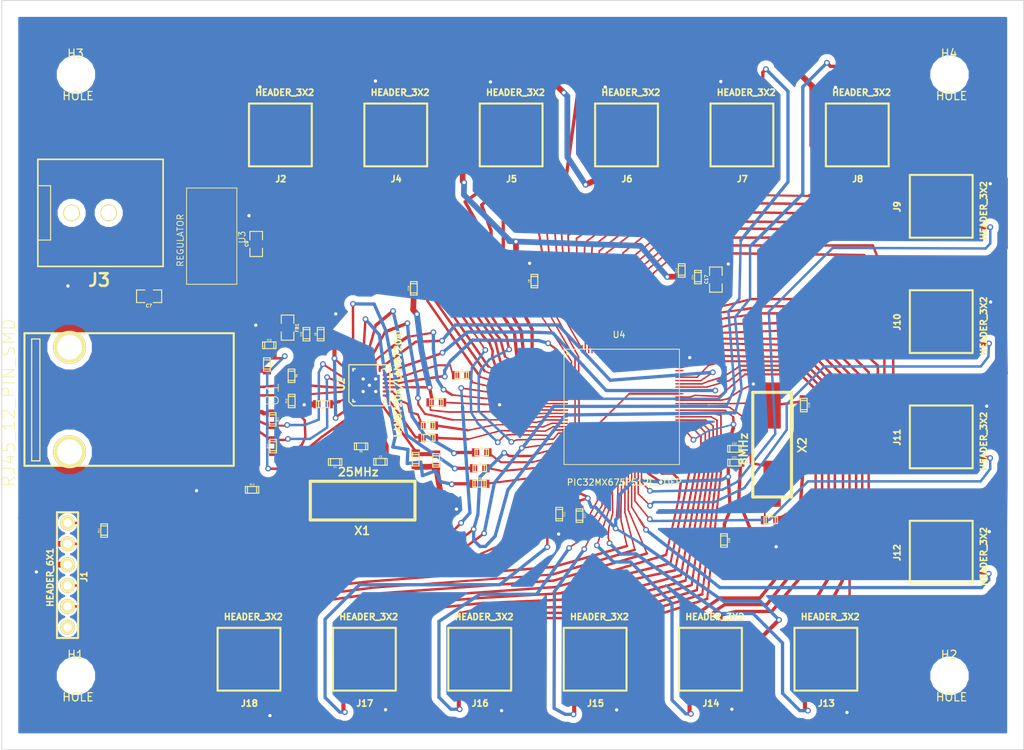
<source format=kicad_pcb>
(kicad_pcb (version 3) (host pcbnew "(2013-08-24 BZR 4298)-stable")
  (layers (15 F.Cu signal) (0 B.Cu signal) (18 B.Paste user) (19 F.Paste user) (20 B.SilkS user) (21 F.SilkS user) (22 B.Mask user) (23 F.Mask user) (28 Edge.Cuts user))
  (net 0 "")
  (net 1 +2.8v)
  (net 2 +5v)
  (net 3 AECRSDV)
  (net 4 AEMDC)
  (net 5 AEMDIO)
  (net 6 AEREFCLK)
  (net 7 AERXD0)
  (net 8 AERXD1)
  (net 9 AERXERR)
  (net 10 AETXD0)
  (net 11 AETXD1)
  (net 12 AETXEN)
  (net 13 AVDD)
  (net 14 GND)
  (net 15 GreenLED)
  (net 16 ICSPCLK_RB1)
  (net 17 ICSPDAT_RB0)
  (net 18 N-000001)
  (net 19 N-0000011)
  (net 20 N-00000114)
  (net 21 N-0000015)
  (net 22 N-0000016)
  (net 23 N-0000017)
  (net 24 N-000002)
  (net 25 N-0000021)
  (net 26 N-000003)
  (net 27 N-0000035)
  (net 28 N-0000036)
  (net 29 N-000004)
  (net 30 N-0000049)
  (net 31 N-000005)
  (net 32 N-0000052)
  (net 33 RA1)
  (net 34 RA14)
  (net 35 RA2)
  (net 36 RA3)
  (net 37 RA4)
  (net 38 RA5)
  (net 39 RA6)
  (net 40 RA7)
  (net 41 RB10)
  (net 42 RB11)
  (net 43 RB12)
  (net 44 RB13)
  (net 45 RB14)
  (net 46 RB15)
  (net 47 RB2)
  (net 48 RB3)
  (net 49 RB4)
  (net 50 RB5)
  (net 51 RB6)
  (net 52 RB7)
  (net 53 RB8)
  (net 54 RB9)
  (net 55 RC1)
  (net 56 RC2)
  (net 57 RC3)
  (net 58 RC4)
  (net 59 RD0)
  (net 60 RD1)
  (net 61 RD10)
  (net 62 RD12)
  (net 63 RD13)
  (net 64 RD2)
  (net 65 RD3)
  (net 66 RD4)
  (net 67 RD5)
  (net 68 RD6)
  (net 69 RD7)
  (net 70 RD9)
  (net 71 RE0)
  (net 72 RE1)
  (net 73 RE2)
  (net 74 RE3)
  (net 75 RE4)
  (net 76 RE5)
  (net 77 RE6)
  (net 78 RE7)
  (net 79 RF0)
  (net 80 RF1)
  (net 81 RF12)
  (net 82 RF13)
  (net 83 RF3)
  (net 84 RF4)
  (net 85 RF5)
  (net 86 RG0)
  (net 87 RG1)
  (net 88 RG12)
  (net 89 RG13)
  (net 90 RG14)
  (net 91 RG2)
  (net 92 RG3)
  (net 93 RG6)
  (net 94 RG7)
  (net 95 RXN)
  (net 96 RXP)
  (net 97 TXN)
  (net 98 TXP)
  (net 99 YellowLED)
  (net 100 nRST)
  (net 101 ~MCLR~)
  (module TED_HEADER_3x2_SMT (layer F.Cu) (at 53 140)
    (fp_text reference J18 (at 0.05 5.35) (layer F.SilkS) (effects (font (size 0.762 0.762) (thickness 0.1905))))
    (fp_text value HEADER_3X2 (at 0.525 -5.15) (layer F.SilkS) (effects (font (size 0.762 0.762) (thickness 0.1905))))
    (pad 1 smd rect (at -2.54 2.54) (size 0.9906 2.54) (layers F.Cu F.Paste F.Mask) (net 51 RB6) (clearance 0.508))
    (pad 2 smd rect (at 0 2.54) (size 0.9906 2.54) (layers F.Cu F.Paste F.Mask) (net 81 RF12) (clearance 0.508))
    (pad 3 smd rect (at 2.54 2.54) (size 0.9906 2.54) (layers F.Cu F.Paste F.Mask) (net 14 GND) (clearance 0.508))
    (pad 4 smd rect (at 2.54 -2.54) (size 0.9906 2.54) (layers F.Cu F.Paste F.Mask) (net 1 +2.8v) (clearance 0.508))
    (pad 5 smd rect (at 0 -2.54) (size 0.9906 2.54) (layers F.Cu F.Paste F.Mask) (net 82 RF13) (clearance 0.508))
    (pad 6 smd rect (at -2.54 -2.54) (size 0.9906 2.54) (layers F.Cu F.Paste F.Mask) (net 33 RA1) (clearance 0.508))
  )
  (module TED_HEADER_3x2_SMT (layer F.Cu) (at 67 140)
    (fp_text reference J17 (at 0.05 5.35) (layer F.SilkS) (effects (font (size 0.762 0.762) (thickness 0.1905))))
    (fp_text value HEADER_3X2 (at 0.525 -5.15) (layer F.SilkS) (effects (font (size 0.762 0.762) (thickness 0.1905))))
    (pad 1 smd rect (at -2.54 2.54) (size 0.9906 2.54) (layers F.Cu F.Paste F.Mask) (net 52 RB7) (clearance 0.508))
    (pad 2 smd rect (at 0 2.54) (size 0.9906 2.54) (layers F.Cu F.Paste F.Mask) (net 83 RF3) (clearance 0.508))
    (pad 3 smd rect (at 2.54 2.54) (size 0.9906 2.54) (layers F.Cu F.Paste F.Mask) (net 14 GND) (clearance 0.508))
    (pad 4 smd rect (at 2.54 -2.54) (size 0.9906 2.54) (layers F.Cu F.Paste F.Mask) (net 1 +2.8v) (clearance 0.508))
    (pad 5 smd rect (at 0 -2.54) (size 0.9906 2.54) (layers F.Cu F.Paste F.Mask) (net 85 RF5) (clearance 0.508))
    (pad 6 smd rect (at -2.54 -2.54) (size 0.9906 2.54) (layers F.Cu F.Paste F.Mask) (net 84 RF4) (clearance 0.508))
  )
  (module TED_HEADER_3x2_SMT (layer F.Cu) (at 81 140)
    (fp_text reference J16 (at 0.05 5.35) (layer F.SilkS) (effects (font (size 0.762 0.762) (thickness 0.1905))))
    (fp_text value HEADER_3X2 (at 0.525 -5.15) (layer F.SilkS) (effects (font (size 0.762 0.762) (thickness 0.1905))))
    (pad 1 smd rect (at -2.54 2.54) (size 0.9906 2.54) (layers F.Cu F.Paste F.Mask) (net 53 RB8) (clearance 0.508))
    (pad 2 smd rect (at 0 2.54) (size 0.9906 2.54) (layers F.Cu F.Paste F.Mask) (net 35 RA2) (clearance 0.508))
    (pad 3 smd rect (at 2.54 2.54) (size 0.9906 2.54) (layers F.Cu F.Paste F.Mask) (net 14 GND) (clearance 0.508))
    (pad 4 smd rect (at 2.54 -2.54) (size 0.9906 2.54) (layers F.Cu F.Paste F.Mask) (net 1 +2.8v) (clearance 0.508))
    (pad 5 smd rect (at 0 -2.54) (size 0.9906 2.54) (layers F.Cu F.Paste F.Mask) (net 91 RG2) (clearance 0.508))
    (pad 6 smd rect (at -2.54 -2.54) (size 0.9906 2.54) (layers F.Cu F.Paste F.Mask) (net 92 RG3) (clearance 0.508))
  )
  (module TED_HEADER_3x2_SMT (layer F.Cu) (at 95 140)
    (fp_text reference J15 (at 0.05 5.35) (layer F.SilkS) (effects (font (size 0.762 0.762) (thickness 0.1905))))
    (fp_text value HEADER_3X2 (at 0.525 -5.15) (layer F.SilkS) (effects (font (size 0.762 0.762) (thickness 0.1905))))
    (pad 1 smd rect (at -2.54 2.54) (size 0.9906 2.54) (layers F.Cu F.Paste F.Mask) (net 54 RB9) (clearance 0.508))
    (pad 2 smd rect (at 0 2.54) (size 0.9906 2.54) (layers F.Cu F.Paste F.Mask) (net 38 RA5) (clearance 0.508))
    (pad 3 smd rect (at 2.54 2.54) (size 0.9906 2.54) (layers F.Cu F.Paste F.Mask) (net 14 GND) (clearance 0.508))
    (pad 4 smd rect (at 2.54 -2.54) (size 0.9906 2.54) (layers F.Cu F.Paste F.Mask) (net 1 +2.8v) (clearance 0.508))
    (pad 5 smd rect (at 0 -2.54) (size 0.9906 2.54) (layers F.Cu F.Paste F.Mask) (net 37 RA4) (clearance 0.508))
    (pad 6 smd rect (at -2.54 -2.54) (size 0.9906 2.54) (layers F.Cu F.Paste F.Mask) (net 36 RA3) (clearance 0.508))
  )
  (module TED_HEADER_3x2_SMT (layer F.Cu) (at 109 140)
    (fp_text reference J14 (at 0.05 5.35) (layer F.SilkS) (effects (font (size 0.762 0.762) (thickness 0.1905))))
    (fp_text value HEADER_3X2 (at 0.525 -5.15) (layer F.SilkS) (effects (font (size 0.762 0.762) (thickness 0.1905))))
    (pad 1 smd rect (at -2.54 2.54) (size 0.9906 2.54) (layers F.Cu F.Paste F.Mask) (net 41 RB10) (clearance 0.508))
    (pad 2 smd rect (at 0 2.54) (size 0.9906 2.54) (layers F.Cu F.Paste F.Mask) (net 61 RD10) (clearance 0.508))
    (pad 3 smd rect (at 2.54 2.54) (size 0.9906 2.54) (layers F.Cu F.Paste F.Mask) (net 14 GND) (clearance 0.508))
    (pad 4 smd rect (at 2.54 -2.54) (size 0.9906 2.54) (layers F.Cu F.Paste F.Mask) (net 1 +2.8v) (clearance 0.508))
    (pad 5 smd rect (at 0 -2.54) (size 0.9906 2.54) (layers F.Cu F.Paste F.Mask) (net 70 RD9) (clearance 0.508))
    (pad 6 smd rect (at -2.54 -2.54) (size 0.9906 2.54) (layers F.Cu F.Paste F.Mask) (net 34 RA14) (clearance 0.508))
  )
  (module TED_HEADER_3x2_SMT (layer F.Cu) (at 123 140)
    (fp_text reference J13 (at 0.05 5.35) (layer F.SilkS) (effects (font (size 0.762 0.762) (thickness 0.1905))))
    (fp_text value HEADER_3X2 (at 0.525 -5.15) (layer F.SilkS) (effects (font (size 0.762 0.762) (thickness 0.1905))))
    (pad 1 smd rect (at -2.54 2.54) (size 0.9906 2.54) (layers F.Cu F.Paste F.Mask) (net 42 RB11) (clearance 0.508))
    (pad 2 smd rect (at 0 2.54) (size 0.9906 2.54) (layers F.Cu F.Paste F.Mask) (net 64 RD2) (clearance 0.508))
    (pad 3 smd rect (at 2.54 2.54) (size 0.9906 2.54) (layers F.Cu F.Paste F.Mask) (net 14 GND) (clearance 0.508))
    (pad 4 smd rect (at 2.54 -2.54) (size 0.9906 2.54) (layers F.Cu F.Paste F.Mask) (net 1 +2.8v) (clearance 0.508))
    (pad 5 smd rect (at 0 -2.54) (size 0.9906 2.54) (layers F.Cu F.Paste F.Mask) (net 60 RD1) (clearance 0.508))
    (pad 6 smd rect (at -2.54 -2.54) (size 0.9906 2.54) (layers F.Cu F.Paste F.Mask) (net 59 RD0) (clearance 0.508))
  )
  (module TED_HEADER_3x2_SMT (layer F.Cu) (at 137 127 270)
    (fp_text reference J12 (at 0.05 5.35 270) (layer F.SilkS) (effects (font (size 0.762 0.762) (thickness 0.1905))))
    (fp_text value HEADER_3X2 (at 0.525 -5.15 270) (layer F.SilkS) (effects (font (size 0.762 0.762) (thickness 0.1905))))
    (pad 1 smd rect (at -2.54 2.54 270) (size 0.9906 2.54) (layers F.Cu F.Paste F.Mask) (net 1 +2.8v) (clearance 0.508))
    (pad 2 smd rect (at 0 2.54 270) (size 0.9906 2.54) (layers F.Cu F.Paste F.Mask) (net 62 RD12) (clearance 0.508))
    (pad 3 smd rect (at 2.54 2.54 270) (size 0.9906 2.54) (layers F.Cu F.Paste F.Mask) (net 65 RD3) (clearance 0.508))
    (pad 4 smd rect (at 2.54 -2.54 270) (size 0.9906 2.54) (layers F.Cu F.Paste F.Mask) (net 43 RB12) (clearance 0.508))
    (pad 5 smd rect (at 0 -2.54 270) (size 0.9906 2.54) (layers F.Cu F.Paste F.Mask) (net 63 RD13) (clearance 0.508))
    (pad 6 smd rect (at -2.54 -2.54 270) (size 0.9906 2.54) (layers F.Cu F.Paste F.Mask) (net 14 GND) (clearance 0.508))
  )
  (module TED_HEADER_3x2_SMT (layer F.Cu) (at 137 113 270)
    (fp_text reference J11 (at 0.05 5.35 270) (layer F.SilkS) (effects (font (size 0.762 0.762) (thickness 0.1905))))
    (fp_text value HEADER_3X2 (at 0.525 -5.15 270) (layer F.SilkS) (effects (font (size 0.762 0.762) (thickness 0.1905))))
    (pad 1 smd rect (at -2.54 2.54 270) (size 0.9906 2.54) (layers F.Cu F.Paste F.Mask) (net 1 +2.8v) (clearance 0.508))
    (pad 2 smd rect (at 0 2.54 270) (size 0.9906 2.54) (layers F.Cu F.Paste F.Mask) (net 67 RD5) (clearance 0.508))
    (pad 3 smd rect (at 2.54 2.54 270) (size 0.9906 2.54) (layers F.Cu F.Paste F.Mask) (net 66 RD4) (clearance 0.508))
    (pad 4 smd rect (at 2.54 -2.54 270) (size 0.9906 2.54) (layers F.Cu F.Paste F.Mask) (net 44 RB13) (clearance 0.508))
    (pad 5 smd rect (at 0 -2.54 270) (size 0.9906 2.54) (layers F.Cu F.Paste F.Mask) (net 68 RD6) (clearance 0.508))
    (pad 6 smd rect (at -2.54 -2.54 270) (size 0.9906 2.54) (layers F.Cu F.Paste F.Mask) (net 14 GND) (clearance 0.508))
  )
  (module TED_HEADER_3x2_SMT (layer F.Cu) (at 137 99 270)
    (fp_text reference J10 (at 0.05 5.35 270) (layer F.SilkS) (effects (font (size 0.762 0.762) (thickness 0.1905))))
    (fp_text value HEADER_3X2 (at 0.525 -5.15 270) (layer F.SilkS) (effects (font (size 0.762 0.762) (thickness 0.1905))))
    (pad 1 smd rect (at -2.54 2.54 270) (size 0.9906 2.54) (layers F.Cu F.Paste F.Mask) (net 1 +2.8v) (clearance 0.508))
    (pad 2 smd rect (at 0 2.54 270) (size 0.9906 2.54) (layers F.Cu F.Paste F.Mask) (net 79 RF0) (clearance 0.508))
    (pad 3 smd rect (at 2.54 2.54 270) (size 0.9906 2.54) (layers F.Cu F.Paste F.Mask) (net 69 RD7) (clearance 0.508))
    (pad 4 smd rect (at 2.54 -2.54 270) (size 0.9906 2.54) (layers F.Cu F.Paste F.Mask) (net 45 RB14) (clearance 0.508))
    (pad 5 smd rect (at 0 -2.54 270) (size 0.9906 2.54) (layers F.Cu F.Paste F.Mask) (net 80 RF1) (clearance 0.508))
    (pad 6 smd rect (at -2.54 -2.54 270) (size 0.9906 2.54) (layers F.Cu F.Paste F.Mask) (net 14 GND) (clearance 0.508))
  )
  (module TED_HEADER_3x2_SMT (layer F.Cu) (at 137 85 270)
    (fp_text reference J9 (at 0.05 5.35 270) (layer F.SilkS) (effects (font (size 0.762 0.762) (thickness 0.1905))))
    (fp_text value HEADER_3X2 (at 0.525 -5.15 270) (layer F.SilkS) (effects (font (size 0.762 0.762) (thickness 0.1905))))
    (pad 1 smd rect (at -2.54 2.54 270) (size 0.9906 2.54) (layers F.Cu F.Paste F.Mask) (net 1 +2.8v) (clearance 0.508))
    (pad 2 smd rect (at 0 2.54 270) (size 0.9906 2.54) (layers F.Cu F.Paste F.Mask) (net 86 RG0) (clearance 0.508))
    (pad 3 smd rect (at 2.54 2.54 270) (size 0.9906 2.54) (layers F.Cu F.Paste F.Mask) (net 87 RG1) (clearance 0.508))
    (pad 4 smd rect (at 2.54 -2.54 270) (size 0.9906 2.54) (layers F.Cu F.Paste F.Mask) (net 46 RB15) (clearance 0.508))
    (pad 5 smd rect (at 0 -2.54 270) (size 0.9906 2.54) (layers F.Cu F.Paste F.Mask) (net 39 RA6) (clearance 0.508))
    (pad 6 smd rect (at -2.54 -2.54 270) (size 0.9906 2.54) (layers F.Cu F.Paste F.Mask) (net 14 GND) (clearance 0.508))
  )
  (module TED_HEADER_3x2_SMT (layer F.Cu) (at 126.81 76.334)
    (fp_text reference J8 (at 0.05 5.35) (layer F.SilkS) (effects (font (size 0.762 0.762) (thickness 0.1905))))
    (fp_text value HEADER_3X2 (at 0.525 -5.15) (layer F.SilkS) (effects (font (size 0.762 0.762) (thickness 0.1905))))
    (pad 1 smd rect (at -2.54 2.54) (size 0.9906 2.54) (layers F.Cu F.Paste F.Mask) (net 1 +2.8v) (clearance 0.508))
    (pad 2 smd rect (at 0 2.54) (size 0.9906 2.54) (layers F.Cu F.Paste F.Mask) (net 71 RE0) (clearance 0.508))
    (pad 3 smd rect (at 2.54 2.54) (size 0.9906 2.54) (layers F.Cu F.Paste F.Mask) (net 40 RA7) (clearance 0.508))
    (pad 4 smd rect (at 2.54 -2.54) (size 0.9906 2.54) (layers F.Cu F.Paste F.Mask) (net 17 ICSPDAT_RB0) (clearance 0.508))
    (pad 5 smd rect (at 0 -2.54) (size 0.9906 2.54) (layers F.Cu F.Paste F.Mask) (net 72 RE1) (clearance 0.508))
    (pad 6 smd rect (at -2.54 -2.54) (size 0.9906 2.54) (layers F.Cu F.Paste F.Mask) (net 14 GND) (clearance 0.508))
  )
  (module TED_HEADER_3x2_SMT (layer F.Cu) (at 112.81 76.334)
    (fp_text reference J7 (at 0.05 5.35) (layer F.SilkS) (effects (font (size 0.762 0.762) (thickness 0.1905))))
    (fp_text value HEADER_3X2 (at 0.525 -5.15) (layer F.SilkS) (effects (font (size 0.762 0.762) (thickness 0.1905))))
    (pad 1 smd rect (at -2.54 2.54) (size 0.9906 2.54) (layers F.Cu F.Paste F.Mask) (net 1 +2.8v) (clearance 0.508))
    (pad 2 smd rect (at 0 2.54) (size 0.9906 2.54) (layers F.Cu F.Paste F.Mask) (net 88 RG12) (clearance 0.508))
    (pad 3 smd rect (at 2.54 2.54) (size 0.9906 2.54) (layers F.Cu F.Paste F.Mask) (net 90 RG14) (clearance 0.508))
    (pad 4 smd rect (at 2.54 -2.54) (size 0.9906 2.54) (layers F.Cu F.Paste F.Mask) (net 16 ICSPCLK_RB1) (clearance 0.508))
    (pad 5 smd rect (at 0 -2.54) (size 0.9906 2.54) (layers F.Cu F.Paste F.Mask) (net 89 RG13) (clearance 0.508))
    (pad 6 smd rect (at -2.54 -2.54) (size 0.9906 2.54) (layers F.Cu F.Paste F.Mask) (net 14 GND) (clearance 0.508))
  )
  (module TED_HEADER_3x2_SMT (layer F.Cu) (at 98.81 76.334)
    (fp_text reference J6 (at 0.05 5.35) (layer F.SilkS) (effects (font (size 0.762 0.762) (thickness 0.1905))))
    (fp_text value HEADER_3X2 (at 0.525 -5.15) (layer F.SilkS) (effects (font (size 0.762 0.762) (thickness 0.1905))))
    (pad 1 smd rect (at -2.54 2.54) (size 0.9906 2.54) (layers F.Cu F.Paste F.Mask) (net 1 +2.8v) (clearance 0.508))
    (pad 2 smd rect (at 0 2.54) (size 0.9906 2.54) (layers F.Cu F.Paste F.Mask) (net 74 RE3) (clearance 0.508))
    (pad 3 smd rect (at 2.54 2.54) (size 0.9906 2.54) (layers F.Cu F.Paste F.Mask) (net 73 RE2) (clearance 0.508))
    (pad 4 smd rect (at 2.54 -2.54) (size 0.9906 2.54) (layers F.Cu F.Paste F.Mask) (net 47 RB2) (clearance 0.508))
    (pad 5 smd rect (at 0 -2.54) (size 0.9906 2.54) (layers F.Cu F.Paste F.Mask) (net 75 RE4) (clearance 0.508))
    (pad 6 smd rect (at -2.54 -2.54) (size 0.9906 2.54) (layers F.Cu F.Paste F.Mask) (net 14 GND) (clearance 0.508))
  )
  (module TED_HEADER_3x2_SMT (layer F.Cu) (at 84.81 76.334)
    (fp_text reference J5 (at 0.05 5.35) (layer F.SilkS) (effects (font (size 0.762 0.762) (thickness 0.1905))))
    (fp_text value HEADER_3X2 (at 0.525 -5.15) (layer F.SilkS) (effects (font (size 0.762 0.762) (thickness 0.1905))))
    (pad 1 smd rect (at -2.54 2.54) (size 0.9906 2.54) (layers F.Cu F.Paste F.Mask) (net 1 +2.8v) (clearance 0.508))
    (pad 2 smd rect (at 0 2.54) (size 0.9906 2.54) (layers F.Cu F.Paste F.Mask) (net 77 RE6) (clearance 0.508))
    (pad 3 smd rect (at 2.54 2.54) (size 0.9906 2.54) (layers F.Cu F.Paste F.Mask) (net 76 RE5) (clearance 0.508))
    (pad 4 smd rect (at 2.54 -2.54) (size 0.9906 2.54) (layers F.Cu F.Paste F.Mask) (net 48 RB3) (clearance 0.508))
    (pad 5 smd rect (at 0 -2.54) (size 0.9906 2.54) (layers F.Cu F.Paste F.Mask) (net 78 RE7) (clearance 0.508))
    (pad 6 smd rect (at -2.54 -2.54) (size 0.9906 2.54) (layers F.Cu F.Paste F.Mask) (net 14 GND) (clearance 0.508))
  )
  (module TED_HEADER_3x2_SMT (layer F.Cu) (at 70.81 76.334)
    (fp_text reference J4 (at 0.05 5.35) (layer F.SilkS) (effects (font (size 0.762 0.762) (thickness 0.1905))))
    (fp_text value HEADER_3X2 (at 0.525 -5.15) (layer F.SilkS) (effects (font (size 0.762 0.762) (thickness 0.1905))))
    (pad 1 smd rect (at -2.54 2.54) (size 0.9906 2.54) (layers F.Cu F.Paste F.Mask) (net 1 +2.8v) (clearance 0.508))
    (pad 2 smd rect (at 0 2.54) (size 0.9906 2.54) (layers F.Cu F.Paste F.Mask) (net 56 RC2) (clearance 0.508))
    (pad 3 smd rect (at 2.54 2.54) (size 0.9906 2.54) (layers F.Cu F.Paste F.Mask) (net 55 RC1) (clearance 0.508))
    (pad 4 smd rect (at 2.54 -2.54) (size 0.9906 2.54) (layers F.Cu F.Paste F.Mask) (net 49 RB4) (clearance 0.508))
    (pad 5 smd rect (at 0 -2.54) (size 0.9906 2.54) (layers F.Cu F.Paste F.Mask) (net 57 RC3) (clearance 0.508))
    (pad 6 smd rect (at -2.54 -2.54) (size 0.9906 2.54) (layers F.Cu F.Paste F.Mask) (net 14 GND) (clearance 0.508))
  )
  (module TED_SM0603 (layer F.Cu) (at 111.9 114.45)
    (fp_text reference C22 (at 0 -0.635) (layer F.SilkS) (effects (font (size 0.20066 0.20066) (thickness 0.04064))))
    (fp_text value .1uF hide)
    (pad 2 smd rect (at 0.75184 0) (size 0.89916 1.00076) (layers F.Cu F.Paste F.Mask) (net 14 GND) (clearance 0.1))
    (pad 1 smd rect (at -0.75184 0) (size 0.89916 1.00076) (layers F.Cu F.Paste F.Mask) (net 1 +2.8v) (clearance 0.1))
  )
  (module TED_Hole_3.25mm (layer F.Cu) (at 138 69)
    (fp_text reference H4 (at -0.05 -2.55) (layer F.SilkS))
    (fp_text value HOLE (at 0.25 2.6) (layer F.SilkS))
    (pad "" np_thru_hole circle (at 0 0) (size 3.25 3.25) (drill 3.25) (layers *.Cu *.Mask F.SilkS))
  )
  (module TED_Hole_3.25mm (layer F.Cu) (at 32 69)
    (fp_text reference H3 (at -0.05 -2.55) (layer F.SilkS))
    (fp_text value HOLE (at 0.25 2.6) (layer F.SilkS))
    (pad "" np_thru_hole circle (at 0 0) (size 3.25 3.25) (drill 3.25) (layers *.Cu *.Mask F.SilkS))
  )
  (module TED_Hole_3.25mm (layer F.Cu) (at 138 142)
    (fp_text reference H2 (at -0.05 -2.55) (layer F.SilkS))
    (fp_text value HOLE (at 0.25 2.6) (layer F.SilkS))
    (pad "" np_thru_hole circle (at 0 0) (size 3.25 3.25) (drill 3.25) (layers *.Cu *.Mask F.SilkS))
  )
  (module TED_Hole_3.25mm (layer F.Cu) (at 32 142)
    (fp_text reference H1 (at -0.05 -2.55) (layer F.SilkS))
    (fp_text value HOLE (at 0.25 2.6) (layer F.SilkS))
    (pad "" np_thru_hole circle (at 0 0) (size 3.25 3.25) (drill 3.25) (layers *.Cu *.Mask F.SilkS))
  )
  (module TED_HEADER_6x1_BOTTOM (layer F.Cu) (at 30.988 129.794 270)
    (fp_text reference J1 (at 0.1778 -1.98628 270) (layer F.SilkS) (effects (font (size 0.762 0.762) (thickness 0.1905))))
    (fp_text value HEADER_6X1 (at 0.26924 2.11328 270) (layer F.SilkS) (effects (font (size 0.762 0.762) (thickness 0.1905))))
    (pad 5 thru_hole circle (at 3.78968 0 270) (size 1.8 1.8) (drill 1) (layers *.Mask F.Cu F.SilkS) (net 16 ICSPCLK_RB1))
    (pad 6 thru_hole circle (at 6.32968 0 270) (size 1.8 1.8) (drill 1) (layers *.Mask F.Cu F.SilkS))
    (pad 1 thru_hole circle (at -6.35 0 270) (size 1.8 1.8) (drill 1) (layers *.Mask F.Cu F.SilkS) (net 101 ~MCLR~))
    (pad 2 thru_hole circle (at -3.81 0 270) (size 1.8 1.8) (drill 1) (layers *.Mask F.Cu F.SilkS) (net 1 +2.8v))
    (pad 4 thru_hole circle (at 1.25984 0 270) (size 1.8 1.8) (drill 1) (layers *.Mask F.Cu F.SilkS) (net 17 ICSPDAT_RB0))
    (pad 3 thru_hole circle (at -1.28016 0 270) (size 1.8 1.8) (drill 1) (layers *.Mask F.Cu F.SilkS) (net 14 GND))
  )
  (module TED_DC_2.1mm_SMT (layer F.Cu) (at 34.975 85.8 180)
    (fp_text reference J3 (at 0.15748 -8.15848 180) (layer F.SilkS) (effects (font (thickness 0.3048))))
    (fp_text value "Logic DC_2.1MM" hide)
    (pad "" np_thru_hole circle (at -1.00076 0 180) (size 1.99898 1.99898) (drill 1.69926) (layers *.Cu *.Mask F.SilkS))
    (pad 1 smd rect (at 3.50012 5.4102 180) (size 1.99898 1.99898) (layers F.Cu F.Paste F.Mask) (net 2 +5v))
    (pad 1 smd rect (at -2.60096 5.4102 180) (size 1.99898 1.99898) (layers F.Cu F.Paste F.Mask) (net 2 +5v))
    (pad 2 smd rect (at 3.50012 -5.41528 180) (size 1.99898 1.99898) (layers F.Cu F.Paste F.Mask) (net 14 GND))
    (pad 3 smd rect (at -2.60096 -5.41528 180) (size 1.99898 1.99898) (layers F.Cu F.Paste F.Mask))
    (pad "" np_thru_hole circle (at 3.50012 0 180) (size 1.99898 1.99898) (drill 1.69926) (layers *.Cu *.Mask F.SilkS))
  )
  (module TED_SM0603 (layer F.Cu) (at 73 94.96 90)
    (fp_text reference C16 (at 0 -0.635 90) (layer F.SilkS) (effects (font (size 0.20066 0.20066) (thickness 0.04064))))
    (fp_text value .1uF hide)
    (pad 2 smd rect (at 0.75184 0 90) (size 0.89916 1.00076) (layers F.Cu F.Paste F.Mask) (net 14 GND) (clearance 0.1))
    (pad 1 smd rect (at -0.75184 0 90) (size 0.89916 1.00076) (layers F.Cu F.Paste F.Mask) (net 1 +2.8v) (clearance 0.1))
  )
  (module TED_SM0603 (layer F.Cu) (at 59.97 100.53 90)
    (fp_text reference C15 (at 0 -0.635 90) (layer F.SilkS) (effects (font (size 0.20066 0.20066) (thickness 0.04064))))
    (fp_text value 1uF hide)
    (pad 2 smd rect (at 0.75184 0 90) (size 0.89916 1.00076) (layers F.Cu F.Paste F.Mask) (net 14 GND) (clearance 0.1))
    (pad 1 smd rect (at -0.75184 0 90) (size 0.89916 1.00076) (layers F.Cu F.Paste F.Mask) (net 13 AVDD) (clearance 0.1))
  )
  (module TED_SM0603 (layer F.Cu) (at 73.23 115.71 270)
    (fp_text reference C2 (at 0 -0.635 270) (layer F.SilkS) (effects (font (size 0.20066 0.20066) (thickness 0.04064))))
    (fp_text value 1uF hide)
    (pad 2 smd rect (at 0.75184 0 270) (size 0.89916 1.00076) (layers F.Cu F.Paste F.Mask) (net 14 GND) (clearance 0.1))
    (pad 1 smd rect (at -0.75184 0 270) (size 0.89916 1.00076) (layers F.Cu F.Paste F.Mask) (net 28 N-0000036) (clearance 0.1))
  )
  (module TED_SM0603 (layer F.Cu) (at 61.98 109.03 180)
    (fp_text reference R4 (at 0 -0.635 180) (layer F.SilkS) (effects (font (size 0.20066 0.20066) (thickness 0.04064))))
    (fp_text value "12.1k 1%" hide)
    (pad 2 smd rect (at 0.75184 0 180) (size 0.89916 1.00076) (layers F.Cu F.Paste F.Mask) (net 14 GND) (clearance 0.1))
    (pad 1 smd rect (at -0.75184 0 180) (size 0.89916 1.00076) (layers F.Cu F.Paste F.Mask) (net 26 N-000003) (clearance 0.1))
  )
  (module TED_SM0603 (layer F.Cu) (at 75.7 115.85 270)
    (fp_text reference C1 (at 0 -0.635 270) (layer F.SilkS) (effects (font (size 0.20066 0.20066) (thickness 0.04064))))
    (fp_text value .1uF hide)
    (pad 2 smd rect (at 0.75184 0 270) (size 0.89916 1.00076) (layers F.Cu F.Paste F.Mask) (net 14 GND) (clearance 0.1))
    (pad 1 smd rect (at -0.75184 0 270) (size 0.89916 1.00076) (layers F.Cu F.Paste F.Mask) (net 28 N-0000036) (clearance 0.1))
  )
  (module TED_SM0603 (layer F.Cu) (at 68.95 116.03)
    (fp_text reference C3 (at 0 -0.635) (layer F.SilkS) (effects (font (size 0.20066 0.20066) (thickness 0.04064))))
    (fp_text value 18pF hide)
    (pad 2 smd rect (at 0.75184 0) (size 0.89916 1.00076) (layers F.Cu F.Paste F.Mask) (net 19 N-0000011) (clearance 0.1))
    (pad 1 smd rect (at -0.75184 0) (size 0.89916 1.00076) (layers F.Cu F.Paste F.Mask) (net 14 GND) (clearance 0.1))
  )
  (module TED_SM0603 (layer F.Cu) (at 63.45 116.05 180)
    (fp_text reference C4 (at 0 -0.635 180) (layer F.SilkS) (effects (font (size 0.20066 0.20066) (thickness 0.04064))))
    (fp_text value 18pF hide)
    (pad 2 smd rect (at 0.75184 0 180) (size 0.89916 1.00076) (layers F.Cu F.Paste F.Mask) (net 27 N-0000035) (clearance 0.1))
    (pad 1 smd rect (at -0.75184 0 180) (size 0.89916 1.00076) (layers F.Cu F.Paste F.Mask) (net 14 GND) (clearance 0.1))
  )
  (module TED_SM0603 (layer F.Cu) (at 61.7 100.53 90)
    (fp_text reference C6 (at 0 -0.635 90) (layer F.SilkS) (effects (font (size 0.20066 0.20066) (thickness 0.04064))))
    (fp_text value .1uF hide)
    (pad 2 smd rect (at 0.75184 0 90) (size 0.89916 1.00076) (layers F.Cu F.Paste F.Mask) (net 14 GND) (clearance 0.1))
    (pad 1 smd rect (at -0.75184 0 90) (size 0.89916 1.00076) (layers F.Cu F.Paste F.Mask) (net 13 AVDD) (clearance 0.1))
  )
  (module TED_SM0603 (layer F.Cu) (at 87.63 94.08 90)
    (fp_text reference C8 (at 0 -0.635 90) (layer F.SilkS) (effects (font (size 0.20066 0.20066) (thickness 0.04064))))
    (fp_text value .1uF hide)
    (pad 2 smd rect (at 0.75184 0 90) (size 0.89916 1.00076) (layers F.Cu F.Paste F.Mask) (net 14 GND) (clearance 0.1))
    (pad 1 smd rect (at -0.75184 0 90) (size 0.89916 1.00076) (layers F.Cu F.Paste F.Mask) (net 1 +2.8v) (clearance 0.1))
  )
  (module TED_SM0603 (layer F.Cu) (at 75.73 108.81)
    (fp_text reference C10 (at 0 -0.635) (layer F.SilkS) (effects (font (size 0.20066 0.20066) (thickness 0.04064))))
    (fp_text value .1uF hide)
    (pad 2 smd rect (at 0.75184 0) (size 0.89916 1.00076) (layers F.Cu F.Paste F.Mask) (net 14 GND) (clearance 0.1))
    (pad 1 smd rect (at -0.75184 0) (size 0.89916 1.00076) (layers F.Cu F.Paste F.Mask) (net 1 +2.8v) (clearance 0.1))
  )
  (module TED_SM0603 (layer F.Cu) (at 90.64 122.38 270)
    (fp_text reference C11 (at 0 -0.635 270) (layer F.SilkS) (effects (font (size 0.20066 0.20066) (thickness 0.04064))))
    (fp_text value .1uF hide)
    (pad 2 smd rect (at 0.75184 0 270) (size 0.89916 1.00076) (layers F.Cu F.Paste F.Mask) (net 14 GND) (clearance 0.1))
    (pad 1 smd rect (at -0.75184 0 270) (size 0.89916 1.00076) (layers F.Cu F.Paste F.Mask) (net 1 +2.8v) (clearance 0.1))
  )
  (module TED_SM0603 (layer F.Cu) (at 93.1 122.56 270)
    (fp_text reference C12 (at 0 -0.635 270) (layer F.SilkS) (effects (font (size 0.20066 0.20066) (thickness 0.04064))))
    (fp_text value .1uF hide)
    (pad 2 smd rect (at 0.75184 0 270) (size 0.89916 1.00076) (layers F.Cu F.Paste F.Mask) (net 14 GND) (clearance 0.1))
    (pad 1 smd rect (at -0.75184 0 270) (size 0.89916 1.00076) (layers F.Cu F.Paste F.Mask) (net 1 +2.8v) (clearance 0.1))
  )
  (module TED_SM0603 (layer F.Cu) (at 105.51 92.79 90)
    (fp_text reference C13 (at 0 -0.635 90) (layer F.SilkS) (effects (font (size 0.20066 0.20066) (thickness 0.04064))))
    (fp_text value .1uF hide)
    (pad 2 smd rect (at 0.75184 0 90) (size 0.89916 1.00076) (layers F.Cu F.Paste F.Mask) (net 14 GND) (clearance 0.1))
    (pad 1 smd rect (at -0.75184 0 90) (size 0.89916 1.00076) (layers F.Cu F.Paste F.Mask) (net 1 +2.8v) (clearance 0.1))
  )
  (module TED_SM0603 (layer F.Cu) (at 110.64 125.58 270)
    (fp_text reference C18 (at 0 -0.635 270) (layer F.SilkS) (effects (font (size 0.20066 0.20066) (thickness 0.04064))))
    (fp_text value .1uF hide)
    (pad 2 smd rect (at 0.75184 0 270) (size 0.89916 1.00076) (layers F.Cu F.Paste F.Mask) (net 14 GND) (clearance 0.1))
    (pad 1 smd rect (at -0.75184 0 270) (size 0.89916 1.00076) (layers F.Cu F.Paste F.Mask) (net 1 +2.8v) (clearance 0.1))
  )
  (module TED_SM0603 (layer F.Cu) (at 120.32 109.14 270)
    (fp_text reference C19 (at 0 -0.635 270) (layer F.SilkS) (effects (font (size 0.20066 0.20066) (thickness 0.04064))))
    (fp_text value 18pF hide)
    (pad 2 smd rect (at 0.75184 0 270) (size 0.89916 1.00076) (layers F.Cu F.Paste F.Mask) (net 14 GND) (clearance 0.1))
    (pad 1 smd rect (at -0.75184 0 270) (size 0.89916 1.00076) (layers F.Cu F.Paste F.Mask) (net 30 N-0000049) (clearance 0.1))
  )
  (module TED_SM0603 (layer F.Cu) (at 116.31 123.11)
    (fp_text reference C20 (at 0 -0.635) (layer F.SilkS) (effects (font (size 0.20066 0.20066) (thickness 0.04064))))
    (fp_text value 18pF hide)
    (pad 2 smd rect (at 0.75184 0) (size 0.89916 1.00076) (layers F.Cu F.Paste F.Mask) (net 14 GND) (clearance 0.1))
    (pad 1 smd rect (at -0.75184 0) (size 0.89916 1.00076) (layers F.Cu F.Paste F.Mask) (net 20 N-00000114) (clearance 0.1))
  )
  (module TED_SM0603 (layer F.Cu) (at 111.91 116.13)
    (fp_text reference C21 (at 0 -0.635) (layer F.SilkS) (effects (font (size 0.20066 0.20066) (thickness 0.04064))))
    (fp_text value .1uF hide)
    (pad 2 smd rect (at 0.75184 0) (size 0.89916 1.00076) (layers F.Cu F.Paste F.Mask) (net 14 GND) (clearance 0.1))
    (pad 1 smd rect (at -0.75184 0) (size 0.89916 1.00076) (layers F.Cu F.Paste F.Mask) (net 1 +2.8v) (clearance 0.1))
  )
  (module TED_SM0603 (layer F.Cu) (at 81.24 114.89)
    (fp_text reference R1 (at 0 -0.635) (layer F.SilkS) (effects (font (size 0.20066 0.20066) (thickness 0.04064))))
    (fp_text value 33 hide)
    (pad 2 smd rect (at 0.75184 0) (size 0.89916 1.00076) (layers F.Cu F.Paste F.Mask) (net 12 AETXEN) (clearance 0.1))
    (pad 1 smd rect (at -0.75184 0) (size 0.89916 1.00076) (layers F.Cu F.Paste F.Mask) (net 21 N-0000015) (clearance 0.1))
  )
  (module TED_SM0603 (layer F.Cu) (at 80.98 118.69)
    (fp_text reference R2 (at 0 -0.635) (layer F.SilkS) (effects (font (size 0.20066 0.20066) (thickness 0.04064))))
    (fp_text value 33 hide)
    (pad 2 smd rect (at 0.75184 0) (size 0.89916 1.00076) (layers F.Cu F.Paste F.Mask) (net 10 AETXD0) (clearance 0.1))
    (pad 1 smd rect (at -0.75184 0) (size 0.89916 1.00076) (layers F.Cu F.Paste F.Mask) (net 22 N-0000016) (clearance 0.1))
  )
  (module TED_SM0603 (layer F.Cu) (at 81 116.81)
    (fp_text reference R3 (at 0 -0.635) (layer F.SilkS) (effects (font (size 0.20066 0.20066) (thickness 0.04064))))
    (fp_text value 33 hide)
    (pad 2 smd rect (at 0.75184 0) (size 0.89916 1.00076) (layers F.Cu F.Paste F.Mask) (net 11 AETXD1) (clearance 0.1))
    (pad 1 smd rect (at -0.75184 0) (size 0.89916 1.00076) (layers F.Cu F.Paste F.Mask) (net 23 N-0000017) (clearance 0.1))
  )
  (module TED_SM0603 (layer F.Cu) (at 66.6 114.15 180)
    (fp_text reference R5 (at 0 -0.635 180) (layer F.SilkS) (effects (font (size 0.20066 0.20066) (thickness 0.04064))))
    (fp_text value 1M hide)
    (pad 2 smd rect (at 0.75184 0 180) (size 0.89916 1.00076) (layers F.Cu F.Paste F.Mask) (net 27 N-0000035) (clearance 0.1))
    (pad 1 smd rect (at -0.75184 0 180) (size 0.89916 1.00076) (layers F.Cu F.Paste F.Mask) (net 19 N-0000011) (clearance 0.1))
  )
  (module TED_SM0603 (layer F.Cu) (at 74.75 113.12)
    (fp_text reference R6 (at 0 -0.635) (layer F.SilkS) (effects (font (size 0.20066 0.20066) (thickness 0.04064))))
    (fp_text value 33 hide)
    (pad 2 smd rect (at 0.75184 0) (size 0.89916 1.00076) (layers F.Cu F.Paste F.Mask) (net 8 AERXD1) (clearance 0.1))
    (pad 1 smd rect (at -0.75184 0) (size 0.89916 1.00076) (layers F.Cu F.Paste F.Mask) (net 29 N-000004) (clearance 0.1))
  )
  (module TED_SM0603 (layer F.Cu) (at 74.73 111.63)
    (fp_text reference R7 (at 0 -0.635) (layer F.SilkS) (effects (font (size 0.20066 0.20066) (thickness 0.04064))))
    (fp_text value 33 hide)
    (pad 2 smd rect (at 0.75184 0) (size 0.89916 1.00076) (layers F.Cu F.Paste F.Mask) (net 7 AERXD0) (clearance 0.1))
    (pad 1 smd rect (at -0.75184 0) (size 0.89916 1.00076) (layers F.Cu F.Paste F.Mask) (net 31 N-000005) (clearance 0.1))
  )
  (module TED_SM0603 (layer F.Cu) (at 78.82 105.51)
    (fp_text reference R8 (at 0 -0.635) (layer F.SilkS) (effects (font (size 0.20066 0.20066) (thickness 0.04064))))
    (fp_text value 33 hide)
    (pad 2 smd rect (at 0.75184 0) (size 0.89916 1.00076) (layers F.Cu F.Paste F.Mask) (net 3 AECRSDV) (clearance 0.1))
    (pad 1 smd rect (at -0.75184 0) (size 0.89916 1.00076) (layers F.Cu F.Paste F.Mask) (net 25 N-0000021) (clearance 0.1))
  )
  (module TED_SM0603 (layer F.Cu) (at 58.16 105.58 270)
    (fp_text reference R9 (at 0 -0.635 270) (layer F.SilkS) (effects (font (size 0.20066 0.20066) (thickness 0.04064))))
    (fp_text value 49.9 hide)
    (pad 2 smd rect (at 0.75184 0 270) (size 0.89916 1.00076) (layers F.Cu F.Paste F.Mask) (net 95 RXN) (clearance 0.1))
    (pad 1 smd rect (at -0.75184 0 270) (size 0.89916 1.00076) (layers F.Cu F.Paste F.Mask) (net 13 AVDD) (clearance 0.1))
  )
  (module TED_SM0603 (layer F.Cu) (at 58.18 108.64 90)
    (fp_text reference R10 (at 0 -0.635 90) (layer F.SilkS) (effects (font (size 0.20066 0.20066) (thickness 0.04064))))
    (fp_text value 49.9 hide)
    (pad 2 smd rect (at 0.75184 0 90) (size 0.89916 1.00076) (layers F.Cu F.Paste F.Mask) (net 96 RXP) (clearance 0.1))
    (pad 1 smd rect (at -0.75184 0 90) (size 0.89916 1.00076) (layers F.Cu F.Paste F.Mask) (net 13 AVDD) (clearance 0.1))
  )
  (module TED_SM0603 (layer F.Cu) (at 55.88 110.87 270)
    (fp_text reference R11 (at 0 -0.635 270) (layer F.SilkS) (effects (font (size 0.20066 0.20066) (thickness 0.04064))))
    (fp_text value 49.9 hide)
    (pad 2 smd rect (at 0.75184 0 270) (size 0.89916 1.00076) (layers F.Cu F.Paste F.Mask) (net 97 TXN) (clearance 0.1))
    (pad 1 smd rect (at -0.75184 0 270) (size 0.89916 1.00076) (layers F.Cu F.Paste F.Mask) (net 13 AVDD) (clearance 0.1))
  )
  (module TED_SM0603 (layer F.Cu) (at 55.93 114.12 90)
    (fp_text reference R12 (at 0 -0.635 90) (layer F.SilkS) (effects (font (size 0.20066 0.20066) (thickness 0.04064))))
    (fp_text value 49.9 hide)
    (pad 2 smd rect (at 0.75184 0 90) (size 0.89916 1.00076) (layers F.Cu F.Paste F.Mask) (net 98 TXP) (clearance 0.1))
    (pad 1 smd rect (at -0.75184 0 90) (size 0.89916 1.00076) (layers F.Cu F.Paste F.Mask) (net 13 AVDD) (clearance 0.1))
  )
  (module TED_SM0603 (layer F.Cu) (at 53.37 119.43)
    (fp_text reference R13 (at 0 -0.635) (layer F.SilkS) (effects (font (size 0.20066 0.20066) (thickness 0.04064))))
    (fp_text value 249 hide)
    (pad 2 smd rect (at 0.75184 0) (size 0.89916 1.00076) (layers F.Cu F.Paste F.Mask) (net 24 N-000002) (clearance 0.1))
    (pad 1 smd rect (at -0.75184 0) (size 0.89916 1.00076) (layers F.Cu F.Paste F.Mask) (net 99 YellowLED) (clearance 0.1))
  )
  (module TED_SM0603 (layer F.Cu) (at 35.425 124.375 90)
    (fp_text reference R14 (at 0 -0.635 90) (layer F.SilkS) (effects (font (size 0.20066 0.20066) (thickness 0.04064))))
    (fp_text value 4.7k hide)
    (pad 2 smd rect (at 0.75184 0 90) (size 0.89916 1.00076) (layers F.Cu F.Paste F.Mask) (net 101 ~MCLR~) (clearance 0.1))
    (pad 1 smd rect (at -0.75184 0 90) (size 0.89916 1.00076) (layers F.Cu F.Paste F.Mask) (net 1 +2.8v) (clearance 0.1))
  )
  (module TED_SM0603 (layer F.Cu) (at 55.46 101.87)
    (fp_text reference R15 (at 0 -0.635) (layer F.SilkS) (effects (font (size 0.20066 0.20066) (thickness 0.04064))))
    (fp_text value 249 hide)
    (pad 2 smd rect (at 0.75184 0) (size 0.89916 1.00076) (layers F.Cu F.Paste F.Mask) (net 18 N-000001) (clearance 0.1))
    (pad 1 smd rect (at -0.75184 0) (size 0.89916 1.00076) (layers F.Cu F.Paste F.Mask) (net 15 GreenLED) (clearance 0.1))
  )
  (module TED_SM0603 (layer F.Cu) (at 55.17 104.21 270)
    (fp_text reference R16 (at 0 -0.635 270) (layer F.SilkS) (effects (font (size 0.20066 0.20066) (thickness 0.04064))))
    (fp_text value "10k 1%" hide)
    (pad 2 smd rect (at 0.75184 0 270) (size 0.89916 1.00076) (layers F.Cu F.Paste F.Mask) (net 14 GND) (clearance 0.1))
    (pad 1 smd rect (at -0.75184 0 270) (size 0.89916 1.00076) (layers F.Cu F.Paste F.Mask) (net 18 N-000001) (clearance 0.1))
  )
  (module TED_HEADER_3x2_SMT (layer F.Cu) (at 56.81 76.334)
    (fp_text reference J2 (at 0.05 5.35) (layer F.SilkS) (effects (font (size 0.762 0.762) (thickness 0.1905))))
    (fp_text value HEADER_3X2 (at 0.525 -5.15) (layer F.SilkS) (effects (font (size 0.762 0.762) (thickness 0.1905))))
    (pad 1 smd rect (at -2.54 2.54) (size 0.9906 2.54) (layers F.Cu F.Paste F.Mask) (net 1 +2.8v) (clearance 0.508))
    (pad 2 smd rect (at 0 2.54) (size 0.9906 2.54) (layers F.Cu F.Paste F.Mask) (net 93 RG6) (clearance 0.508))
    (pad 3 smd rect (at 2.54 2.54) (size 0.9906 2.54) (layers F.Cu F.Paste F.Mask) (net 58 RC4) (clearance 0.508))
    (pad 4 smd rect (at 2.54 -2.54) (size 0.9906 2.54) (layers F.Cu F.Paste F.Mask) (net 50 RB5) (clearance 0.508))
    (pad 5 smd rect (at 0 -2.54) (size 0.9906 2.54) (layers F.Cu F.Paste F.Mask) (net 94 RG7) (clearance 0.508))
    (pad 6 smd rect (at -2.54 -2.54) (size 0.9906 2.54) (layers F.Cu F.Paste F.Mask) (net 14 GND) (clearance 0.508))
  )
  (module TED_3v_DPAK (layer F.Cu) (at 48.475 88.625 270)
    (fp_text reference U3 (at 0.127 -3.683 270) (layer F.SilkS) (effects (font (size 0.762 0.762) (thickness 0.09906))))
    (fp_text value REGULATOR (at 0.508 3.81 270) (layer F.SilkS) (effects (font (size 0.762 0.762) (thickness 0.09906))))
    (pad 1 smd rect (at 4.064 2.032 270) (size 3.048 1.524) (layers F.Cu F.Paste F.Mask) (net 14 GND))
    (pad 3 smd rect (at 4.064 -2.032 270) (size 3.048 1.524) (layers F.Cu F.Paste F.Mask) (net 2 +5v))
    (pad 2 smd rect (at -3.048 0 270) (size 5.334 5.08) (layers F.Cu F.Paste F.Mask) (net 1 +2.8v))
  )
  (module TED_QFN24 (layer F.Cu) (at 67.61 106.73 90)
    (fp_text reference U2 (at 0.1 -3.425 90) (layer F.SilkS) (effects (font (size 0.8 0.8) (thickness 0.2))))
    (fp_text value LAN8720A/LAN8720AI (at 0.175 3.475 90) (layer F.SilkS) (effects (font (size 0.8 0.8) (thickness 0.2))))
    (pad 25 smd rect (at 0 0) (size 2.49936 2.49936) (layers F.Cu F.Paste) (net 14 GND))
    (pad 1 smd oval (at -1.99898 -1.24968 90) (size 0.8001 0.24892) (layers F.Cu F.Paste F.Mask) (net 13 AVDD))
    (pad 2 smd oval (at -1.99898 -0.7493 90) (size 0.8001 0.24892) (layers F.Cu F.Paste F.Mask) (net 18 N-000001))
    (pad 3 smd oval (at -1.99898 -0.24892 90) (size 0.8001 0.24892) (layers F.Cu F.Paste F.Mask) (net 24 N-000002))
    (pad 4 smd oval (at -1.99898 0.24892 90) (size 0.8001 0.24892) (layers F.Cu F.Paste F.Mask) (net 27 N-0000035))
    (pad 5 smd oval (at -1.99898 0.7493 90) (size 0.8001 0.24892) (layers F.Cu F.Paste F.Mask) (net 19 N-0000011))
    (pad 6 smd oval (at -1.99898 1.24968 90) (size 0.8001 0.24892) (layers F.Cu F.Paste F.Mask) (net 28 N-0000036))
    (pad 7 smd oval (at -1.24968 1.99898 180) (size 0.8001 0.24892) (layers F.Cu F.Paste F.Mask) (net 29 N-000004))
    (pad 8 smd oval (at -0.7493 1.99898 180) (size 0.8001 0.24892) (layers F.Cu F.Paste F.Mask) (net 31 N-000005))
    (pad 9 smd oval (at -0.24892 1.99898 180) (size 0.8001 0.24892) (layers F.Cu F.Paste F.Mask) (net 1 +2.8v))
    (pad 10 smd oval (at 0.24892 1.99898 180) (size 0.8001 0.24892) (layers F.Cu F.Paste F.Mask) (net 9 AERXERR))
    (pad 11 smd oval (at 0.7493 1.99898 180) (size 0.8001 0.24892) (layers F.Cu F.Paste F.Mask) (net 25 N-0000021))
    (pad 12 smd oval (at 1.24968 1.99898 180) (size 0.8001 0.24892) (layers F.Cu F.Paste F.Mask) (net 5 AEMDIO))
    (pad 13 smd oval (at 1.99898 1.24968 270) (size 0.8001 0.24892) (layers F.Cu F.Paste F.Mask) (net 4 AEMDC))
    (pad 14 smd oval (at 1.99898 0.7493 270) (size 0.8001 0.24892) (layers F.Cu F.Paste F.Mask) (net 6 AEREFCLK))
    (pad 15 smd oval (at 1.99898 0.24892 270) (size 0.8001 0.24892) (layers F.Cu F.Paste F.Mask) (net 100 nRST))
    (pad 16 smd oval (at 1.99898 -0.24892 270) (size 0.8001 0.24892) (layers F.Cu F.Paste F.Mask) (net 21 N-0000015))
    (pad 17 smd oval (at 1.99898 -0.7493 270) (size 0.8001 0.24892) (layers F.Cu F.Paste F.Mask) (net 22 N-0000016))
    (pad 18 smd oval (at 1.99898 -1.24968 270) (size 0.8001 0.24892) (layers F.Cu F.Paste F.Mask) (net 23 N-0000017))
    (pad 19 smd oval (at 1.24968 -1.99898) (size 0.8001 0.24892) (layers F.Cu F.Paste F.Mask) (net 13 AVDD))
    (pad 20 smd oval (at 0.7493 -1.99898) (size 0.8001 0.24892) (layers F.Cu F.Paste F.Mask) (net 97 TXN))
    (pad 21 smd oval (at 0.24892 -1.99898) (size 0.8001 0.24892) (layers F.Cu F.Paste F.Mask) (net 98 TXP))
    (pad 22 smd oval (at -0.24892 -1.99898) (size 0.8001 0.24892) (layers F.Cu F.Paste F.Mask) (net 95 RXN))
    (pad 23 smd oval (at -0.7493 -1.99898) (size 0.8001 0.24892) (layers F.Cu F.Paste F.Mask) (net 96 RXP))
    (pad 24 smd oval (at -1.24968 -1.99898) (size 0.8001 0.24892) (layers F.Cu F.Paste F.Mask) (net 26 N-000003))
    (pad 25 thru_hole circle (at 0 0) (size 0.6 0.6) (drill 0.4) (layers *.Cu) (net 14 GND))
    (pad 25 thru_hole circle (at 0.762 -0.762) (size 0.6 0.6) (drill 0.4) (layers *.Cu) (net 14 GND))
    (pad 25 thru_hole circle (at -0.762 -0.762) (size 0.6 0.6) (drill 0.4) (layers *.Cu) (net 14 GND))
    (pad 25 thru_hole circle (at 0.762 0.762) (size 0.6 0.6) (drill 0.4) (layers *.Cu) (net 14 GND))
    (pad 25 thru_hole circle (at -0.762 0.762) (size 0.6 0.6) (drill 0.4) (layers *.Cu) (net 14 GND))
    (pad 25 smd rect (at 0 0) (size 2.49936 2.49936) (layers B.Cu B.Paste) (net 14 GND))
  )
  (module TED_TQFP100 (layer F.Cu) (at 98.225 109.35)
    (fp_text reference U4 (at -0.32004 -8.75792) (layer F.SilkS) (effects (font (size 0.762 0.762) (thickness 0.127))))
    (fp_text value PIC32MX675F512L_TQFP (at 0.32512 9.1694) (layer F.SilkS) (effects (font (size 0.762 0.762) (thickness 0.127))))
    (pad 100 smd rect (at -4.8006 -7.00532 180) (size 0.15 1.00076) (layers F.Cu F.Paste F.Mask) (net 75 RE4))
    (pad 99 smd rect (at -4.40182 -7.00532 180) (size 0.15 1.00076) (layers F.Cu F.Paste F.Mask) (net 74 RE3))
    (pad 97 smd rect (at -3.60172 -7.00532 180) (size 0.15 1.00076) (layers F.Cu F.Paste F.Mask) (net 89 RG13))
    (pad 98 smd rect (at -4.0005 -7.00532 180) (size 0.15 1.00076) (layers F.Cu F.Paste F.Mask) (net 73 RE2))
    (pad 94 smd rect (at -2.4003 -7.00532 180) (size 0.15 1.00076) (layers F.Cu F.Paste F.Mask) (net 72 RE1))
    (pad 93 smd rect (at -2.00152 -7.00532 180) (size 0.15 1.00076) (layers F.Cu F.Paste F.Mask) (net 71 RE0))
    (pad 95 smd rect (at -2.80162 -7.00532 180) (size 0.15 1.00076) (layers F.Cu F.Paste F.Mask) (net 90 RG14))
    (pad 96 smd rect (at -3.2004 -7.00532 180) (size 0.15 1.00076) (layers F.Cu F.Paste F.Mask) (net 88 RG12))
    (pad 88 smd rect (at 0 -7.00532 180) (size 0.15 1.00076) (layers F.Cu F.Paste F.Mask) (net 80 RF1))
    (pad 87 smd rect (at 0.39878 -7.00532 180) (size 0.15 1.00076) (layers F.Cu F.Paste F.Mask) (net 79 RF0))
    (pad 90 smd rect (at -0.8001 -7.00532 180) (size 0.15 1.00076) (layers F.Cu F.Paste F.Mask) (net 86 RG0))
    (pad 89 smd rect (at -0.40132 -7.00532 180) (size 0.15 1.00076) (layers F.Cu F.Paste F.Mask) (net 87 RG1))
    (pad 91 smd rect (at -1.20142 -7.00532 180) (size 0.15 1.00076) (layers F.Cu F.Paste F.Mask) (net 39 RA6))
    (pad 92 smd rect (at -1.6002 -7.00532 180) (size 0.15 1.00076) (layers F.Cu F.Paste F.Mask) (net 40 RA7))
    (pad 85 smd rect (at 1.19888 -7.00532 180) (size 0.15 1.00076) (layers F.Cu F.Paste F.Mask) (net 32 N-0000052))
    (pad 86 smd rect (at 0.8001 -7.00532 180) (size 0.15 1.00076) (layers F.Cu F.Paste F.Mask) (net 1 +2.8v))
    (pad 76 smd rect (at 4.79806 -7.00532 180) (size 0.15 1.00076) (layers F.Cu F.Paste F.Mask) (net 60 RD1))
    (pad 80 smd rect (at 3.19786 -7.00532 180) (size 0.15 1.00076) (layers F.Cu F.Paste F.Mask) (net 63 RD13))
    (pad 79 smd rect (at 3.59918 -7.00532 180) (size 0.15 1.00076) (layers F.Cu F.Paste F.Mask) (net 62 RD12))
    (pad 77 smd rect (at 4.39928 -7.00532 180) (size 0.15 1.00076) (layers F.Cu F.Paste F.Mask) (net 64 RD2))
    (pad 78 smd rect (at 3.99796 -7.00532 180) (size 0.15 1.00076) (layers F.Cu F.Paste F.Mask) (net 65 RD3))
    (pad 82 smd rect (at 2.39776 -7.00532 180) (size 0.15 1.00076) (layers F.Cu F.Paste F.Mask) (net 67 RD5))
    (pad 81 smd rect (at 2.79908 -7.00532 180) (size 0.15 1.00076) (layers F.Cu F.Paste F.Mask) (net 66 RD4))
    (pad 83 smd rect (at 1.99898 -7.00532 180) (size 0.15 1.00076) (layers F.Cu F.Paste F.Mask) (net 68 RD6))
    (pad 84 smd rect (at 1.59766 -7.00532 180) (size 0.15 1.00076) (layers F.Cu F.Paste F.Mask) (net 69 RD7))
    (pad 75 smd rect (at 7.00024 -4.79298 90) (size 0.15 1.00076) (layers F.Cu F.Paste F.Mask) (net 14 GND))
    (pad 74 smd rect (at 7.00024 -4.3942 90) (size 0.15 1.00076) (layers F.Cu F.Paste F.Mask))
    (pad 72 smd rect (at 7.00024 -3.5941 90) (size 0.15 1.00076) (layers F.Cu F.Paste F.Mask) (net 59 RD0))
    (pad 73 smd rect (at 7.00024 -3.99542 90) (size 0.15 1.00076) (layers F.Cu F.Paste F.Mask))
    (pad 69 smd rect (at 7.00024 -2.39522 90) (size 0.15 1.00076) (layers F.Cu F.Paste F.Mask) (net 70 RD9))
    (pad 68 smd rect (at 7.00024 -1.9939 90) (size 0.15 1.00076) (layers F.Cu F.Paste F.Mask) (net 5 AEMDIO))
    (pad 70 smd rect (at 7.00024 -2.794 90) (size 0.15 1.00076) (layers F.Cu F.Paste F.Mask) (net 61 RD10))
    (pad 71 smd rect (at 7.00024 -3.19532 90) (size 0.15 1.00076) (layers F.Cu F.Paste F.Mask) (net 4 AEMDC))
    (pad 63 smd rect (at 7.00024 0.00508 90) (size 0.15 1.00076) (layers F.Cu F.Paste F.Mask) (net 20 N-00000114))
    (pad 62 smd rect (at 7.00024 0.4064 90) (size 0.15 1.00076) (layers F.Cu F.Paste F.Mask) (net 1 +2.8v))
    (pad 65 smd rect (at 7.00024 -0.79502 90) (size 0.15 1.00076) (layers F.Cu F.Paste F.Mask) (net 14 GND))
    (pad 64 smd rect (at 7.00024 -0.3937 90) (size 0.15 1.00076) (layers F.Cu F.Paste F.Mask) (net 30 N-0000049))
    (pad 66 smd rect (at 7.00024 -1.1938 90) (size 0.15 1.00076) (layers F.Cu F.Paste F.Mask) (net 34 RA14))
    (pad 67 smd rect (at 7.00024 -1.59512 90) (size 0.15 1.00076) (layers F.Cu F.Paste F.Mask) (net 12 AETXEN))
    (pad 60 smd rect (at 7.00024 1.2065 90) (size 0.15 1.00076) (layers F.Cu F.Paste F.Mask) (net 37 RA4))
    (pad 61 smd rect (at 7.00024 0.80518 90) (size 0.15 1.00076) (layers F.Cu F.Paste F.Mask) (net 38 RA5))
    (pad 51 smd rect (at 7.00024 4.80568 90) (size 0.15 1.00076) (layers F.Cu F.Paste F.Mask) (net 83 RF3))
    (pad 55 smd rect (at 7.00024 3.20548 90) (size 0.15 1.00076) (layers F.Cu F.Paste F.Mask) (net 1 +2.8v))
    (pad 54 smd rect (at 7.00024 3.6068 90) (size 0.15 1.00076) (layers F.Cu F.Paste F.Mask))
    (pad 52 smd rect (at 7.00024 4.4069 90) (size 0.15 1.00076) (layers F.Cu F.Paste F.Mask))
    (pad 53 smd rect (at 7.00024 4.00558 90) (size 0.15 1.00076) (layers F.Cu F.Paste F.Mask))
    (pad 57 smd rect (at 7.00024 2.40538 90) (size 0.15 1.00076) (layers F.Cu F.Paste F.Mask) (net 91 RG2))
    (pad 56 smd rect (at 7.00024 2.8067 90) (size 0.15 1.00076) (layers F.Cu F.Paste F.Mask) (net 92 RG3))
    (pad 58 smd rect (at 7.00024 2.0066 90) (size 0.15 1.00076) (layers F.Cu F.Paste F.Mask) (net 35 RA2))
    (pad 59 smd rect (at 7.00024 1.60528 90) (size 0.15 1.00076) (layers F.Cu F.Paste F.Mask) (net 36 RA3))
    (pad 42 smd rect (at 1.60274 7.00532 180) (size 0.15 1.00076) (layers F.Cu F.Paste F.Mask) (net 44 RB13))
    (pad 43 smd rect (at 2.00406 7.00532 180) (size 0.15 1.00076) (layers F.Cu F.Paste F.Mask) (net 45 RB14))
    (pad 45 smd rect (at 2.80416 7.00532 180) (size 0.15 1.00076) (layers F.Cu F.Paste F.Mask) (net 14 GND))
    (pad 44 smd rect (at 2.40284 7.00532 180) (size 0.15 1.00076) (layers F.Cu F.Paste F.Mask) (net 46 RB15))
    (pad 48 smd rect (at 4.00304 7.00532 180) (size 0.15 1.00076) (layers F.Cu F.Paste F.Mask) (net 11 AETXD1))
    (pad 49 smd rect (at 4.40436 7.00532 180) (size 0.15 1.00076) (layers F.Cu F.Paste F.Mask) (net 84 RF4))
    (pad 47 smd rect (at 3.60426 7.00532 180) (size 0.15 1.00076) (layers F.Cu F.Paste F.Mask) (net 10 AETXD0))
    (pad 46 smd rect (at 3.20294 7.00532 180) (size 0.15 1.00076) (layers F.Cu F.Paste F.Mask) (net 1 +2.8v))
    (pad 50 smd rect (at 4.80314 7.00532 180) (size 0.15 1.00076) (layers F.Cu F.Paste F.Mask) (net 85 RF5))
    (pad 17 smd rect (at -7.01548 1.6002 90) (size 0.15 1.00076) (layers F.Cu F.Paste F.Mask) (net 100 nRST))
    (pad 18 smd rect (at -7.01548 2.00152 90) (size 0.15 1.00076) (layers F.Cu F.Paste F.Mask) (net 7 AERXD0))
    (pad 20 smd rect (at -7.01548 2.80162 90) (size 0.15 1.00076) (layers F.Cu F.Paste F.Mask) (net 50 RB5))
    (pad 19 smd rect (at -7.01548 2.4003 90) (size 0.15 1.00076) (layers F.Cu F.Paste F.Mask) (net 8 AERXD1))
    (pad 23 smd rect (at -7.01548 4.0005 90) (size 0.15 1.00076) (layers F.Cu F.Paste F.Mask) (net 47 RB2))
    (pad 24 smd rect (at -7.01548 4.40182 90) (size 0.15 1.00076) (layers F.Cu F.Paste F.Mask) (net 16 ICSPCLK_RB1))
    (pad 22 smd rect (at -7.01548 3.60172 90) (size 0.15 1.00076) (layers F.Cu F.Paste F.Mask) (net 48 RB3))
    (pad 21 smd rect (at -7.01548 3.2004 90) (size 0.15 1.00076) (layers F.Cu F.Paste F.Mask) (net 49 RB4))
    (pad 25 smd rect (at -7.01548 4.8006 90) (size 0.15 1.00076) (layers F.Cu F.Paste F.Mask) (net 17 ICSPDAT_RB0))
    (pad 15 smd rect (at -7.01548 0.8001 90) (size 0.15 1.00076) (layers F.Cu F.Paste F.Mask) (net 14 GND))
    (pad 16 smd rect (at -7.01548 1.20142 90) (size 0.15 1.00076) (layers F.Cu F.Paste F.Mask) (net 1 +2.8v))
    (pad 9 smd rect (at -7.01548 -1.6002 90) (size 0.15 1.00076) (layers F.Cu F.Paste F.Mask) (net 58 RC4))
    (pad 10 smd rect (at -7.01548 -1.19888 90) (size 0.15 1.00076) (layers F.Cu F.Paste F.Mask) (net 93 RG6))
    (pad 12 smd rect (at -7.01548 -0.39878 90) (size 0.15 1.00076) (layers F.Cu F.Paste F.Mask) (net 3 AECRSDV))
    (pad 11 smd rect (at -7.01548 -0.8001 90) (size 0.15 1.00076) (layers F.Cu F.Paste F.Mask) (net 94 RG7))
    (pad 14 smd rect (at -7.01548 0.40132 90) (size 0.15 1.00076) (layers F.Cu F.Paste F.Mask) (net 6 AEREFCLK))
    (pad 13 smd rect (at -7.01548 0 90) (size 0.15 1.00076) (layers F.Cu F.Paste F.Mask) (net 101 ~MCLR~))
    (pad 5 smd rect (at -7.01548 -3.2004 90) (size 0.15 1.00076) (layers F.Cu F.Paste F.Mask) (net 78 RE7))
    (pad 6 smd rect (at -7.01548 -2.79908 90) (size 0.15 1.00076) (layers F.Cu F.Paste F.Mask) (net 55 RC1))
    (pad 8 smd rect (at -7.01548 -1.99898 90) (size 0.15 1.00076) (layers F.Cu F.Paste F.Mask) (net 57 RC3))
    (pad 7 smd rect (at -7.01548 -2.4003 90) (size 0.15 1.00076) (layers F.Cu F.Paste F.Mask) (net 56 RC2))
    (pad 3 smd rect (at -7.01548 -4.0005 90) (size 0.15 1.00076) (layers F.Cu F.Paste F.Mask) (net 76 RE5))
    (pad 4 smd rect (at -7.01548 -3.59918 90) (size 0.15 1.00076) (layers F.Cu F.Paste F.Mask) (net 77 RE6))
    (pad 2 smd rect (at -7.01548 -4.39928 90) (size 0.15 1.00076) (layers F.Cu F.Paste F.Mask) (net 1 +2.8v))
    (pad 1 smd rect (at -7.01548 -4.79806 90) (size 0.15 1.00076) (layers F.Cu F.Paste F.Mask) (net 9 AERXERR))
    (pad 40 smd rect (at 0.80518 7.00532 180) (size 0.15 1.00076) (layers F.Cu F.Paste F.Mask) (net 81 RF12))
    (pad 41 smd rect (at 1.20396 7.00532 180) (size 0.15 1.00076) (layers F.Cu F.Paste F.Mask) (net 43 RB12))
    (pad 34 smd rect (at -1.59512 7.00532 180) (size 0.15 1.00076) (layers F.Cu F.Paste F.Mask) (net 41 RB10))
    (pad 35 smd rect (at -1.19634 7.00532 180) (size 0.15 1.00076) (layers F.Cu F.Paste F.Mask) (net 42 RB11))
    (pad 37 smd rect (at -0.39624 7.00532 180) (size 0.15 1.00076) (layers F.Cu F.Paste F.Mask) (net 1 +2.8v))
    (pad 36 smd rect (at -0.79502 7.00532 180) (size 0.15 1.00076) (layers F.Cu F.Paste F.Mask) (net 14 GND))
    (pad 39 smd rect (at 0.40386 7.00532 180) (size 0.15 1.00076) (layers F.Cu F.Paste F.Mask) (net 82 RF13))
    (pad 38 smd rect (at 0.00508 7.00532 180) (size 0.15 1.00076) (layers F.Cu F.Paste F.Mask) (net 33 RA1))
    (pad 30 smd rect (at -3.19532 7.00532 180) (size 0.15 1.00076) (layers F.Cu F.Paste F.Mask) (net 1 +2.8v))
    (pad 31 smd rect (at -2.79654 7.00532 180) (size 0.15 1.00076) (layers F.Cu F.Paste F.Mask) (net 14 GND))
    (pad 33 smd rect (at -1.99644 7.00532 180) (size 0.15 1.00076) (layers F.Cu F.Paste F.Mask) (net 54 RB9))
    (pad 32 smd rect (at -2.39522 7.00532 180) (size 0.15 1.00076) (layers F.Cu F.Paste F.Mask) (net 53 RB8))
    (pad 28 smd rect (at -3.99542 7.00532 180) (size 0.15 1.00076) (layers F.Cu F.Paste F.Mask))
    (pad 29 smd rect (at -3.59664 7.00532 180) (size 0.15 1.00076) (layers F.Cu F.Paste F.Mask))
    (pad 27 smd rect (at -4.39674 7.00532 180) (size 0.15 1.00076) (layers F.Cu F.Paste F.Mask) (net 52 RB7))
    (pad 26 smd rect (at -4.79552 7.00532 180) (size 0.15 1.00076) (layers F.Cu F.Paste F.Mask) (net 51 RB6))
  )
  (module TED_SM0603 (layer F.Cu) (at 107.47 93.6 90)
    (fp_text reference C14 (at 0 -0.635 90) (layer F.SilkS) (effects (font (size 0.20066 0.20066) (thickness 0.04064))))
    (fp_text value .1uF hide)
    (pad 2 smd rect (at 0.75184 0 90) (size 0.89916 1.00076) (layers F.Cu F.Paste F.Mask) (net 14 GND))
    (pad 1 smd rect (at -0.75184 0 90) (size 0.89916 1.00076) (layers F.Cu F.Paste F.Mask) (net 32 N-0000052))
  )
  (module TED_SM0805 (layer F.Cu) (at 109.65 93.9 90)
    (fp_text reference C17 (at 0.0254 -1.14808 90) (layer F.SilkS) (effects (font (size 0.381 0.381) (thickness 0.09398))))
    (fp_text value 10uF hide)
    (pad 1 smd rect (at -0.9525 0 90) (size 0.889 1.397) (layers F.Cu F.Paste F.Mask) (net 32 N-0000052))
    (pad 2 smd rect (at 0.9525 0 90) (size 0.889 1.397) (layers F.Cu F.Paste F.Mask) (net 14 GND))
  )
  (module TED_SM0805 (layer F.Cu) (at 53.875 89.575 90)
    (fp_text reference C9 (at 0.0254 -1.14808 90) (layer F.SilkS) (effects (font (size 0.381 0.381) (thickness 0.09398))))
    (fp_text value 4.7uF hide)
    (pad 1 smd rect (at -0.9525 0 90) (size 0.889 1.397) (layers F.Cu F.Paste F.Mask) (net 1 +2.8v))
    (pad 2 smd rect (at 0.9525 0 90) (size 0.889 1.397) (layers F.Cu F.Paste F.Mask) (net 14 GND))
  )
  (module TED_SM0805 (layer F.Cu) (at 40.875 95.925 180)
    (fp_text reference C7 (at 0.0254 -1.14808 180) (layer F.SilkS) (effects (font (size 0.381 0.381) (thickness 0.09398))))
    (fp_text value 4.7uF hide)
    (pad 1 smd rect (at -0.9525 0 180) (size 0.889 1.397) (layers F.Cu F.Paste F.Mask) (net 2 +5v))
    (pad 2 smd rect (at 0.9525 0 180) (size 0.889 1.397) (layers F.Cu F.Paste F.Mask) (net 14 GND))
  )
  (module TED_SM0805 (layer F.Cu) (at 57.68 99.73 270)
    (fp_text reference FB1 (at 0.0254 -1.14808 270) (layer F.SilkS) (effects (font (size 0.381 0.381) (thickness 0.09398))))
    (fp_text value 500mA hide)
    (pad 1 smd rect (at -0.9525 0 270) (size 0.889 1.397) (layers F.Cu F.Paste F.Mask) (net 1 +2.8v))
    (pad 2 smd rect (at 0.9525 0 270) (size 0.889 1.397) (layers F.Cu F.Paste F.Mask) (net 13 AVDD))
  )
  (module TED_crystal_SMT_13x5mm (layer F.Cu) (at 66.79 120.74 180)
    (fp_text reference X1 (at 0.0508 -3.6576 180) (layer F.SilkS) (effects (font (size 1.00076 1.00076) (thickness 0.20066))))
    (fp_text value 25MHz (at 0.5334 3.47472 180) (layer F.SilkS) (effects (font (size 1.00076 1.00076) (thickness 0.20066))))
    (pad 1 smd rect (at -4.75 0 180) (size 5.6 2.1) (layers F.Cu F.Paste F.Mask) (net 19 N-0000011))
    (pad 2 smd rect (at 4.75 0 180) (size 5.6 2.1) (layers F.Cu F.Paste F.Mask) (net 27 N-0000035))
  )
  (module TED_crystal_SMT_13x5mm (layer F.Cu) (at 116.48 113.94 270)
    (fp_text reference X2 (at 0.0508 -3.6576 270) (layer F.SilkS) (effects (font (size 1.00076 1.00076) (thickness 0.20066))))
    (fp_text value 8MHz (at 0.5334 3.47472 270) (layer F.SilkS) (effects (font (size 1.00076 1.00076) (thickness 0.20066))))
    (pad 1 smd rect (at -4.75 0 270) (size 5.6 2.1) (layers F.Cu F.Paste F.Mask) (net 30 N-0000049))
    (pad 2 smd rect (at 4.75 0 270) (size 5.6 2.1) (layers F.Cu F.Paste F.Mask) (net 20 N-00000114))
  )
  (module TED_RJ45_12pin_SMD (layer F.Cu) (at 38.45 108.46 270)
    (fp_text reference U1 (at -0.625 -17.4 270) (layer F.SilkS) (effects (font (thickness 0.09906))))
    (fp_text value RJ45_12_PIN_SMD (at 0.4 14.6 270) (layer F.SilkS) (effects (font (thickness 0.09906))))
    (pad 12 smd rect (at -6.6 -12.7 270) (size 0.81 4.6) (layers F.Cu F.Paste F.Mask) (net 15 GreenLED) (clearance 0.2))
    (pad 11 smd rect (at -4.76 -12.7 270) (size 0.81 4.6) (layers F.Cu F.Paste F.Mask) (net 14 GND) (clearance 0.2))
    (pad 10 smd rect (at -3.56 -12.7 270) (size 0.61 4.6) (layers F.Cu F.Paste F.Mask) (net 14 GND) (clearance 0.2))
    (pad 9 smd rect (at -2.54 -12.7 270) (size 0.61 4.6) (layers F.Cu F.Paste F.Mask) (clearance 0.2))
    (pad 7 smd rect (at -0.5 -12.7 270) (size 0.61 4.6) (layers F.Cu F.Paste F.Mask) (net 96 RXP) (clearance 0.2))
    (pad 3 smd rect (at 3.56 -12.7 270) (size 0.61 4.6) (layers F.Cu F.Paste F.Mask) (net 98 TXP) (clearance 0.2))
    (pad 5 smd rect (at 1.52 -12.7 270) (size 0.61 4.6) (layers F.Cu F.Paste F.Mask) (net 13 AVDD) (clearance 0.2))
    (pad 1 smd rect (at 6.6 -12.7 270) (size 0.81 4.6) (layers F.Cu F.Paste F.Mask) (net 99 YellowLED) (clearance 0.2))
    (pad 2 smd rect (at 4.76 -12.7 270) (size 0.81 4.6) (layers F.Cu F.Paste F.Mask) (net 14 GND) (clearance 0.2))
    (pad 6 smd rect (at 0.51 -12.7 270) (size 0.61 4.6) (layers F.Cu F.Paste F.Mask) (net 13 AVDD) (clearance 0.2))
    (pad 4 smd rect (at 2.54 -12.7 270) (size 0.61 4.6) (layers F.Cu F.Paste F.Mask) (net 97 TXN) (clearance 0.2))
    (pad "" np_thru_hole circle (at 6.35 7.22 270) (size 4 4) (drill 3) (layers *.Cu *.Mask F.SilkS) (clearance 0.3))
    (pad "" np_thru_hole circle (at -6.35 7.22 270) (size 4 4) (drill 3) (layers *.Cu *.Mask F.SilkS) (clearance 0.3))
    (pad 8 smd rect (at -1.52 -12.7 270) (size 0.61 4.6) (layers F.Cu F.Paste F.Mask) (net 95 RXN) (clearance 0.2))
    (pad "" connect rect (at -9.3 7.22 270) (size 2.5 3.9) (layers F.Cu F.Mask))
    (pad "" connect rect (at 9.3 7.22 270) (size 2.5 3.9) (layers F.Cu F.Mask))
  )
  (gr_text C (at 26.38 133.39) (layer F.Cu) (effects (font (size 0.7 0.7) (thickness 0.1))))
  (gr_text D (at 26.38 130.93) (layer F.Cu) (effects (font (size 0.7 0.7) (thickness 0.1))))
  (gr_line (start 147 60) (end 23 60) (angle 90) (layer Edge.Cuts) (width 0.1))
  (gr_line (start 147 151) (end 147 60) (angle 90) (layer Edge.Cuts) (width 0.1))
  (gr_line (start 23 151) (end 147 151) (angle 90) (layer Edge.Cuts) (width 0.1))
  (gr_line (start 23 60) (end 23 151) (angle 90) (layer Edge.Cuts) (width 0.1))
  (gr_text +5v (at 33.125 74.925) (layer F.Cu) (effects (font (size 1.5 1.5) (thickness 0.3))))
  (gr_text GND (at 26.26 128.13) (layer F.Cu) (effects (font (size 0.7 0.7) (thickness 0.1))))
  (gr_text +2.8v (at 26.49 126.01) (layer F.Cu) (effects (font (size 0.7 0.7) (thickness 0.1))))
  (gr_text ~MCLR~ (at 26.38 123.44) (layer F.Cu) (effects (font (size 0.7 0.7) (thickness 0.175))))
  (segment (start 76.49 109.91) (end 75.03 109.75) (width 0.2) (layer F.Cu) (net 1))
  (segment (start 83.33 109.93) (end 77.27 109.98) (width 0.2) (layer F.Cu) (net 1))
  (segment (start 86.69 110.75) (end 83.33 109.93) (width 0.18) (layer F.Cu) (net 1))
  (segment (start 88.8 110.55142) (end 86.69 110.75) (width 0.18) (layer F.Cu) (net 1))
  (segment (start 91.20952 110.55142) (end 88.8 110.55142) (width 0.18) (layer F.Cu) (net 1))
  (segment (start 77.27 109.98) (end 76.49 109.91) (width 0.2) (layer F.Cu) (net 1))
  (segment (start 74.96 109.1) (end 74.97816 108.81) (width 0.2) (layer F.Cu) (net 1))
  (segment (start 75.03 109.75) (end 74.96 109.1) (width 0.2) (layer F.Cu) (net 1))
  (segment (start 74.91 106.98) (end 75.175 108.31684) (width 0.4) (layer F.Cu) (net 1))
  (segment (start 75.175 108.31684) (end 74.97816 108.81) (width 0.4) (layer F.Cu) (net 1))
  (segment (start 102.96 118.49) (end 99.77 118.21) (width 0.4) (layer B.Cu) (net 1))
  (segment (start 97.49 123.06) (end 97.49 124.12) (width 0.4) (layer B.Cu) (net 1))
  (segment (start 97.84 122.71) (end 97.49 123.06) (width 0.4) (layer B.Cu) (net 1))
  (segment (start 97.84 120.14) (end 97.84 122.71) (width 0.4) (layer B.Cu) (net 1))
  (segment (start 99.77 118.21) (end 97.84 120.14) (width 0.4) (layer B.Cu) (net 1))
  (segment (start 111.15816 116.13) (end 111.15816 117.82184) (width 0.4) (layer F.Cu) (net 1))
  (segment (start 111.15816 117.82184) (end 111.15 117.83) (width 0.2) (layer F.Cu) (net 1))
  (segment (start 94.11 120.46) (end 94.11 120.29) (width 0.3) (layer F.Cu) (net 1))
  (segment (start 92.956435 119.766435) (end 92.956435 119.766434) (width 0.3) (layer F.Cu) (net 1))
  (segment (start 94.11 120.29) (end 92.956435 119.766435) (width 0.3) (layer F.Cu) (net 1))
  (segment (start 110.581418 132.955434) (end 115.045434 132.955434) (width 0.4) (layer B.Cu) (net 1))
  (segment (start 115.045434 132.955434) (end 117.31 135.22) (width 0.4) (layer B.Cu) (net 1))
  (via (at 117.31 135.22) (size 0.7) (layers F.Cu B.Cu) (net 1))
  (segment (start 117.31 135.22) (end 114.915 137.615) (width 0.5) (layer F.Cu) (net 1))
  (segment (start 114.915 137.615) (end 114.915 138.945) (width 0.5) (layer F.Cu) (net 1))
  (segment (start 97.49 124.12) (end 100.53 125.93) (width 0.3) (layer B.Cu) (net 1))
  (segment (start 100.53 125.93) (end 110.581418 132.955434) (width 0.4) (layer B.Cu) (net 1))
  (segment (start 110.581418 132.955434) (end 110.6 132.97) (width 0.2) (layer B.Cu) (net 1))
  (segment (start 105.51 93.54184) (end 104.24184 93.54184) (width 0.7) (layer F.Cu) (net 1))
  (segment (start 104.24184 93.54184) (end 103.74 93.57) (width 0.7) (layer F.Cu) (net 1))
  (via (at 103.74 93.57) (size 0.7) (layers F.Cu B.Cu) (net 1))
  (segment (start 103.74 93.57) (end 100.5 89.8) (width 0.7) (layer B.Cu) (net 1))
  (segment (start 100.5 89.8) (end 85.39 89.28) (width 0.7) (layer B.Cu) (net 1))
  (segment (start 87.63 94.83184) (end 86.31 94.92) (width 0.7) (layer F.Cu) (net 1))
  (via (at 85.39 89.28) (size 0.7) (layers F.Cu B.Cu) (net 1))
  (segment (start 85.42 93.07) (end 85.39 89.28) (width 0.7) (layer F.Cu) (net 1))
  (segment (start 86.31 94.92) (end 85.42 93.07) (width 0.7) (layer F.Cu) (net 1))
  (segment (start 78.93 81.94) (end 78.9 77.67) (width 0.7) (layer F.Cu) (net 1))
  (segment (start 79.1 82.11) (end 78.93 81.94) (width 0.7) (layer F.Cu) (net 1))
  (via (at 79.1 82.11) (size 0.7) (layers F.Cu B.Cu) (net 1))
  (segment (start 79.07 83.59) (end 79.1 82.11) (width 0.7) (layer B.Cu) (net 1))
  (segment (start 84.61 89.13) (end 79.07 83.59) (width 0.7) (layer B.Cu) (net 1))
  (segment (start 84.58 89.23) (end 84.61 89.13) (width 0.7) (layer B.Cu) (net 1))
  (segment (start 85.39 89.28) (end 84.58 89.23) (width 0.7) (layer B.Cu) (net 1))
  (segment (start 49.23 70.32) (end 49.37 70.32) (width 0.7) (layer F.Cu) (net 1))
  (segment (start 49.37 70.32) (end 51.19 72.14) (width 0.7) (layer F.Cu) (net 1))
  (segment (start 51.19 72.14) (end 51.19 77.68) (width 0.7) (layer F.Cu) (net 1))
  (segment (start 51.19 77.68) (end 52.384 78.874) (width 0.7) (layer F.Cu) (net 1))
  (segment (start 52.384 78.874) (end 54.27 78.874) (width 0.7) (layer F.Cu) (net 1))
  (segment (start 49.23 70.32) (end 49.71 70.32) (width 0.7) (layer F.Cu) (net 1))
  (segment (start 48.475 85.577) (end 48.475 71.555) (width 0.7) (layer F.Cu) (net 1))
  (segment (start 48.475 71.555) (end 49.71 70.32) (width 0.7) (layer F.Cu) (net 1))
  (segment (start 53.88 90.58) (end 52.68 90.69) (width 0.7) (layer F.Cu) (net 1))
  (segment (start 52.68 90.69) (end 48.475 86.225) (width 0.7) (layer F.Cu) (net 1))
  (segment (start 48.475 86.225) (end 48.475 85.577) (width 0.7) (layer F.Cu) (net 1))
  (segment (start 75.68 148.31) (end 62.17 148.31) (width 0.7) (layer F.Cu) (net 1))
  (segment (start 62.17 148.31) (end 58.67 144.81) (width 0.7) (layer F.Cu) (net 1))
  (segment (start 58.67 144.81) (end 58.67 138.41) (width 0.7) (layer F.Cu) (net 1))
  (segment (start 58.67 138.41) (end 57.72 137.46) (width 0.7) (layer F.Cu) (net 1))
  (segment (start 57.72 137.46) (end 55.54 137.46) (width 0.7) (layer F.Cu) (net 1))
  (segment (start 89.79 148.31) (end 75.68 148.31) (width 0.7) (layer F.Cu) (net 1))
  (segment (start 71.67 137.46) (end 69.54 137.46) (width 0.7) (layer F.Cu) (net 1))
  (segment (start 75.68 148.31) (end 72.63 145.26) (width 0.7) (layer F.Cu) (net 1))
  (segment (start 72.63 145.26) (end 72.63 138.42) (width 0.7) (layer F.Cu) (net 1))
  (segment (start 72.63 138.42) (end 71.67 137.46) (width 0.7) (layer F.Cu) (net 1))
  (segment (start 104.37 148.31) (end 89.79 148.31) (width 0.7) (layer F.Cu) (net 1))
  (segment (start 89.79 148.31) (end 89.46 148.31) (width 0.7) (layer F.Cu) (net 1))
  (segment (start 89.46 148.31) (end 86.94 145.79) (width 0.7) (layer F.Cu) (net 1))
  (segment (start 86.94 145.79) (end 86.94 138.77) (width 0.7) (layer F.Cu) (net 1))
  (segment (start 86.94 138.77) (end 85.63 137.46) (width 0.7) (layer F.Cu) (net 1))
  (segment (start 85.63 137.46) (end 83.54 137.46) (width 0.7) (layer F.Cu) (net 1))
  (segment (start 118.53 148.31) (end 104.37 148.31) (width 0.7) (layer F.Cu) (net 1))
  (segment (start 104.37 148.31) (end 104.31 148.31) (width 0.7) (layer F.Cu) (net 1))
  (segment (start 104.31 148.31) (end 100.28 144.28) (width 0.7) (layer F.Cu) (net 1))
  (segment (start 100.28 144.28) (end 100.28 138.51) (width 0.7) (layer F.Cu) (net 1))
  (segment (start 100.28 138.51) (end 99.23 137.46) (width 0.7) (layer F.Cu) (net 1))
  (segment (start 99.23 137.46) (end 97.54 137.46) (width 0.7) (layer F.Cu) (net 1))
  (segment (start 128.47 137.02) (end 128.47 146.18) (width 0.7) (layer F.Cu) (net 1))
  (segment (start 128.47 146.18) (end 126.34 148.31) (width 0.7) (layer F.Cu) (net 1))
  (segment (start 126.34 148.31) (end 118.53 148.31) (width 0.7) (layer F.Cu) (net 1))
  (segment (start 113.43 137.46) (end 111.54 137.46) (width 0.5) (layer F.Cu) (net 1))
  (segment (start 114.915 138.945) (end 113.43 137.46) (width 0.5) (layer F.Cu) (net 1))
  (segment (start 114.95 138.98) (end 114.915 138.945) (width 0.4) (layer F.Cu) (net 1))
  (segment (start 118.53 148.31) (end 114.95 144.73) (width 0.5) (layer F.Cu) (net 1))
  (segment (start 114.95 144.73) (end 114.95 138.98) (width 0.5) (layer F.Cu) (net 1))
  (segment (start 144.695 119.12) (end 144.535 131.015) (width 0.7) (layer F.Cu) (net 1))
  (segment (start 144.535 131.015) (end 138.53 137.02) (width 0.7) (layer F.Cu) (net 1))
  (segment (start 138.53 137.02) (end 128.47 137.02) (width 0.7) (layer F.Cu) (net 1))
  (segment (start 125.98 137.02) (end 125.54 137.46) (width 0.7) (layer F.Cu) (net 1))
  (segment (start 128.47 137.02) (end 125.98 137.02) (width 0.7) (layer F.Cu) (net 1))
  (segment (start 144.695 105.285) (end 144.695 119.12) (width 0.7) (layer F.Cu) (net 1))
  (segment (start 144.695 119.12) (end 144.695 119.155) (width 0.7) (layer F.Cu) (net 1))
  (segment (start 144.695 119.155) (end 141.89 121.76) (width 0.7) (layer F.Cu) (net 1))
  (segment (start 141.89 121.76) (end 135.9 121.76) (width 0.7) (layer F.Cu) (net 1))
  (segment (start 135.9 121.76) (end 134.46 123.2) (width 0.7) (layer F.Cu) (net 1))
  (segment (start 134.46 123.2) (end 134.46 124.46) (width 0.7) (layer F.Cu) (net 1))
  (segment (start 141.38 92.93) (end 141.83 92.93) (width 0.7) (layer F.Cu) (net 1))
  (segment (start 141.83 92.93) (end 144.56 95.66) (width 0.7) (layer F.Cu) (net 1))
  (segment (start 144.56 95.66) (end 144.72 105.26) (width 0.7) (layer F.Cu) (net 1))
  (segment (start 144.72 105.26) (end 144.695 105.285) (width 0.7) (layer F.Cu) (net 1))
  (segment (start 134.46 108.56) (end 134.46 110.46) (width 0.7) (layer F.Cu) (net 1))
  (segment (start 144.695 105.285) (end 142.6 107.18) (width 0.7) (layer F.Cu) (net 1))
  (segment (start 142.6 107.18) (end 135.84 107.18) (width 0.7) (layer F.Cu) (net 1))
  (segment (start 135.84 107.18) (end 134.46 108.56) (width 0.7) (layer F.Cu) (net 1))
  (segment (start 134.46 78.85) (end 141.6 78.85) (width 0.7) (layer F.Cu) (net 1))
  (segment (start 141.6 78.85) (end 144.72 81.7) (width 0.7) (layer F.Cu) (net 1))
  (segment (start 144.72 81.7) (end 144.72 90.02) (width 0.7) (layer F.Cu) (net 1))
  (segment (start 144.72 90.02) (end 141.54 92.93) (width 0.7) (layer F.Cu) (net 1))
  (segment (start 141.54 92.93) (end 141.38 92.93) (width 0.7) (layer F.Cu) (net 1))
  (segment (start 134.46 94.2) (end 134.46 96.46) (width 0.7) (layer F.Cu) (net 1))
  (segment (start 141.38 92.93) (end 135.73 92.93) (width 0.7) (layer F.Cu) (net 1))
  (segment (start 135.73 92.93) (end 134.46 94.2) (width 0.7) (layer F.Cu) (net 1))
  (segment (start 117.86 66.92) (end 121.07 66.92) (width 0.7) (layer F.Cu) (net 1))
  (segment (start 121.07 66.92) (end 121.89 66.1) (width 0.7) (layer F.Cu) (net 1))
  (segment (start 121.89 66.1) (end 128.01 66.1) (width 0.7) (layer F.Cu) (net 1))
  (segment (start 128.01 66.1) (end 131.48 69.57) (width 0.7) (layer F.Cu) (net 1))
  (segment (start 131.48 69.57) (end 131.48 75.74) (width 0.7) (layer F.Cu) (net 1))
  (segment (start 131.48 75.74) (end 134.46 78.72) (width 0.7) (layer F.Cu) (net 1))
  (segment (start 134.46 78.72) (end 134.46 78.85) (width 0.7) (layer F.Cu) (net 1))
  (segment (start 134.46 78.85) (end 134.46 82.46) (width 0.7) (layer F.Cu) (net 1))
  (segment (start 102.26 68.075) (end 112.305 68.075) (width 0.7) (layer F.Cu) (net 1))
  (segment (start 112.305 68.075) (end 113.49 66.89) (width 0.7) (layer F.Cu) (net 1))
  (segment (start 113.49 66.89) (end 117.83 66.89) (width 0.7) (layer F.Cu) (net 1))
  (segment (start 117.83 66.89) (end 117.86 66.92) (width 0.7) (layer F.Cu) (net 1))
  (segment (start 122.614 78.874) (end 124.27 78.874) (width 0.7) (layer F.Cu) (net 1))
  (segment (start 117.86 66.92) (end 121.35 70.41) (width 0.7) (layer F.Cu) (net 1))
  (segment (start 121.35 70.41) (end 121.35 77.61) (width 0.7) (layer F.Cu) (net 1))
  (segment (start 121.35 77.61) (end 122.614 78.874) (width 0.7) (layer F.Cu) (net 1))
  (segment (start 87.9 68.075) (end 102.26 68.075) (width 0.7) (layer F.Cu) (net 1))
  (segment (start 102.26 68.075) (end 102.395 68.075) (width 0.7) (layer F.Cu) (net 1))
  (segment (start 102.395 68.075) (end 106.23 71.91) (width 0.7) (layer F.Cu) (net 1))
  (segment (start 106.23 71.91) (end 106.23 77.74) (width 0.7) (layer F.Cu) (net 1))
  (segment (start 106.23 77.74) (end 107.364 78.874) (width 0.7) (layer F.Cu) (net 1))
  (segment (start 107.364 78.874) (end 110.27 78.874) (width 0.7) (layer F.Cu) (net 1))
  (segment (start 74.395 68.075) (end 87.9 68.075) (width 0.7) (layer F.Cu) (net 1))
  (segment (start 87.9 68.075) (end 88.075 68.075) (width 0.7) (layer F.Cu) (net 1))
  (segment (start 88.075 68.075) (end 91.21 71.21) (width 0.7) (layer F.Cu) (net 1))
  (via (at 91.21 71.21) (size 0.7) (layers F.Cu B.Cu) (net 1))
  (segment (start 91.21 71.21) (end 91.63 71.63) (width 0.7) (layer B.Cu) (net 1))
  (segment (start 91.63 71.63) (end 91.63 79) (width 0.7) (layer B.Cu) (net 1))
  (segment (start 91.63 79) (end 93.84 82.37) (width 0.7) (layer B.Cu) (net 1))
  (via (at 93.84 82.37) (size 0.7) (layers F.Cu B.Cu) (net 1))
  (segment (start 93.84 82.37) (end 95.71 81.54) (width 0.7) (layer F.Cu) (net 1))
  (segment (start 95.71 81.54) (end 96.28 78.884) (width 0.7) (layer F.Cu) (net 1))
  (segment (start 96.28 78.884) (end 96.27 78.874) (width 0.7) (layer F.Cu) (net 1))
  (segment (start 61.14 68.03) (end 61.21 68.03) (width 0.7) (layer F.Cu) (net 1))
  (segment (start 61.21 68.03) (end 62.48 68.06) (width 0.7) (layer F.Cu) (net 1))
  (segment (start 62.48 68.06) (end 74.38 68.06) (width 0.7) (layer F.Cu) (net 1))
  (segment (start 74.38 68.06) (end 74.395 68.075) (width 0.7) (layer F.Cu) (net 1))
  (segment (start 80.104 78.874) (end 82.27 78.874) (width 0.7) (layer F.Cu) (net 1))
  (segment (start 78.9 77.67) (end 80.104 78.874) (width 0.7) (layer F.Cu) (net 1))
  (segment (start 78.9 72.58) (end 78.9 77.67) (width 0.7) (layer F.Cu) (net 1))
  (segment (start 74.395 68.075) (end 78.9 72.58) (width 0.7) (layer F.Cu) (net 1))
  (segment (start 65.804 78.874) (end 68.27 78.874) (width 0.7) (layer F.Cu) (net 1))
  (segment (start 61.14 68.03) (end 65.04 72.81) (width 0.7) (layer F.Cu) (net 1))
  (segment (start 65.04 72.81) (end 65.04 78.11) (width 0.7) (layer F.Cu) (net 1))
  (segment (start 65.04 78.11) (end 65.804 78.874) (width 0.7) (layer F.Cu) (net 1))
  (segment (start 50.7 68.03) (end 61.14 68.03) (width 0.7) (layer F.Cu) (net 1))
  (segment (start 49.71 70.32) (end 50.7 68.03) (width 0.7) (layer F.Cu) (net 1))
  (via (at 97.49 124.12) (size 0.7) (layers F.Cu B.Cu) (net 1))
  (segment (start 97.82876 116.35532) (end 97.81 117.83) (width 0.18) (layer F.Cu) (net 1))
  (segment (start 97.81 117.83) (end 97.80876 117.845878) (width 0.2) (layer F.Cu) (net 1))
  (segment (start 97.80876 117.845878) (end 97.7 121.13) (width 0.18) (layer F.Cu) (net 1))
  (segment (start 97.7 121.13) (end 97.49 124.12) (width 0.18) (layer F.Cu) (net 1))
  (segment (start 93.1 120.74) (end 93.1 121.80816) (width 0.3) (layer F.Cu) (net 1))
  (segment (start 97.49 124.12) (end 95.03 121.52) (width 0.4) (layer B.Cu) (net 1))
  (via (at 94.11 120.46) (size 0.7) (layers F.Cu B.Cu) (net 1))
  (segment (start 94.54 121.52) (end 94.11 120.46) (width 0.4) (layer B.Cu) (net 1))
  (segment (start 95.03 121.52) (end 94.54 121.52) (width 0.4) (layer B.Cu) (net 1))
  (segment (start 94.11 120.46) (end 93.1 120.74) (width 0.3) (layer F.Cu) (net 1))
  (segment (start 110.64 124.82816) (end 110.69 123.57) (width 0.4) (layer F.Cu) (net 1))
  (segment (start 110.69 123.57) (end 111.4 121.89) (width 0.4) (layer F.Cu) (net 1))
  (segment (start 111.4 121.89) (end 111.15 117.83) (width 0.4) (layer F.Cu) (net 1))
  (segment (start 102.880424 118.410424) (end 102.864154 118.410424) (width 0.2) (layer F.Cu) (net 1))
  (via (at 111.15 117.83) (size 0.7) (layers F.Cu B.Cu) (net 1))
  (segment (start 111.15 117.83) (end 110.34 118.21) (width 0.4) (layer B.Cu) (net 1))
  (segment (start 110.34 118.21) (end 102.96 118.49) (width 0.4) (layer B.Cu) (net 1))
  (via (at 102.96 118.49) (size 0.7) (layers F.Cu B.Cu) (net 1))
  (segment (start 102.96 118.49) (end 102.880424 118.410424) (width 0.2) (layer F.Cu) (net 1))
  (segment (start 111.79 111.48) (end 111.06 114.36184) (width 0.3) (layer F.Cu) (net 1))
  (segment (start 111.06 114.36184) (end 111.14816 114.45) (width 0.2) (layer F.Cu) (net 1))
  (segment (start 105.22524 112.55548) (end 106.24 112.55548) (width 0.18) (layer F.Cu) (net 1))
  (segment (start 106.24 112.55548) (end 106.81548 113.23548) (width 0.18) (layer F.Cu) (net 1))
  (segment (start 111.79 111.48) (end 111.81 111.46) (width 0.2) (layer F.Cu) (net 1))
  (via (at 111.79 111.48) (size 0.7) (layers F.Cu B.Cu) (net 1))
  (segment (start 108.74 112.27) (end 111.79 111.48) (width 0.2) (layer B.Cu) (net 1))
  (segment (start 106.93 113.35) (end 108.74 112.27) (width 0.2) (layer B.Cu) (net 1))
  (via (at 106.93 113.35) (size 0.7) (layers F.Cu B.Cu) (net 1))
  (segment (start 106.81548 113.23548) (end 106.93 113.35) (width 0.2) (layer F.Cu) (net 1))
  (segment (start 99.0251 102.34468) (end 99.01 100.03) (width 0.18) (layer F.Cu) (net 1))
  (segment (start 99.01 100.03) (end 100.92 96.9) (width 0.18) (layer F.Cu) (net 1))
  (segment (start 100.92 96.9) (end 104 96.15) (width 0.2) (layer F.Cu) (net 1))
  (segment (start 104 96.15) (end 104 96.15) (width 0.2) (layer F.Cu) (net 1))
  (segment (start 104 96.15) (end 104.61 94.3) (width 0.2) (layer F.Cu) (net 1))
  (segment (start 104.61 94.3) (end 105.4851 93.56674) (width 0.2) (layer F.Cu) (net 1))
  (segment (start 105.4851 93.56674) (end 105.51 93.54184) (width 0.2) (layer F.Cu) (net 1))
  (segment (start 91.20952 104.95072) (end 92.125 104.95072) (width 0.18) (layer F.Cu) (net 1))
  (segment (start 88.38 98.2) (end 87.405 95.03) (width 0.3) (layer F.Cu) (net 1))
  (segment (start 92.125 103.825) (end 88.38 98.2) (width 0.18) (layer F.Cu) (net 1))
  (segment (start 92.125 104.75) (end 92.125 103.825) (width 0.18) (layer F.Cu) (net 1))
  (segment (start 92.125 104.95072) (end 92.125 104.75) (width 0.2) (layer F.Cu) (net 1))
  (segment (start 111.15816 116.13) (end 111.14816 114.45) (width 0.4) (layer F.Cu) (net 1))
  (segment (start 105.22524 109.7564) (end 110.77 109.77) (width 0.18) (layer F.Cu) (net 1))
  (segment (start 110.77 109.77) (end 111.76 110.6) (width 0.18) (layer F.Cu) (net 1))
  (segment (start 111.76 110.6) (end 111.839683 111.933322) (width 0.3) (layer F.Cu) (net 1))
  (segment (start 111.839683 111.933322) (end 110.975 114.5) (width 0.3) (layer F.Cu) (net 1))
  (segment (start 101.42794 116.35532) (end 101.42794 117.425) (width 0.2) (layer F.Cu) (net 1))
  (segment (start 101.42794 117.425) (end 102.864154 118.410424) (width 0.3) (layer F.Cu) (net 1))
  (segment (start 102.864154 118.410424) (end 103.06194 118.49622) (width 0.2) (layer F.Cu) (net 1))
  (segment (start 103.06194 118.49622) (end 102.98 118.57816) (width 0.2) (layer F.Cu) (net 1))
  (segment (start 95.02968 116.35532) (end 95.02968 118.11) (width 0.18) (layer F.Cu) (net 1))
  (segment (start 95.02968 118.11) (end 92.956435 119.766434) (width 0.2) (layer F.Cu) (net 1))
  (segment (start 92.956435 119.766434) (end 90.69468 121.57348) (width 0.4) (layer F.Cu) (net 1))
  (segment (start 90.69468 121.57348) (end 90.64 121.62816) (width 0.2) (layer F.Cu) (net 1))
  (segment (start 55.6575 94.3675) (end 53.4825 94.3675) (width 0.7) (layer F.Cu) (net 1))
  (segment (start 28.484 125.984) (end 30.988 125.984) (width 0.7) (layer F.Cu) (net 1))
  (segment (start 28.3 123.85) (end 28.484 125.984) (width 0.7) (layer F.Cu) (net 1))
  (segment (start 28.3 122.075) (end 28.3 123.85) (width 0.7) (layer F.Cu) (net 1))
  (segment (start 29.6 120.825) (end 28.3 122.075) (width 0.7) (layer F.Cu) (net 1))
  (segment (start 34.125 120.825) (end 29.6 120.825) (width 0.7) (layer F.Cu) (net 1))
  (segment (start 37.6 117.35) (end 34.125 120.825) (width 0.7) (layer F.Cu) (net 1))
  (segment (start 37.6 104.725) (end 37.6 117.35) (width 0.7) (layer F.Cu) (net 1))
  (segment (start 44.875 97.45) (end 37.6 104.725) (width 0.7) (layer F.Cu) (net 1))
  (segment (start 50.4 97.45) (end 44.875 97.45) (width 0.7) (layer F.Cu) (net 1))
  (segment (start 53.4825 94.3675) (end 50.4 97.45) (width 0.7) (layer F.Cu) (net 1))
  (segment (start 53.88 90.58) (end 53.875 92.585) (width 0.7) (layer F.Cu) (net 1))
  (segment (start 53.875 92.585) (end 55.6575 94.3675) (width 0.7) (layer F.Cu) (net 1))
  (segment (start 55.6575 94.3675) (end 58.763205 97.473205) (width 0.7) (layer F.Cu) (net 1))
  (segment (start 30.988 125.984) (end 34.56784 125.984) (width 0.3) (layer F.Cu) (net 1))
  (segment (start 34.56784 125.984) (end 35.425 125.12684) (width 0.3) (layer F.Cu) (net 1))
  (via (at 73.375 98.1) (size 0.7) (layers F.Cu B.Cu) (net 1))
  (segment (start 72.92 97.56) (end 73.375 98.1) (width 0.7) (layer F.Cu) (net 1))
  (segment (start 73.375 98.1) (end 73.93 102.5) (width 0.7) (layer B.Cu) (net 1))
  (segment (start 58.77075 97.3415) (end 58.763205 97.473205) (width 0.7) (layer F.Cu) (net 1))
  (segment (start 58.37 97.08) (end 58.77075 97.3415) (width 0.7) (layer F.Cu) (net 1))
  (segment (start 73 95.8) (end 72.92 97.56) (width 0.7) (layer F.Cu) (net 1))
  (segment (start 58.37 97.08) (end 65.11 94.87) (width 0.7) (layer F.Cu) (net 1))
  (segment (start 65.11 94.87) (end 72.909604 95.698093) (width 0.7) (layer F.Cu) (net 1))
  (segment (start 72.909604 95.698093) (end 73 95.8) (width 0.7) (layer F.Cu) (net 1))
  (segment (start 74.23 103.96) (end 73.93 102.5) (width 0.7) (layer B.Cu) (net 1))
  (segment (start 74.52 105.38) (end 74.23 103.96) (width 0.7) (layer B.Cu) (net 1))
  (segment (start 74.91 106.98) (end 74.52 105.38) (width 0.7) (layer B.Cu) (net 1))
  (via (at 74.91 106.98) (size 0.7) (layers F.Cu B.Cu) (net 1))
  (segment (start 72.76 106.97) (end 74.91 106.98) (width 0.3) (layer F.Cu) (net 1))
  (segment (start 58.763205 97.473205) (end 58.739984 97.878548) (width 0.7) (layer F.Cu) (net 1))
  (segment (start 58.739984 97.878548) (end 57.68 98.7775) (width 0.7) (layer F.Cu) (net 1))
  (segment (start 69.60898 106.97892) (end 72.76 106.97) (width 0.25) (layer F.Cu) (net 1))
  (segment (start 50.507 92.689) (end 50.507 92.077) (width 0.7) (layer F.Cu) (net 2))
  (segment (start 42.029816 89.63) (end 42.029816 89.630003) (width 0.7) (layer F.Cu) (net 2))
  (segment (start 48.06 89.63) (end 42.029816 89.63) (width 0.7) (layer F.Cu) (net 2))
  (segment (start 50.507 92.077) (end 48.06 89.63) (width 0.7) (layer F.Cu) (net 2))
  (segment (start 31.47488 80.3898) (end 37.57596 80.3898) (width 0.7) (layer F.Cu) (net 2))
  (segment (start 41.77684 95.925) (end 42.029816 89.630003) (width 0.7) (layer F.Cu) (net 2))
  (segment (start 42.029816 89.630003) (end 41.97684 87.21568) (width 0.7) (layer F.Cu) (net 2))
  (segment (start 41.97684 87.21568) (end 37.57596 80.3898) (width 0.7) (layer F.Cu) (net 2))
  (segment (start 79.57184 105.51) (end 79.795 105.51) (width 0.2) (layer F.Cu) (net 3))
  (segment (start 88.67 108.96) (end 91.20952 108.95122) (width 0.18) (layer F.Cu) (net 3))
  (segment (start 79.795 105.51) (end 80.075 106.375) (width 0.3) (layer F.Cu) (net 3))
  (segment (start 80.075 106.375) (end 81.55 106.725) (width 0.2) (layer F.Cu) (net 3))
  (segment (start 81.55 106.725) (end 84.03 107.21) (width 0.2) (layer F.Cu) (net 3))
  (segment (start 84.03 107.21) (end 85.76 108.02) (width 0.2) (layer F.Cu) (net 3))
  (segment (start 85.76 108.02) (end 87.42 108.72) (width 0.18) (layer F.Cu) (net 3))
  (segment (start 87.42 108.72) (end 88.67 108.96) (width 0.18) (layer F.Cu) (net 3))
  (via (at 76.425 101.325) (size 0.7) (layers F.Cu B.Cu) (net 4))
  (segment (start 68.85968 104.73102) (end 69.39 104.320996) (width 0.3) (layer F.Cu) (net 4))
  (segment (start 69.39 104.320996) (end 73.23 101.45) (width 0.3) (layer F.Cu) (net 4))
  (segment (start 73.23 101.45) (end 76.425 101.325) (width 0.3) (layer F.Cu) (net 4))
  (segment (start 109.25032 105.18968) (end 107.8 106.18) (width 0.18) (layer F.Cu) (net 4))
  (segment (start 107.8 106.18) (end 105.22524 106.15468) (width 0.18) (layer F.Cu) (net 4))
  (segment (start 109.28 105.16) (end 109.25032 105.18968) (width 0.2) (layer F.Cu) (net 4))
  (via (at 109.28 105.16) (size 0.7) (layers F.Cu B.Cu) (net 4))
  (segment (start 96.825 106.125) (end 109.28 105.16) (width 0.4) (layer B.Cu) (net 4))
  (segment (start 90.525 99.405) (end 96.825 106.125) (width 0.4) (layer B.Cu) (net 4))
  (segment (start 78.025 99.405) (end 90.525 99.405) (width 0.4) (layer B.Cu) (net 4))
  (segment (start 76.425 101.325) (end 78.025 99.405) (width 0.4) (layer B.Cu) (net 4))
  (segment (start 86.775 100.265) (end 89.87 100.38) (width 0.4) (layer B.Cu) (net 5))
  (segment (start 89.87 100.38) (end 96.35 107.375) (width 0.4) (layer B.Cu) (net 5))
  (segment (start 96.35 107.375) (end 109.58 107.37) (width 0.4) (layer B.Cu) (net 5))
  (via (at 109.58 107.37) (size 0.7) (layers F.Cu B.Cu) (net 5))
  (segment (start 109.58 107.37) (end 109.5611 107.3511) (width 0.2) (layer F.Cu) (net 5))
  (segment (start 109.5611 107.3511) (end 105.22524 107.3561) (width 0.18) (layer F.Cu) (net 5))
  (segment (start 76.216893 102.903517) (end 76.346483 102.903517) (width 0.2) (layer F.Cu) (net 5))
  (segment (start 70.42 105.082604) (end 71.71 104.45) (width 0.25) (layer F.Cu) (net 5))
  (segment (start 71.71 104.45) (end 76.216893 102.903517) (width 0.3) (layer F.Cu) (net 5))
  (segment (start 69.60898 105.48032) (end 70.42 105.082604) (width 0.2) (layer F.Cu) (net 5))
  (segment (start 79.5 100.265) (end 86.775 100.265) (width 0.4) (layer B.Cu) (net 5))
  (segment (start 76.475 102.775) (end 79.5 100.265) (width 0.4) (layer B.Cu) (net 5))
  (via (at 76.475 102.775) (size 0.7) (layers F.Cu B.Cu) (net 5))
  (segment (start 76.346483 102.903517) (end 76.475 102.775) (width 0.2) (layer F.Cu) (net 5))
  (segment (start 72.23 100.86) (end 75.325 100.35) (width 0.25) (layer F.Cu) (net 6))
  (segment (start 77.63 107.9) (end 81.82 108.34) (width 0.2) (layer F.Cu) (net 6))
  (segment (start 81.82 108.34) (end 83.578929 108.333078) (width 0.2) (layer F.Cu) (net 6))
  (segment (start 76.6 107.25) (end 77.63 107.9) (width 0.3) (layer F.Cu) (net 6))
  (via (at 76.6 107.25) (size 0.7) (layers F.Cu B.Cu) (net 6))
  (segment (start 75.375 102.375) (end 75.841107 106.058873) (width 0.4) (layer B.Cu) (net 6))
  (segment (start 75.841107 106.058873) (end 76.6 107.25) (width 0.4) (layer B.Cu) (net 6))
  (segment (start 75.375 100.3) (end 75.375 102.375) (width 0.4) (layer B.Cu) (net 6))
  (via (at 75.375 100.3) (size 0.7) (layers F.Cu B.Cu) (net 6))
  (segment (start 75.325 100.35) (end 75.375 100.3) (width 0.2) (layer F.Cu) (net 6))
  (segment (start 91.20952 109.75132) (end 88.39 109.728732) (width 0.18) (layer F.Cu) (net 6))
  (segment (start 88.39 109.728732) (end 87.01 109.77) (width 0.18) (layer F.Cu) (net 6))
  (segment (start 87.01 109.77) (end 84.398544 108.718092) (width 0.18) (layer F.Cu) (net 6))
  (segment (start 84.398544 108.718092) (end 83.578929 108.333078) (width 0.2) (layer F.Cu) (net 6))
  (segment (start 83.578929 108.333078) (end 83.568569 108.32894) (width 0.2) (layer F.Cu) (net 6))
  (segment (start 72.23 100.86) (end 70.1 102.26) (width 0.4) (layer F.Cu) (net 6))
  (segment (start 68.37 103.66) (end 68.3593 104.73102) (width 0.25) (layer F.Cu) (net 6))
  (segment (start 68.37 103.66) (end 70.1 102.26) (width 0.25) (layer F.Cu) (net 6))
  (segment (start 79.53 112.19) (end 79.53 112.215) (width 0.2) (layer F.Cu) (net 7))
  (segment (start 79.53 112.215) (end 82.728467 111.560031) (width 0.18) (layer F.Cu) (net 7))
  (segment (start 82.728467 111.560031) (end 83.761824 111.518142) (width 0.15) (layer F.Cu) (net 7))
  (segment (start 83.761824 111.518142) (end 84.33274 111.540816) (width 0.18) (layer F.Cu) (net 7))
  (segment (start 84.33274 111.540816) (end 85.31 111.79) (width 0.18) (layer F.Cu) (net 7))
  (segment (start 85.31 111.79) (end 88.69 111.78) (width 0.18) (layer F.Cu) (net 7))
  (segment (start 88.69 111.78) (end 89.73 111.35) (width 0.18) (layer F.Cu) (net 7))
  (segment (start 89.73 111.35) (end 91.20952 111.35152) (width 0.18) (layer F.Cu) (net 7))
  (segment (start 79.53 112.19) (end 75.66 111.61) (width 0.3) (layer F.Cu) (net 7))
  (segment (start 75.48184 111.63) (end 75.66 111.61) (width 0.2) (layer F.Cu) (net 7))
  (segment (start 75.50184 113.12) (end 79.6 113.28) (width 0.3) (layer F.Cu) (net 8))
  (segment (start 83.570324 112.239238) (end 84.430024 112.258938) (width 0.18) (layer F.Cu) (net 8))
  (segment (start 84.430024 112.258938) (end 85.22 112.25) (width 0.2) (layer F.Cu) (net 8))
  (segment (start 85.22 112.25) (end 88.94 112.3) (width 0.18) (layer F.Cu) (net 8))
  (segment (start 88.94 112.3) (end 89.93 111.76) (width 0.18) (layer F.Cu) (net 8))
  (segment (start 89.93 111.76) (end 91.20952 111.7503) (width 0.18) (layer F.Cu) (net 8))
  (segment (start 79.6 113.28) (end 83.570324 112.239238) (width 0.18) (layer F.Cu) (net 8))
  (segment (start 77.47 103.76) (end 80.12 101.25) (width 0.4) (layer B.Cu) (net 9))
  (segment (start 76.73 104.96) (end 77.435 103.77) (width 0.4) (layer B.Cu) (net 9))
  (segment (start 77.435 103.77) (end 77.47 103.76) (width 0.2) (layer B.Cu) (net 9))
  (via (at 76.76 105.68) (size 0.7) (layers F.Cu B.Cu) (net 9))
  (segment (start 76.76 105.68) (end 76.73 104.96) (width 0.4) (layer B.Cu) (net 9))
  (segment (start 90.60194 104.55194) (end 91.20952 104.55194) (width 0.2) (layer F.Cu) (net 9))
  (segment (start 90.375 102.725) (end 90.60194 104.55194) (width 0.15) (layer F.Cu) (net 9))
  (segment (start 90.2 102.3) (end 90.375 102.725) (width 0.25) (layer F.Cu) (net 9))
  (segment (start 89.29 101.63) (end 90.2 102.3) (width 0.25) (layer F.Cu) (net 9))
  (via (at 89.29 101.63) (size 0.7) (layers F.Cu B.Cu) (net 9))
  (segment (start 80.12 101.25) (end 88.12 101.295351) (width 0.4) (layer B.Cu) (net 9))
  (segment (start 88.12 101.295351) (end 89.29 101.63) (width 0.4) (layer B.Cu) (net 9))
  (segment (start 69.60898 106.48108) (end 71.02 106.51) (width 0.25) (layer F.Cu) (net 9))
  (segment (start 71.02 106.51) (end 72.25 106.26) (width 0.25) (layer F.Cu) (net 9))
  (segment (start 72.25 106.26) (end 76.84 105.585) (width 0.3) (layer F.Cu) (net 9))
  (segment (start 76.84 105.585) (end 76.76 105.68) (width 0.25) (layer F.Cu) (net 9))
  (segment (start 76.76 105.68) (end 76.779515 105.664353) (width 0.25) (layer F.Cu) (net 9))
  (segment (start 100.332515 114.579148) (end 100.863148 114.579148) (width 0.2) (layer F.Cu) (net 10))
  (segment (start 101.82926 115.54526) (end 101.82926 116.35532) (width 0.2) (layer F.Cu) (net 10))
  (segment (start 100.863148 114.579148) (end 101.82926 115.54526) (width 0.2) (layer F.Cu) (net 10))
  (segment (start 90.2 117.08) (end 91.948 116.332) (width 0.2) (layer F.Cu) (net 10))
  (segment (start 87.58 117.95) (end 90.2 117.08) (width 0.2) (layer F.Cu) (net 10))
  (segment (start 81.73184 118.69) (end 87.58 117.95) (width 0.25) (layer F.Cu) (net 10))
  (segment (start 94.72 114.35) (end 100.332515 114.579148) (width 0.2) (layer F.Cu) (net 10))
  (segment (start 100.332515 114.579148) (end 100.584 114.554) (width 0.2) (layer F.Cu) (net 10))
  (segment (start 91.948 116.332) (end 94.72 114.35) (width 0.2) (layer F.Cu) (net 10))
  (segment (start 81.97184 116.79) (end 83.69 117.14) (width 0.25) (layer F.Cu) (net 11))
  (segment (start 83.69 117.14) (end 87.58 116.79) (width 0.25) (layer F.Cu) (net 11))
  (segment (start 102.22 114.83) (end 102.22804 116.35532) (width 0.2) (layer F.Cu) (net 11))
  (segment (start 101.09 113.86) (end 102.22 114.83) (width 0.2) (layer F.Cu) (net 11))
  (segment (start 94.41 113.72) (end 101.09 113.86) (width 0.2) (layer F.Cu) (net 11))
  (segment (start 91.91 115.69) (end 94.41 113.72) (width 0.2) (layer F.Cu) (net 11))
  (segment (start 89.77 116.25) (end 91.91 115.69) (width 0.2) (layer F.Cu) (net 11))
  (segment (start 87.58 116.79) (end 89.77 116.25) (width 0.2) (layer F.Cu) (net 11))
  (segment (start 105.22524 107.75488) (end 99.14512 107.75488) (width 0.25) (layer F.Cu) (net 12))
  (segment (start 91.74 115.05) (end 89.45 115.53) (width 0.2) (layer F.Cu) (net 12))
  (segment (start 89.45 115.53) (end 87.376 116.078) (width 0.2) (layer F.Cu) (net 12))
  (segment (start 87.376 116.078) (end 83.566 116.078) (width 0.25) (layer F.Cu) (net 12))
  (segment (start 83.566 116.078) (end 81.99184 114.89) (width 0.25) (layer F.Cu) (net 12))
  (segment (start 99.14512 107.75488) (end 91.74 115.05) (width 0.2) (layer F.Cu) (net 12))
  (segment (start 59.97 101.28184) (end 58.30934 101.31184) (width 0.5) (layer F.Cu) (net 13))
  (segment (start 58.30934 101.31184) (end 57.68 100.6825) (width 0.5) (layer F.Cu) (net 13))
  (segment (start 57.68 100.6825) (end 57.1725 100.5825) (width 0.5) (layer F.Cu) (net 13))
  (segment (start 46.41 99.17) (end 46.41 107.68) (width 0.5) (layer F.Cu) (net 13))
  (segment (start 47.13 98.45) (end 46.41 99.17) (width 0.5) (layer F.Cu) (net 13))
  (segment (start 56.35 100.52) (end 54.66 97.41) (width 0.5) (layer F.Cu) (net 13))
  (segment (start 54.66 97.41) (end 51.05 98.45) (width 0.5) (layer F.Cu) (net 13))
  (segment (start 51.05 98.45) (end 47.13 98.45) (width 0.5) (layer F.Cu) (net 13))
  (segment (start 57.1725 100.5825) (end 56.35 100.52) (width 0.5) (layer F.Cu) (net 13))
  (segment (start 63.37 103.47) (end 63.37 101.72184) (width 0.5) (layer F.Cu) (net 13))
  (segment (start 63.37 101.72184) (end 62.51 101.38184) (width 0.5) (layer F.Cu) (net 13))
  (segment (start 46.41 109.13) (end 46.41 107.68) (width 0.5) (layer F.Cu) (net 13))
  (segment (start 46.41 107.94) (end 46.41 107.68) (width 0.5) (layer F.Cu) (net 13))
  (segment (start 59.7675 111.15) (end 59.7675 110.97934) (width 0.25) (layer F.Cu) (net 13))
  (segment (start 58.09 114.88) (end 59.4 114) (width 0.3) (layer F.Cu) (net 13))
  (segment (start 55.93 114.87184) (end 58.09 114.88) (width 0.3) (layer F.Cu) (net 13))
  (segment (start 59.7675 110.97934) (end 58.18 109.39184) (width 0.3) (layer F.Cu) (net 13))
  (segment (start 59.4 114) (end 59.8375 113.0325) (width 0.3) (layer F.Cu) (net 13))
  (segment (start 59.8375 113.0325) (end 59.7675 111.15) (width 0.3) (layer F.Cu) (net 13))
  (segment (start 51.15 108.97) (end 51.15 109.98) (width 0.5) (layer F.Cu) (net 13))
  (segment (start 51.15 109.98) (end 47.26 109.98) (width 0.5) (layer F.Cu) (net 13))
  (segment (start 47.26 109.98) (end 46.41 109.13) (width 0.5) (layer F.Cu) (net 13))
  (segment (start 51.15 108.97) (end 47.44 108.97) (width 0.5) (layer F.Cu) (net 13))
  (segment (start 47.44 108.97) (end 46.41 107.94) (width 0.5) (layer F.Cu) (net 13))
  (segment (start 61.7 101.28184) (end 60.81 102.68) (width 0.3) (layer F.Cu) (net 13))
  (segment (start 58.16 104.19) (end 58.16 104.82816) (width 0.3) (layer F.Cu) (net 13))
  (segment (start 60.81 102.68) (end 58.16 104.19) (width 0.3) (layer F.Cu) (net 13))
  (segment (start 55.88 110.11816) (end 54.73816 110.13816) (width 0.5) (layer F.Cu) (net 13))
  (segment (start 54.58 109.98) (end 51.15 109.98) (width 0.5) (layer F.Cu) (net 13))
  (segment (start 54.73816 110.13816) (end 54.58 109.98) (width 0.5) (layer F.Cu) (net 13))
  (segment (start 55.88 110.11816) (end 57.43368 110.13816) (width 0.3) (layer F.Cu) (net 13))
  (segment (start 57.43368 110.13816) (end 58.18 109.39184) (width 0.3) (layer F.Cu) (net 13))
  (segment (start 60 101.31) (end 61.7 101.28184) (width 0.7) (layer F.Cu) (net 13))
  (segment (start 61.7 101.28184) (end 61.77 101.21184) (width 0.5) (layer F.Cu) (net 13))
  (segment (start 61.77 101.21184) (end 62.51 101.38184) (width 0.5) (layer F.Cu) (net 13))
  (segment (start 65.61102 105.48032) (end 65.278 105.235909) (width 0.25) (layer F.Cu) (net 13))
  (segment (start 65.278 105.235909) (end 65.024 105.049493) (width 0.25) (layer F.Cu) (net 13))
  (segment (start 63.448465 110.662625) (end 63.448465 110.654166) (width 0.4) (layer F.Cu) (net 13))
  (segment (start 65.82 109.048333) (end 63.448465 110.654166) (width 0.3) (layer F.Cu) (net 13))
  (segment (start 66.36032 108.72898) (end 65.82 109.048333) (width 0.25) (layer F.Cu) (net 13))
  (via (at 63.37 103.47) (size 0.7) (layers F.Cu B.Cu) (net 13))
  (segment (start 63.37 103.47) (end 63.51 110.7) (width 0.4) (layer B.Cu) (net 13))
  (via (at 63.51 110.7) (size 0.7) (layers F.Cu B.Cu) (net 13))
  (segment (start 63.51 110.7) (end 63.448465 110.662625) (width 0.4) (layer F.Cu) (net 13))
  (segment (start 65.024 105.049493) (end 63.37 103.47) (width 0.25) (layer F.Cu) (net 13))
  (segment (start 105.51 92.03816) (end 108.28 92.03816) (width 0.5) (layer F.Cu) (net 14))
  (segment (start 108.28 92.03816) (end 108.30816 92.01) (width 0.5) (layer F.Cu) (net 14))
  (segment (start 111.16 92.01) (end 108.30816 92.01) (width 0.5) (layer F.Cu) (net 14))
  (segment (start 108.30816 92.01) (end 107.47 92.84816) (width 0.5) (layer F.Cu) (net 14))
  (segment (start 111.16 92.01) (end 110.5875 92.01) (width 0.5) (layer F.Cu) (net 14))
  (segment (start 110.5875 92.01) (end 109.65 92.9475) (width 0.5) (layer F.Cu) (net 14))
  (segment (start 76.48184 108.81) (end 83.39 109.12) (width 0.2) (layer F.Cu) (net 14))
  (via (at 83.41 109.1) (size 0.7) (layers F.Cu B.Cu) (net 14))
  (segment (start 83.39 109.12) (end 83.41 109.1) (width 0.2) (layer F.Cu) (net 14))
  (segment (start 114.71 126.33184) (end 116.96184 126.33184) (width 0.4) (layer F.Cu) (net 14))
  (via (at 116.97 126.34) (size 0.7) (layers F.Cu B.Cu) (net 14))
  (segment (start 116.96184 126.33184) (end 116.97 126.34) (width 0.4) (layer F.Cu) (net 14))
  (segment (start 101.02916 116.35532) (end 101.02916 115.47916) (width 0.2) (layer F.Cu) (net 14))
  (segment (start 101.02916 115.47916) (end 100.625 115.075) (width 0.2) (layer F.Cu) (net 14))
  (segment (start 83.41 109.1) (end 87.22 108.81) (width 0.2) (layer B.Cu) (net 14))
  (segment (start 110.88 104.52) (end 109.2 102.84) (width 0.2) (layer B.Cu) (net 14))
  (segment (start 110.88 107.49) (end 110.88 104.52) (width 0.2) (layer B.Cu) (net 14))
  (segment (start 110 108.37) (end 110.88 107.49) (width 0.3) (layer B.Cu) (net 14))
  (segment (start 87.66 108.37) (end 110 108.37) (width 0.3) (layer B.Cu) (net 14))
  (segment (start 87.22 108.81) (end 87.66 108.37) (width 0.2) (layer B.Cu) (net 14))
  (segment (start 94.001472 123.101562) (end 93.310278 123.101562) (width 0.3) (layer F.Cu) (net 14))
  (segment (start 95.42846 120.45154) (end 94.001472 123.101562) (width 0.18) (layer F.Cu) (net 14))
  (segment (start 95.42846 116.35532) (end 95.42846 120.45154) (width 0.18) (layer F.Cu) (net 14))
  (segment (start 93.310278 123.101562) (end 93.1 123.31184) (width 0.2) (layer F.Cu) (net 14))
  (segment (start 53.74 88.69) (end 53.875 88.095) (width 0.7) (layer F.Cu) (net 14))
  (via (at 53 86.14) (size 0.7) (layers F.Cu B.Cu) (net 14))
  (segment (start 53 87.22) (end 53 86.14) (width 0.7) (layer F.Cu) (net 14))
  (segment (start 53.875 88.095) (end 53 87.22) (width 0.7) (layer F.Cu) (net 14))
  (segment (start 46.443 92.689) (end 46.443 93.717) (width 0.7) (layer F.Cu) (net 14))
  (segment (start 39.89316 97.59316) (end 39.89316 95.915) (width 0.7) (layer F.Cu) (net 14))
  (segment (start 40.39 97.87) (end 39.89316 97.59316) (width 0.7) (layer F.Cu) (net 14))
  (segment (start 42.29 97.87) (end 40.39 97.87) (width 0.7) (layer F.Cu) (net 14))
  (segment (start 46.443 93.717) (end 42.29 97.87) (width 0.7) (layer F.Cu) (net 14))
  (segment (start 87.63 93.32816) (end 87.27 92.14) (width 0.5) (layer F.Cu) (net 14))
  (segment (start 87.27 92.14) (end 87.05 91.92) (width 0.5) (layer F.Cu) (net 14))
  (via (at 87.05 91.92) (size 0.7) (layers F.Cu B.Cu) (net 14))
  (segment (start 110.64 126.33184) (end 114.71 126.33184) (width 0.4) (layer F.Cu) (net 14))
  (segment (start 114.71 126.33184) (end 114.83184 126.33184) (width 0.4) (layer F.Cu) (net 14))
  (segment (start 117.18 123.22816) (end 117.06184 123.11) (width 0.4) (layer F.Cu) (net 14))
  (segment (start 117.07 124.50368) (end 117.18 123.22816) (width 0.4) (layer F.Cu) (net 14))
  (segment (start 114.83184 126.33184) (end 117.07 124.50368) (width 0.4) (layer F.Cu) (net 14))
  (via (at 97.61 146.15) (size 0.7) (layers F.Cu B.Cu) (net 14))
  (segment (start 97.54 142.54) (end 97.54 146.08) (width 0.5) (layer F.Cu) (net 14))
  (segment (start 97.54 146.08) (end 97.61 146.15) (width 0.4) (layer F.Cu) (net 14))
  (segment (start 83.54 142.54) (end 83.54 146.13) (width 0.5) (layer F.Cu) (net 14))
  (via (at 83.65 146.24) (size 0.7) (layers F.Cu B.Cu) (net 14))
  (segment (start 83.54 146.13) (end 83.65 146.24) (width 0.4) (layer F.Cu) (net 14))
  (via (at 69.57 146.13) (size 0.7) (layers F.Cu B.Cu) (net 14))
  (segment (start 69.54 142.54) (end 69.54 146.1) (width 0.5) (layer F.Cu) (net 14))
  (segment (start 69.54 146.1) (end 69.57 146.13) (width 0.4) (layer F.Cu) (net 14))
  (segment (start 55.54 142.54) (end 55.54 146.85) (width 0.5) (layer F.Cu) (net 14))
  (via (at 55.54 146.85) (size 0.7) (layers F.Cu B.Cu) (net 14))
  (segment (start 111.54 142.54) (end 111.54 146.02) (width 0.4) (layer F.Cu) (net 14))
  (via (at 111.59 146.07) (size 0.7) (layers F.Cu B.Cu) (net 14))
  (segment (start 111.54 146.02) (end 111.59 146.07) (width 0.4) (layer F.Cu) (net 14))
  (segment (start 125.54 142.54) (end 125.54 146.44) (width 0.4) (layer F.Cu) (net 14))
  (via (at 125.56 146.46) (size 0.7) (layers F.Cu B.Cu) (net 14))
  (segment (start 125.54 146.44) (end 125.56 146.46) (width 0.4) (layer F.Cu) (net 14))
  (segment (start 139.54 124.46) (end 142.79 124.46) (width 0.4) (layer F.Cu) (net 14))
  (via (at 142.83 124.5) (size 0.7) (layers F.Cu B.Cu) (net 14))
  (segment (start 142.79 124.46) (end 142.83 124.5) (width 0.4) (layer F.Cu) (net 14))
  (segment (start 142.99 96.62) (end 142.99 96.93) (width 0.4) (layer B.Cu) (net 14))
  (segment (start 142.46 110.46) (end 139.54 110.46) (width 0.4) (layer F.Cu) (net 14))
  (segment (start 141.91 110.49) (end 142.46 110.46) (width 0.4) (layer F.Cu) (net 14))
  (segment (start 142.21 110.03) (end 141.91 110.49) (width 0.4) (layer F.Cu) (net 14))
  (segment (start 142.52 109.27) (end 142.21 110.03) (width 0.4) (layer F.Cu) (net 14))
  (via (at 142.52 109.27) (size 0.7) (layers F.Cu B.Cu) (net 14))
  (segment (start 143.72 97.66) (end 143.72 108.38) (width 0.4) (layer B.Cu) (net 14))
  (segment (start 143.72 108.38) (end 142.52 109.27) (width 0.4) (layer B.Cu) (net 14))
  (segment (start 142.99 96.93) (end 143.72 97.66) (width 0.4) (layer B.Cu) (net 14))
  (segment (start 139.54 96.46) (end 142.83 96.46) (width 0.4) (layer F.Cu) (net 14))
  (segment (start 144.17 83.49) (end 142.94 82.26) (width 0.4) (layer B.Cu) (net 14))
  (segment (start 144.17 95.44) (end 144.17 83.49) (width 0.4) (layer B.Cu) (net 14))
  (segment (start 142.99 96.62) (end 144.17 95.44) (width 0.4) (layer B.Cu) (net 14))
  (via (at 142.99 96.62) (size 0.7) (layers F.Cu B.Cu) (net 14))
  (segment (start 142.83 96.46) (end 142.99 96.62) (width 0.4) (layer F.Cu) (net 14))
  (segment (start 139.54 82.46) (end 142.74 82.46) (width 0.4) (layer F.Cu) (net 14))
  (segment (start 142.99 82.31) (end 143.11 82.31) (width 0.4) (layer B.Cu) (net 14))
  (segment (start 142.94 82.26) (end 142.99 82.31) (width 0.4) (layer B.Cu) (net 14))
  (via (at 142.94 82.26) (size 0.7) (layers F.Cu B.Cu) (net 14))
  (segment (start 142.74 82.46) (end 142.94 82.26) (width 0.4) (layer F.Cu) (net 14))
  (segment (start 124.27 73.794) (end 124.27 70.66) (width 0.4) (layer F.Cu) (net 14))
  (segment (start 124.21 70.6) (end 124.28 70.6) (width 0.4) (layer B.Cu) (net 14))
  (segment (start 124.17 70.56) (end 124.21 70.6) (width 0.4) (layer B.Cu) (net 14))
  (via (at 124.17 70.56) (size 0.7) (layers F.Cu B.Cu) (net 14))
  (segment (start 124.27 70.66) (end 124.17 70.56) (width 0.4) (layer F.Cu) (net 14))
  (segment (start 110.27 73.794) (end 110.27 69.87) (width 0.4) (layer F.Cu) (net 14))
  (via (at 110.25 69.85) (size 0.7) (layers F.Cu B.Cu) (net 14))
  (segment (start 110.27 69.87) (end 110.25 69.85) (width 0.4) (layer F.Cu) (net 14))
  (segment (start 82.27 73.794) (end 82.27 69.93) (width 0.4) (layer F.Cu) (net 14))
  (via (at 82.3 69.9) (size 0.7) (layers F.Cu B.Cu) (net 14))
  (segment (start 82.27 69.93) (end 82.3 69.9) (width 0.4) (layer F.Cu) (net 14))
  (segment (start 68.27 73.794) (end 68.27 69.86) (width 0.4) (layer F.Cu) (net 14))
  (via (at 68.34 69.79) (size 0.7) (layers F.Cu B.Cu) (net 14))
  (segment (start 68.27 69.86) (end 68.34 69.79) (width 0.4) (layer F.Cu) (net 14))
  (segment (start 54.27 73.794) (end 54.27 70.55) (width 0.4) (layer F.Cu) (net 14))
  (segment (start 54.41 70.41) (end 54.41 70.23) (width 0.4) (layer B.Cu) (net 14))
  (segment (start 54.32 70.5) (end 54.41 70.41) (width 0.4) (layer B.Cu) (net 14))
  (via (at 54.32 70.5) (size 0.7) (layers F.Cu B.Cu) (net 14))
  (segment (start 54.27 70.55) (end 54.32 70.5) (width 0.4) (layer F.Cu) (net 14))
  (segment (start 96.27 73.794) (end 96.27 70.56) (width 0.4) (layer F.Cu) (net 14))
  (segment (start 96.23 70.52) (end 96.23 70.35) (width 0.4) (layer B.Cu) (net 14))
  (via (at 96.23 70.52) (size 0.7) (layers F.Cu B.Cu) (net 14))
  (segment (start 96.27 70.56) (end 96.23 70.52) (width 0.4) (layer F.Cu) (net 14))
  (segment (start 90.64 123.13184) (end 90.64 124.73) (width 0.4) (layer F.Cu) (net 14))
  (via (at 90.57 124.8) (size 0.7) (layers F.Cu B.Cu) (net 14))
  (segment (start 90.64 124.73) (end 90.57 124.8) (width 0.2) (layer F.Cu) (net 14))
  (segment (start 93.1 123.31184) (end 90.82 123.31184) (width 0.4) (layer F.Cu) (net 14))
  (segment (start 90.82 123.31184) (end 90.64 123.13184) (width 0.2) (layer F.Cu) (net 14))
  (segment (start 95.42846 116.35532) (end 95.42846 115.38154) (width 0.2) (layer F.Cu) (net 14))
  (segment (start 95.7 115.11) (end 97.715 115.11) (width 0.2) (layer F.Cu) (net 14))
  (segment (start 95.42846 115.38154) (end 95.7 115.11) (width 0.2) (layer F.Cu) (net 14))
  (segment (start 105.22524 104.55702) (end 106.2 104.35) (width 0.3) (layer F.Cu) (net 14))
  (segment (start 106.48 103.37) (end 106.49 103.38) (width 0.2) (layer B.Cu) (net 14))
  (via (at 106.48 103.37) (size 0.7) (layers F.Cu B.Cu) (net 14))
  (segment (start 106.2 104.35) (end 106.48 103.37) (width 0.3) (layer F.Cu) (net 14))
  (segment (start 105.22524 108.55498) (end 110.18 108.56) (width 0.18) (layer F.Cu) (net 14))
  (via (at 114.2 106.58) (size 0.7) (layers F.Cu B.Cu) (net 14))
  (segment (start 112.78 107.26) (end 114.2 106.58) (width 0.2) (layer F.Cu) (net 14))
  (segment (start 110.18 108.56) (end 111.05 108.39) (width 0.2) (layer F.Cu) (net 14))
  (segment (start 111.05 108.39) (end 112.78 107.26) (width 0.2) (layer F.Cu) (net 14))
  (via (at 111.16 92.01) (size 0.7) (layers F.Cu B.Cu) (net 14))
  (segment (start 111.16 92.01) (end 111.135 91.985) (width 0.3) (layer B.Cu) (net 14))
  (segment (start 111.135 91.985) (end 111.11 91.985) (width 0.3) (layer B.Cu) (net 14))
  (segment (start 73 94.20816) (end 72.43316 94.20816) (width 0.4) (layer F.Cu) (net 14))
  (segment (start 72.43316 94.20816) (end 65.89 93.73) (width 0.4) (layer F.Cu) (net 14))
  (segment (start 65.89 93.73) (end 58.72 93.55) (width 0.4) (layer F.Cu) (net 14))
  (segment (start 58.72 93.55) (end 55.29816 88.82316) (width 0.4) (layer F.Cu) (net 14))
  (segment (start 55.29816 88.82316) (end 53.74 88.69) (width 0.4) (layer F.Cu) (net 14))
  (segment (start 83.41 109.1) (end 83.51 109.1) (width 0.2) (layer B.Cu) (net 14))
  (segment (start 82.925 109.95) (end 85.6 109.95) (width 0.2) (layer B.Cu) (net 14))
  (segment (start 83.51 109.1) (end 82.925 109.95) (width 0.2) (layer B.Cu) (net 14))
  (segment (start 112.66184 116.13) (end 112.42 120.74) (width 0.4) (layer F.Cu) (net 14))
  (segment (start 112.42 120.74) (end 113.92 124.39) (width 0.4) (layer F.Cu) (net 14))
  (segment (start 113.92 124.39) (end 117.07 124.49) (width 0.4) (layer F.Cu) (net 14))
  (segment (start 117.07 124.49) (end 117.16 122.935) (width 0.4) (layer F.Cu) (net 14))
  (segment (start 117.16 122.935) (end 117.06184 123.11) (width 0.4) (layer F.Cu) (net 14))
  (segment (start 112.65184 114.45) (end 112.66184 116.13) (width 0.4) (layer F.Cu) (net 14))
  (segment (start 97.42998 115.39502) (end 97.42998 116.35532) (width 0.2) (layer F.Cu) (net 14))
  (segment (start 97.75 115.075) (end 97.715 115.11) (width 0.2) (layer F.Cu) (net 14))
  (segment (start 97.715 115.11) (end 97.42998 115.39502) (width 0.2) (layer F.Cu) (net 14))
  (segment (start 100.625 115.075) (end 97.75 115.075) (width 0.2) (layer F.Cu) (net 14))
  (segment (start 101.02916 115.47916) (end 100.625 115.075) (width 0.2) (layer F.Cu) (net 14))
  (segment (start 117.06184 123.11) (end 119.9 121.42) (width 0.4) (layer F.Cu) (net 14))
  (segment (start 120.455 113.94) (end 120.28 113.56) (width 0.4) (layer F.Cu) (net 14))
  (segment (start 120.355 113.615) (end 120.455 113.94) (width 0.4) (layer F.Cu) (net 14))
  (segment (start 120.395 114.52) (end 120.355 113.615) (width 0.4) (layer F.Cu) (net 14))
  (segment (start 119.9 121.42) (end 120.395 114.52) (width 0.4) (layer F.Cu) (net 14))
  (segment (start 120.5 109.86184) (end 120.5 110.035) (width 0.4) (layer F.Cu) (net 14))
  (segment (start 120.5 110.035) (end 120.01 110.25) (width 0.4) (layer F.Cu) (net 14))
  (segment (start 120.01 110.25) (end 120.25 109.79) (width 0.4) (layer F.Cu) (net 14))
  (segment (start 120.25 109.79) (end 120.18 111.07) (width 0.4) (layer F.Cu) (net 14))
  (segment (start 120.18 111.07) (end 120.28 113.56) (width 0.4) (layer F.Cu) (net 14))
  (segment (start 30.988 128.51384) (end 28.08616 128.51384) (width 0.7) (layer F.Cu) (net 14))
  (segment (start 27.2 129.4) (end 27.2 129.425) (width 0.7) (layer B.Cu) (net 14))
  (via (at 27.2 129.4) (size 0.7) (layers F.Cu B.Cu) (net 14))
  (segment (start 28.08616 128.51384) (end 27.2 129.4) (width 0.7) (layer F.Cu) (net 14))
  (segment (start 31.47488 91.21528) (end 31.47488 94.22512) (width 0.7) (layer F.Cu) (net 14))
  (segment (start 31.47488 94.22512) (end 31.025 94.675) (width 0.7) (layer F.Cu) (net 14))
  (via (at 31.025 94.675) (size 0.7) (layers F.Cu B.Cu) (net 14))
  (segment (start 39.89316 95.915) (end 35.820787 94.256186) (width 0.7) (layer F.Cu) (net 14))
  (segment (start 35.820787 94.256186) (end 31.47488 91.21528) (width 0.7) (layer F.Cu) (net 14))
  (segment (start 47.6 113.22) (end 51.15 113.22) (width 0.5) (layer F.Cu) (net 14))
  (segment (start 47.6 113.22) (end 46.63 114.19) (width 0.5) (layer F.Cu) (net 14))
  (segment (start 46.63 114.19) (end 46.63 119.53) (width 0.5) (layer F.Cu) (net 14))
  (via (at 46.63 119.53) (size 0.7) (layers F.Cu B.Cu) (net 14))
  (segment (start 83.972483 109.313937) (end 83.47 109.14) (width 0.2) (layer F.Cu) (net 14))
  (segment (start 91.20952 110.1501) (end 88.75 110.1501) (width 0.18) (layer F.Cu) (net 14))
  (segment (start 88.75 110.1501) (end 86.73 110.26) (width 0.18) (layer F.Cu) (net 14))
  (segment (start 86.73 110.26) (end 85.108468 109.795103) (width 0.18) (layer F.Cu) (net 14))
  (segment (start 85.108468 109.795103) (end 83.972483 109.313937) (width 0.15) (layer F.Cu) (net 14))
  (segment (start 61.7 99.77816) (end 59.99 99.79816) (width 0.5) (layer F.Cu) (net 14))
  (segment (start 59.99 99.79816) (end 59.97 99.77816) (width 0.5) (layer F.Cu) (net 14))
  (segment (start 62.77 98.89) (end 62.98 98.87) (width 0.5) (layer F.Cu) (net 14))
  (segment (start 62.174513 99.771393) (end 61.7 99.77816) (width 0.5) (layer F.Cu) (net 14))
  (segment (start 62.77 98.89) (end 62.174513 99.771393) (width 0.5) (layer F.Cu) (net 14))
  (segment (start 63.53 98.07) (end 63.53 97.97) (width 0.5) (layer B.Cu) (net 14))
  (via (at 63.53 98.07) (size 0.7) (layers F.Cu B.Cu) (net 14))
  (segment (start 62.98 98.87) (end 63.53 98.07) (width 0.5) (layer F.Cu) (net 14))
  (segment (start 51.15 103.7) (end 48.27 103.7) (width 0.5) (layer F.Cu) (net 14))
  (segment (start 48.27 103.7) (end 47.55 102.98) (width 0.5) (layer F.Cu) (net 14))
  (segment (start 47.55 102.98) (end 47.55 100.6) (width 0.5) (layer F.Cu) (net 14))
  (segment (start 47.55 100.6) (end 48.71 99.44) (width 0.5) (layer F.Cu) (net 14))
  (segment (start 48.71 99.44) (end 53.82 99.44) (width 0.5) (layer F.Cu) (net 14))
  (via (at 53.82 99.44) (size 0.7) (layers F.Cu B.Cu) (net 14))
  (segment (start 51.15 104.9) (end 51.15 103.7) (width 0.5) (layer F.Cu) (net 14))
  (segment (start 55.17 104.96184) (end 51.21184 104.96184) (width 0.5) (layer F.Cu) (net 14))
  (segment (start 51.21184 104.96184) (end 51.15 104.9) (width 0.5) (layer F.Cu) (net 14))
  (segment (start 61.22816 109.03) (end 59.7 109.1) (width 0.7) (layer F.Cu) (net 14))
  (segment (start 59.7 109.1) (end 59.7 109.13) (width 0.7) (layer B.Cu) (net 14))
  (via (at 59.7 109.1) (size 0.7) (layers F.Cu B.Cu) (net 14))
  (segment (start 76.43 121.5) (end 78.18 121.77) (width 0.7) (layer F.Cu) (net 14))
  (via (at 78.18 121.77) (size 0.7) (layers F.Cu B.Cu) (net 14))
  (segment (start 66.35 116.05) (end 66.56 123.18) (width 0.7) (layer F.Cu) (net 14))
  (segment (start 66.56 123.18) (end 68.24 124.31782) (width 0.7) (layer F.Cu) (net 14))
  (segment (start 68.24 124.31782) (end 75 124.47) (width 0.7) (layer F.Cu) (net 14))
  (segment (start 75 124.47) (end 76.43 121.5) (width 0.7) (layer F.Cu) (net 14))
  (segment (start 76.43 121.5) (end 76.499008 121.379528) (width 0.7) (layer F.Cu) (net 14))
  (segment (start 76.499008 121.379528) (end 75.7 116.60184) (width 0.7) (layer F.Cu) (net 14))
  (segment (start 75.7 116.60184) (end 73.23 116.6625) (width 0.7) (layer F.Cu) (net 14))
  (segment (start 68.19816 116.03) (end 66.544418 116.034134) (width 0.7) (layer F.Cu) (net 14))
  (segment (start 66.544418 116.034134) (end 66.35 116.05) (width 0.7) (layer F.Cu) (net 14))
  (segment (start 66.35 116.05) (end 64.20184 116.05) (width 0.7) (layer F.Cu) (net 14))
  (segment (start 54.70816 101.87) (end 51.16 101.87) (width 0.25) (layer F.Cu) (net 15))
  (segment (start 51.16 101.87) (end 51.15 101.86) (width 0.25) (layer F.Cu) (net 15))
  (segment (start 110.96 109.22) (end 111.91 107.17) (width 0.3) (layer B.Cu) (net 16))
  (segment (start 111.91 107.17) (end 111.175 97.75) (width 0.3) (layer B.Cu) (net 16))
  (segment (start 111.175 97.75) (end 112.5 96.225) (width 0.3) (layer B.Cu) (net 16))
  (segment (start 112.5 96.225) (end 112.5 96.225) (width 0.3) (layer B.Cu) (net 16))
  (segment (start 112.5 96.225) (end 112.5 96.225) (width 0.3) (layer B.Cu) (net 16))
  (segment (start 112.5 96.225) (end 112.67 89.13) (width 0.3) (layer B.Cu) (net 16))
  (segment (start 86.1 114.36) (end 86.165 114.36) (width 0.3) (layer B.Cu) (net 16))
  (segment (start 86.165 114.36) (end 89.965 109.3) (width 0.4) (layer B.Cu) (net 16))
  (segment (start 89.965 109.3) (end 108.54 109.28) (width 0.4) (layer B.Cu) (net 16))
  (segment (start 108.54 109.28) (end 110.96 109.22) (width 0.3) (layer B.Cu) (net 16))
  (segment (start 110.96 109.22) (end 110.963495 109.216804) (width 0.3) (layer B.Cu) (net 16))
  (segment (start 112.648495 89.159334) (end 112.67 89.13) (width 0.3) (layer B.Cu) (net 16))
  (segment (start 112.67 89.13) (end 118.4 82.05) (width 0.4) (layer B.Cu) (net 16))
  (segment (start 118.4 82.05) (end 118.4 71.025) (width 0.4) (layer B.Cu) (net 16))
  (segment (start 118.4 71.025) (end 115.725 68.35) (width 0.4) (layer B.Cu) (net 16))
  (via (at 115.725 68.35) (size 0.7) (layers F.Cu B.Cu) (net 16))
  (segment (start 115.725 68.35) (end 115.35 68.725) (width 0.4) (layer F.Cu) (net 16))
  (segment (start 115.35 68.725) (end 115.35 73.794) (width 0.4) (layer F.Cu) (net 16))
  (segment (start 30.988 133.58368) (end 37.10432 133.58368) (width 0.3) (layer F.Cu) (net 16))
  (segment (start 37.10432 133.58368) (end 41.248 128.19) (width 0.3) (layer F.Cu) (net 16))
  (segment (start 41.248 128.19) (end 76.808 128.19) (width 0.3) (layer F.Cu) (net 16))
  (segment (start 76.808 128.19) (end 81.534 124.714) (width 0.3) (layer F.Cu) (net 16))
  (via (at 81.534 124.714) (size 0.7) (layers F.Cu B.Cu) (net 16))
  (segment (start 82.77 118.59) (end 84.15 116.89) (width 0.4) (layer B.Cu) (net 16))
  (segment (start 81.534 124.714) (end 82.77 118.59) (width 0.4) (layer B.Cu) (net 16))
  (segment (start 84.15 116.89) (end 86.1 114.36) (width 0.4) (layer B.Cu) (net 16))
  (via (at 86.1 114.36) (size 0.7) (layers F.Cu B.Cu) (net 16))
  (segment (start 86.1 114.36) (end 90.08 113.77) (width 0.18) (layer F.Cu) (net 16))
  (segment (start 90.08 113.77) (end 91.20952 113.75182) (width 0.18) (layer F.Cu) (net 16))
  (segment (start 80.264 124.206) (end 80.264 125.539) (width 0.4) (layer B.Cu) (net 17))
  (segment (start 129.35 69.6) (end 129.35 73.794) (width 0.4) (layer F.Cu) (net 17))
  (segment (start 127.75 68) (end 129.35 69.6) (width 0.4) (layer F.Cu) (net 17))
  (segment (start 123.55 68) (end 127.75 68) (width 0.4) (layer F.Cu) (net 17))
  (segment (start 123.125 67.575) (end 123.55 68) (width 0.4) (layer F.Cu) (net 17))
  (via (at 123.125 67.575) (size 0.7) (layers F.Cu B.Cu) (net 17))
  (segment (start 120.2 70.5) (end 123.125 67.575) (width 0.4) (layer B.Cu) (net 17))
  (segment (start 120.2 83.475) (end 120.2 70.5) (width 0.4) (layer B.Cu) (net 17))
  (segment (start 113.8 89.875) (end 120.2 83.475) (width 0.4) (layer B.Cu) (net 17))
  (segment (start 113.8 96.2) (end 113.8 89.875) (width 0.3) (layer B.Cu) (net 17))
  (segment (start 111.975 98.475) (end 113.8 96.2) (width 0.3) (layer B.Cu) (net 17))
  (segment (start 112.78 107.26) (end 111.975 98.475) (width 0.3) (layer B.Cu) (net 17))
  (segment (start 111.98 110.08) (end 112.78 107.26) (width 0.3) (layer B.Cu) (net 17))
  (segment (start 91.41 110.34) (end 111.98 110.08) (width 0.4) (layer B.Cu) (net 17))
  (segment (start 84.425 119.415) (end 91.41 110.34) (width 0.4) (layer B.Cu) (net 17))
  (segment (start 82.87 125.04) (end 84.425 119.415) (width 0.4) (layer B.Cu) (net 17))
  (segment (start 81.7 126.3) (end 82.87 125.04) (width 0.4) (layer B.Cu) (net 17))
  (segment (start 81.025 126.3) (end 81.7 126.3) (width 0.4) (layer B.Cu) (net 17))
  (segment (start 80.264 125.539) (end 81.025 126.3) (width 0.4) (layer B.Cu) (net 17))
  (segment (start 87.122 115.316) (end 84.582 115.316) (width 0.3) (layer F.Cu) (net 17))
  (segment (start 84.582 115.316) (end 83.97 114.94) (width 0.3) (layer F.Cu) (net 17))
  (via (at 83.97 114.94) (size 0.7) (layers F.Cu B.Cu) (net 17))
  (segment (start 83.97 114.94) (end 81.026 117.856) (width 0.4) (layer B.Cu) (net 17))
  (segment (start 81.026 117.856) (end 80.772 122.428) (width 0.4) (layer B.Cu) (net 17))
  (segment (start 80.772 122.428) (end 80.264 124.206) (width 0.4) (layer B.Cu) (net 17))
  (via (at 80.264 124.206) (size 0.7) (layers F.Cu B.Cu) (net 17))
  (segment (start 80.264 124.206) (end 76.53 127.13) (width 0.3) (layer F.Cu) (net 17))
  (segment (start 76.53 127.13) (end 40.462 127.13) (width 0.3) (layer F.Cu) (net 17))
  (segment (start 40.462 127.13) (end 37.34816 131.05384) (width 0.3) (layer F.Cu) (net 17))
  (segment (start 37.34816 131.05384) (end 30.988 131.05384) (width 0.3) (layer F.Cu) (net 17))
  (segment (start 91.20952 114.1506) (end 88.659243 114.855885) (width 0.2) (layer F.Cu) (net 17))
  (segment (start 88.659243 114.855885) (end 87.122 115.316) (width 0.2) (layer F.Cu) (net 17))
  (segment (start 56.239985 116.866986) (end 55.346986 116.866986) (width 0.3) (layer F.Cu) (net 18))
  (segment (start 66.8607 108.72898) (end 66.85 109.4) (width 0.25) (layer F.Cu) (net 18))
  (segment (start 57.13088 116.86244) (end 56.239985 116.866986) (width 0.3) (layer F.Cu) (net 18))
  (segment (start 61.8 113.03) (end 57.13088 116.86244) (width 0.3) (layer F.Cu) (net 18))
  (segment (start 66.85 109.4) (end 61.8 113.03) (width 0.3) (layer F.Cu) (net 18))
  (segment (start 57.08184 103.45816) (end 55.17 103.45816) (width 0.3) (layer F.Cu) (net 18))
  (segment (start 57.34 103.2) (end 57.08184 103.45816) (width 0.25) (layer F.Cu) (net 18))
  (via (at 57.34 103.2) (size 0.7) (layers F.Cu B.Cu) (net 18))
  (segment (start 55.21 105.33) (end 57.34 103.2) (width 0.3) (layer B.Cu) (net 18))
  (segment (start 55.21 116.73) (end 55.21 105.33) (width 0.3) (layer B.Cu) (net 18))
  (segment (start 55.32 116.84) (end 55.21 116.73) (width 0.25) (layer B.Cu) (net 18))
  (via (at 55.32 116.84) (size 0.7) (layers F.Cu B.Cu) (net 18))
  (segment (start 55.346986 116.866986) (end 55.32 116.84) (width 0.25) (layer F.Cu) (net 18))
  (segment (start 56.21184 101.87) (end 56.21184 103.17816) (width 0.3) (layer F.Cu) (net 18))
  (segment (start 55.93184 103.45816) (end 55.17 103.45816) (width 0.25) (layer F.Cu) (net 18))
  (segment (start 56.21184 103.17816) (end 55.93184 103.45816) (width 0.3) (layer F.Cu) (net 18))
  (segment (start 67.35184 114.15) (end 69.7 114.15) (width 0.5) (layer F.Cu) (net 19))
  (segment (start 69.7 114.15) (end 69.7 114.15004) (width 0.5) (layer F.Cu) (net 19))
  (segment (start 69.70184 116.03) (end 69.916029 116.507775) (width 0.25) (layer F.Cu) (net 19))
  (segment (start 68.3593 108.72898) (end 68.48 109.99) (width 0.25) (layer F.Cu) (net 19))
  (segment (start 68.48 109.99) (end 69.697798 113.912224) (width 0.3) (layer F.Cu) (net 19))
  (segment (start 69.697798 113.912224) (end 69.7 114.15004) (width 0.4) (layer F.Cu) (net 19))
  (segment (start 69.72 116.21) (end 69.916029 116.507775) (width 0.5) (layer F.Cu) (net 19))
  (segment (start 69.7 114.15004) (end 69.72 116.21) (width 0.5) (layer F.Cu) (net 19))
  (segment (start 69.916029 116.507775) (end 71.87 120.70444) (width 0.5) (layer F.Cu) (net 19))
  (segment (start 105.22524 109.35508) (end 111.3 109.4) (width 0.18) (layer F.Cu) (net 20))
  (segment (start 117.65 116.9) (end 116.48 118.69) (width 0.2) (layer F.Cu) (net 20))
  (segment (start 113.733158 111.134648) (end 113.899978 116.169338) (width 0.3) (layer F.Cu) (net 20))
  (segment (start 113.899978 116.169338) (end 117.65 116.9) (width 0.3) (layer F.Cu) (net 20))
  (segment (start 111.3 109.4) (end 113.733158 111.134648) (width 0.2) (layer F.Cu) (net 20))
  (segment (start 115.55816 123.11) (end 115.705 119.715) (width 0.2) (layer F.Cu) (net 20))
  (segment (start 115.68 119.69) (end 116.48 118.69) (width 0.2) (layer F.Cu) (net 20))
  (segment (start 115.705 119.715) (end 115.68 119.69) (width 0.2) (layer F.Cu) (net 20))
  (segment (start 80.48816 114.89) (end 78.1 114.9) (width 0.4) (layer F.Cu) (net 21))
  (segment (start 78.1 114.9) (end 77.88 114.99) (width 0.4) (layer F.Cu) (net 21))
  (via (at 77.88 114.99) (size 0.7) (layers F.Cu B.Cu) (net 21))
  (segment (start 77.88 114.99) (end 77.85 114.885) (width 0.4) (layer B.Cu) (net 21))
  (segment (start 77.85 114.885) (end 74.32 112.81) (width 0.4) (layer B.Cu) (net 21))
  (segment (start 74.32 112.81) (end 72.79 110.51) (width 0.4) (layer B.Cu) (net 21))
  (segment (start 72.79 110.51) (end 71.37 102.52) (width 0.4) (layer B.Cu) (net 21))
  (segment (start 71.1 100.37) (end 70.48 97.72) (width 0.4) (layer B.Cu) (net 21))
  (segment (start 71.37 102.52) (end 71.1 100.37) (width 0.4) (layer B.Cu) (net 21))
  (via (at 70.48 97.72) (size 0.7) (layers F.Cu B.Cu) (net 21))
  (segment (start 70.48 97.72) (end 68.39 99.44) (width 0.4) (layer F.Cu) (net 21))
  (segment (start 68.39 99.44) (end 67.38 102.99) (width 0.3) (layer F.Cu) (net 21))
  (segment (start 67.38 102.99) (end 67.38 102.989108) (width 0.25) (layer F.Cu) (net 21))
  (segment (start 67.36108 104.73102) (end 67.38 102.989108) (width 0.25) (layer F.Cu) (net 21))
  (segment (start 67.38 102.989108) (end 67.379981 102.934201) (width 0.25) (layer F.Cu) (net 21))
  (segment (start 75.61 117.12) (end 75.66 117.12) (width 0.2) (layer B.Cu) (net 22))
  (segment (start 66.8607 104.73102) (end 66.83 103.6) (width 0.25) (layer F.Cu) (net 22))
  (segment (start 67.13 98.7) (end 66.83 103.6) (width 0.3) (layer F.Cu) (net 22))
  (via (at 67.13 98.7) (size 0.7) (layers F.Cu B.Cu) (net 22))
  (segment (start 69.94 108.67) (end 68.82 100.61) (width 0.4) (layer B.Cu) (net 22))
  (segment (start 68.82 100.61) (end 67.13 98.7) (width 0.4) (layer B.Cu) (net 22))
  (segment (start 70.450778 114.233838) (end 70.737851 113.004294) (width 0.4) (layer B.Cu) (net 22))
  (segment (start 70.737851 113.004294) (end 69.94 108.67) (width 0.4) (layer B.Cu) (net 22))
  (segment (start 75.61 117.12) (end 74.05 117.71) (width 0.4) (layer B.Cu) (net 22))
  (segment (start 74.05 117.71) (end 73.834317 116.044017) (width 0.4) (layer B.Cu) (net 22))
  (segment (start 73.834317 116.044017) (end 72.19 116.23) (width 0.4) (layer B.Cu) (net 22))
  (segment (start 72.19 116.23) (end 72.29 114.52) (width 0.4) (layer B.Cu) (net 22))
  (segment (start 72.29 114.52) (end 70.450778 114.233838) (width 0.4) (layer B.Cu) (net 22))
  (segment (start 77.66 118.69) (end 80.22816 118.69) (width 0.4) (layer F.Cu) (net 22))
  (segment (start 77.6 118.75) (end 77.66 118.69) (width 0.2) (layer F.Cu) (net 22))
  (via (at 77.6 118.75) (size 0.7) (layers F.Cu B.Cu) (net 22))
  (segment (start 75.66 117.12) (end 76.22 118.43) (width 0.4) (layer B.Cu) (net 22))
  (segment (start 76.22 118.43) (end 77.6 118.75) (width 0.4) (layer B.Cu) (net 22))
  (via (at 77.978 116.84) (size 0.7) (layers F.Cu B.Cu) (net 23))
  (segment (start 73.914 114.046) (end 77.978 116.84) (width 0.4) (layer B.Cu) (net 23))
  (segment (start 65.61 96.85) (end 68.19 96.87) (width 0.4) (layer B.Cu) (net 23))
  (segment (start 66.36032 104.73102) (end 65.65 104.09) (width 0.25) (layer F.Cu) (net 23))
  (segment (start 65.61 96.85) (end 65.65 104.09) (width 0.3) (layer F.Cu) (net 23))
  (via (at 65.61 96.85) (size 0.7) (layers F.Cu B.Cu) (net 23))
  (segment (start 69.596 100.076) (end 72.136 112.776) (width 0.4) (layer B.Cu) (net 23))
  (segment (start 68.19 96.87) (end 69.596 100.076) (width 0.4) (layer B.Cu) (net 23))
  (segment (start 72.136 112.776) (end 73.914 114.046) (width 0.4) (layer B.Cu) (net 23))
  (segment (start 78.008 116.81) (end 80.24816 116.81) (width 0.4) (layer F.Cu) (net 23))
  (segment (start 77.978 116.84) (end 78.008 116.81) (width 0.4) (layer F.Cu) (net 23))
  (segment (start 56.25 119.31) (end 54.24184 119.31) (width 0.5) (layer F.Cu) (net 24))
  (segment (start 56.25 119.31) (end 57 119.25) (width 0.4) (layer F.Cu) (net 24))
  (segment (start 67.36108 108.72898) (end 67.35 109.85) (width 0.25) (layer F.Cu) (net 24))
  (segment (start 62.46 113.652659) (end 57 119.25) (width 0.3) (layer F.Cu) (net 24))
  (segment (start 67.35 109.85) (end 62.46 113.652659) (width 0.3) (layer F.Cu) (net 24))
  (segment (start 54.24184 119.31) (end 54.12184 119.43) (width 0.25) (layer F.Cu) (net 24))
  (segment (start 75.860568 104.309117) (end 77.409117 104.309117) (width 0.25) (layer F.Cu) (net 25))
  (segment (start 77.645 105.135) (end 78.06816 105.51) (width 0.2) (layer F.Cu) (net 25))
  (segment (start 77.409117 104.309117) (end 77.645 105.135) (width 0.2) (layer F.Cu) (net 25))
  (segment (start 69.60898 105.9807) (end 70.77 105.99) (width 0.25) (layer F.Cu) (net 25))
  (segment (start 70.77 105.99) (end 72.92 105.22) (width 0.25) (layer F.Cu) (net 25))
  (segment (start 72.92 105.22) (end 75.860568 104.309117) (width 0.25) (layer F.Cu) (net 25))
  (segment (start 75.860568 104.309117) (end 75.89 104.3) (width 0.25) (layer F.Cu) (net 25))
  (segment (start 65.61102 107.97968) (end 64.77 108.32) (width 0.25) (layer F.Cu) (net 26))
  (segment (start 64.77 108.32) (end 63.95 108.71) (width 0.25) (layer F.Cu) (net 26))
  (segment (start 63.95 108.71) (end 62.73184 109.03) (width 0.4) (layer F.Cu) (net 26))
  (segment (start 65.84816 114.15) (end 63.24315 114.148347) (width 0.5) (layer F.Cu) (net 27))
  (segment (start 62.42 116.06) (end 62.69816 116.05) (width 0.25) (layer F.Cu) (net 27))
  (segment (start 67.85892 108.72898) (end 67.85 110.6) (width 0.25) (layer F.Cu) (net 27))
  (segment (start 63.37 113.89) (end 63.24315 114.148347) (width 0.25) (layer F.Cu) (net 27))
  (segment (start 67.85 110.6) (end 65.52 112.41) (width 0.3) (layer F.Cu) (net 27))
  (segment (start 65.52 112.41) (end 63.37 113.89) (width 0.3) (layer F.Cu) (net 27))
  (segment (start 62.442755 115.778455) (end 62.42 116.06) (width 0.5) (layer F.Cu) (net 27))
  (segment (start 63.24315 114.148347) (end 62.442755 115.778455) (width 0.5) (layer F.Cu) (net 27))
  (segment (start 62.42 116.06) (end 61.71 120.80096) (width 0.5) (layer F.Cu) (net 27))
  (segment (start 75.7 115.09816) (end 73.37 115.09816) (width 0.5) (layer F.Cu) (net 28))
  (segment (start 73.37 115.09816) (end 73.23 114.95816) (width 0.5) (layer F.Cu) (net 28))
  (segment (start 69.29 109.322573) (end 73.23 114.7575) (width 0.3) (layer F.Cu) (net 28))
  (segment (start 68.85968 108.72898) (end 69.29 109.322573) (width 0.3) (layer F.Cu) (net 28))
  (segment (start 73.22 113.05) (end 74.03 113.04) (width 0.3) (layer F.Cu) (net 29))
  (segment (start 69.60898 107.97968) (end 71.14 110.11) (width 0.25) (layer F.Cu) (net 29))
  (segment (start 71.14 110.11) (end 73.22 113.05) (width 0.3) (layer F.Cu) (net 29))
  (segment (start 73.22 113.05) (end 73.230252 113.05286) (width 0.25) (layer F.Cu) (net 29))
  (segment (start 105.22524 108.9563) (end 106.22 108.9563) (width 0.15) (layer F.Cu) (net 30))
  (segment (start 106.22 108.9563) (end 111.8687 108.9563) (width 0.18) (layer F.Cu) (net 30))
  (segment (start 114.33 108.87) (end 116.48 109.19) (width 0.3) (layer F.Cu) (net 30))
  (segment (start 111.8687 108.9563) (end 114.33 108.87) (width 0.2) (layer F.Cu) (net 30))
  (segment (start 120.5 108.35816) (end 120.43 108.65) (width 0.2) (layer F.Cu) (net 30))
  (segment (start 120.36 108.65) (end 116.48 109.19) (width 0.3) (layer F.Cu) (net 30))
  (segment (start 120.43 108.65) (end 120.36 108.65) (width 0.2) (layer F.Cu) (net 30))
  (segment (start 73.48 110.26) (end 74.02 111.6) (width 0.25) (layer F.Cu) (net 31))
  (segment (start 72.29 108.99) (end 72.49 110) (width 0.25) (layer F.Cu) (net 31))
  (segment (start 72.49 110) (end 73.48 110.26) (width 0.25) (layer F.Cu) (net 31))
  (segment (start 71.26 108.56) (end 72.29 108.99) (width 0.25) (layer F.Cu) (net 31))
  (segment (start 70.451292 107.504627) (end 71.26 108.56) (width 0.25) (layer F.Cu) (net 31))
  (segment (start 69.60898 107.4793) (end 70.451292 107.504627) (width 0.25) (layer F.Cu) (net 31))
  (segment (start 74.16 111.48) (end 73.97816 111.63) (width 0.3) (layer F.Cu) (net 31))
  (segment (start 109.65 94.65184) (end 107.46 94.34) (width 0.3) (layer F.Cu) (net 32))
  (segment (start 107.46 94.34) (end 107.45476 95.06304) (width 0.3) (layer F.Cu) (net 32))
  (segment (start 99.42388 102.34468) (end 99.41 100.26) (width 0.18) (layer F.Cu) (net 32))
  (segment (start 99.41 100.26) (end 101.09 97.5) (width 0.18) (layer F.Cu) (net 32))
  (segment (start 104.26 96.9) (end 107.45476 95.06304) (width 0.2) (layer F.Cu) (net 32))
  (segment (start 101.09 97.5) (end 104.26 96.9) (width 0.2) (layer F.Cu) (net 32))
  (segment (start 67.36 130.58) (end 52.65 132.25) (width 0.3) (layer F.Cu) (net 33))
  (segment (start 98.87 126.25) (end 89.91 128.8) (width 0.3) (layer F.Cu) (net 33))
  (segment (start 89.91 128.8) (end 67.36 130.58) (width 0.3) (layer F.Cu) (net 33))
  (segment (start 98.26008 116.38532) (end 98.13 122.07) (width 0.18) (layer F.Cu) (net 33))
  (segment (start 98.13 122.07) (end 98.14 123.12) (width 0.18) (layer F.Cu) (net 33))
  (segment (start 98.14 123.12) (end 98.87 126.25) (width 0.18) (layer F.Cu) (net 33))
  (segment (start 50.46 134.36) (end 50.46 137.46) (width 0.4) (layer F.Cu) (net 33))
  (segment (start 52.65 132.25) (end 50.46 134.36) (width 0.3) (layer F.Cu) (net 33))
  (segment (start 106.447578 135.110999) (end 106.447578 137.447578) (width 0.4) (layer F.Cu) (net 34))
  (segment (start 119.92 105.41) (end 121.76 107.25) (width 0.3) (layer F.Cu) (net 34))
  (segment (start 121.76 107.25) (end 121.76 124.22) (width 0.3) (layer F.Cu) (net 34))
  (segment (start 121.76 124.22) (end 115 132.56) (width 0.4) (layer F.Cu) (net 34))
  (segment (start 115 132.56) (end 110.15 132.56) (width 0.4) (layer F.Cu) (net 34))
  (segment (start 110.15 132.56) (end 106.447578 135.110999) (width 0.4) (layer F.Cu) (net 34))
  (segment (start 105.22524 108.1562) (end 106.47 108.164072) (width 0.18) (layer F.Cu) (net 34))
  (segment (start 106.47 108.164072) (end 107.13 107.949321) (width 0.18) (layer F.Cu) (net 34))
  (segment (start 107.13 107.949321) (end 108.94 108.04) (width 0.18) (layer F.Cu) (net 34))
  (segment (start 108.94 108.04) (end 110.07 108.07) (width 0.18) (layer F.Cu) (net 34))
  (segment (start 113.18 105.41) (end 116.84 105.41) (width 0.25) (layer F.Cu) (net 34))
  (segment (start 110.07 108.07) (end 113.18 105.41) (width 0.2) (layer F.Cu) (net 34))
  (segment (start 116.84 105.41) (end 119.92 105.41) (width 0.25) (layer F.Cu) (net 34))
  (segment (start 106.447578 137.447578) (end 106.46 137.46) (width 0.2) (layer F.Cu) (net 34))
  (segment (start 83.74 134.95) (end 82.98 134.98) (width 0.4) (layer F.Cu) (net 35))
  (segment (start 96.08 133.15) (end 91.82 135.01) (width 0.3) (layer F.Cu) (net 35))
  (segment (start 91.82 135.01) (end 84.38 134.98) (width 0.3) (layer F.Cu) (net 35))
  (segment (start 84.38 134.98) (end 83.74 134.95) (width 0.4) (layer F.Cu) (net 35))
  (segment (start 105.22524 111.3566) (end 107.9666 111.3566) (width 0.18) (layer F.Cu) (net 35))
  (segment (start 108.85 116.57) (end 106.71 131) (width 0.25) (layer F.Cu) (net 35))
  (segment (start 108.85 112.17) (end 108.85 116.57) (width 0.2) (layer F.Cu) (net 35))
  (segment (start 107.9666 111.3566) (end 108.85 112.17) (width 0.18) (layer F.Cu) (net 35))
  (segment (start 106.71 131) (end 99.51 133.07) (width 0.3) (layer F.Cu) (net 35))
  (segment (start 99.51 133.07) (end 96.08 133.15) (width 0.3) (layer F.Cu) (net 35))
  (segment (start 81 140.68) (end 81 142.54) (width 0.4) (layer F.Cu) (net 35))
  (segment (start 82.27 139.41) (end 81 140.68) (width 0.4) (layer F.Cu) (net 35))
  (segment (start 82.75 135.05) (end 82.27 135.41) (width 0.4) (layer F.Cu) (net 35))
  (segment (start 82.27 135.41) (end 82.27 139.41) (width 0.4) (layer F.Cu) (net 35))
  (segment (start 82.98 134.98) (end 82.75 135.05) (width 0.4) (layer F.Cu) (net 35))
  (segment (start 92.524729 135.666826) (end 92.524729 137.395271) (width 0.4) (layer F.Cu) (net 36))
  (segment (start 96.32 133.87) (end 94.59 134.45) (width 0.3) (layer F.Cu) (net 36))
  (segment (start 94.59 134.45) (end 93.89 134.78) (width 0.3) (layer F.Cu) (net 36))
  (segment (start 93.89 134.78) (end 92.524729 135.666826) (width 0.3) (layer F.Cu) (net 36))
  (segment (start 105.22524 110.95528) (end 108.41528 110.95528) (width 0.18) (layer F.Cu) (net 36))
  (segment (start 109.32 116.8) (end 107.34 131.61) (width 0.25) (layer F.Cu) (net 36))
  (segment (start 109.32 111.67) (end 109.32 116.8) (width 0.2) (layer F.Cu) (net 36))
  (segment (start 108.41528 110.95528) (end 109.32 111.67) (width 0.18) (layer F.Cu) (net 36))
  (segment (start 107.34 131.61) (end 99.59 133.94) (width 0.3) (layer F.Cu) (net 36))
  (segment (start 99.59 133.94) (end 98.96 133.92) (width 0.3) (layer F.Cu) (net 36))
  (segment (start 98.96 133.92) (end 96.32 133.87) (width 0.3) (layer F.Cu) (net 36))
  (segment (start 92.524729 137.395271) (end 92.46 137.46) (width 0.2) (layer F.Cu) (net 36))
  (segment (start 96.62 134.6) (end 96.6 134.6) (width 0.2) (layer F.Cu) (net 37))
  (segment (start 95 135.04) (end 95 137.46) (width 0.4) (layer F.Cu) (net 37))
  (segment (start 96.6 134.6) (end 95 135.04) (width 0.3) (layer F.Cu) (net 37))
  (segment (start 108 132.1) (end 108 132.11) (width 0.3) (layer F.Cu) (net 37))
  (segment (start 109.0765 110.5565) (end 109.79 110.98) (width 0.18) (layer F.Cu) (net 37))
  (segment (start 109.79 110.98) (end 109.79 117.16) (width 0.2) (layer F.Cu) (net 37))
  (segment (start 109.79 117.16) (end 108 132.1) (width 0.25) (layer F.Cu) (net 37))
  (segment (start 105.22524 110.5565) (end 109.0765 110.5565) (width 0.18) (layer F.Cu) (net 37))
  (segment (start 108 132.11) (end 99.62 134.68) (width 0.3) (layer F.Cu) (net 37))
  (segment (start 99.62 134.68) (end 96.62 134.6) (width 0.3) (layer F.Cu) (net 37))
  (segment (start 96.62 134.6) (end 96.58 134.64) (width 0.2) (layer F.Cu) (net 37))
  (segment (start 99.87 135.48) (end 96.84168 135.478211) (width 0.3) (layer F.Cu) (net 38))
  (segment (start 96.28 135.46) (end 96.28 139.27) (width 0.4) (layer F.Cu) (net 38))
  (segment (start 96.28 139.27) (end 95 140.55) (width 0.3) (layer F.Cu) (net 38))
  (segment (start 95 140.55) (end 95 142.54) (width 0.3) (layer F.Cu) (net 38))
  (segment (start 96.84168 135.478211) (end 96.28 135.46) (width 0.3) (layer F.Cu) (net 38))
  (segment (start 110.28 117.21) (end 108.6 132.66) (width 0.25) (layer F.Cu) (net 38))
  (segment (start 106.02518 110.15518) (end 109.298765 110.152877) (width 0.18) (layer F.Cu) (net 38))
  (segment (start 109.298765 110.152877) (end 110.27 110.4) (width 0.18) (layer F.Cu) (net 38))
  (segment (start 110.27 110.4) (end 110.28 117.21) (width 0.2) (layer F.Cu) (net 38))
  (segment (start 105.22524 110.15518) (end 106.02518 110.15518) (width 0.15) (layer F.Cu) (net 38))
  (segment (start 108.6 132.66) (end 99.87 135.48) (width 0.3) (layer F.Cu) (net 38))
  (segment (start 99.87 135.48) (end 99.85 135.5) (width 0.2) (layer F.Cu) (net 38))
  (segment (start 97.02358 102.34468) (end 97.02 100.875835) (width 0.18) (layer F.Cu) (net 39))
  (segment (start 97.02 100.875835) (end 96.73 96.79) (width 0.18) (layer F.Cu) (net 39))
  (segment (start 96.73 96.79) (end 99.77 90.98) (width 0.2) (layer F.Cu) (net 39))
  (segment (start 137.825 85) (end 139.54 85) (width 0.4) (layer F.Cu) (net 39))
  (segment (start 136.525 83.7) (end 137.825 85) (width 0.4) (layer F.Cu) (net 39))
  (segment (start 129.95 83.7) (end 136.525 83.7) (width 0.4) (layer F.Cu) (net 39))
  (segment (start 121.525 86.915) (end 129.95 83.7) (width 0.3) (layer F.Cu) (net 39))
  (segment (start 104.8 86.82) (end 121.525 86.915) (width 0.3) (layer F.Cu) (net 39))
  (segment (start 99.77 90.98) (end 104.8 86.82) (width 0.2) (layer F.Cu) (net 39))
  (segment (start 96.6248 102.34468) (end 96.62 101.13) (width 0.18) (layer F.Cu) (net 40))
  (segment (start 96.62 101.13) (end 96.14 96.65) (width 0.18) (layer F.Cu) (net 40))
  (segment (start 96.14 96.65) (end 98.41 90.64) (width 0.2) (layer F.Cu) (net 40))
  (segment (start 98.41 90.64) (end 98.41 90.64) (width 0.2) (layer F.Cu) (net 40))
  (segment (start 129.35 82.15) (end 129.35 78.874) (width 0.4) (layer F.Cu) (net 40))
  (segment (start 121.665 85.865) (end 127.64 83.46) (width 0.3) (layer F.Cu) (net 40))
  (segment (start 127.64 83.46) (end 129.35 82.15) (width 0.3) (layer F.Cu) (net 40))
  (segment (start 104.62 85.6) (end 121.665 85.865) (width 0.3) (layer F.Cu) (net 40))
  (segment (start 98.41 90.64) (end 104.62 85.6) (width 0.2) (layer F.Cu) (net 40))
  (via (at 95.218005 126.179216) (size 0.7) (layers F.Cu B.Cu) (net 41))
  (segment (start 96.62988 121.99012) (end 95.218005 126.179216) (width 0.18) (layer F.Cu) (net 41))
  (segment (start 96.62988 116.35532) (end 96.62988 121.99012) (width 0.18) (layer F.Cu) (net 41))
  (segment (start 106.46 146.47) (end 106.46 142.54) (width 0.5) (layer F.Cu) (net 41))
  (segment (start 106.62 146.63) (end 106.46 146.47) (width 0.2) (layer F.Cu) (net 41))
  (via (at 106.62 146.63) (size 0.7) (layers F.Cu B.Cu) (net 41))
  (segment (start 106.01 146.63) (end 106.62 146.63) (width 0.4) (layer B.Cu) (net 41))
  (segment (start 104.33 144.95) (end 106.01 146.63) (width 0.4) (layer B.Cu) (net 41))
  (segment (start 104.33 133.22) (end 104.33 144.95) (width 0.4) (layer B.Cu) (net 41))
  (segment (start 99.3 128.19) (end 104.33 133.22) (width 0.4) (layer B.Cu) (net 41))
  (segment (start 97.228789 128.19) (end 99.3 128.19) (width 0.4) (layer B.Cu) (net 41))
  (segment (start 95.218005 126.179216) (end 97.228789 128.19) (width 0.4) (layer B.Cu) (net 41))
  (segment (start 97.02866 116.35532) (end 97.14 122.239905) (width 0.18) (layer F.Cu) (net 42))
  (segment (start 120.46 145.88) (end 120.46 142.54) (width 0.5) (layer F.Cu) (net 42))
  (segment (start 120.82 146.24) (end 120.46 145.88) (width 0.4) (layer F.Cu) (net 42))
  (via (at 120.82 146.24) (size 0.7) (layers F.Cu B.Cu) (net 42))
  (segment (start 119.84 146.24) (end 120.82 146.24) (width 0.4) (layer B.Cu) (net 42))
  (segment (start 117.74 144.14) (end 119.84 146.24) (width 0.4) (layer B.Cu) (net 42))
  (segment (start 117.74 138.02) (end 117.74 144.14) (width 0.4) (layer B.Cu) (net 42))
  (segment (start 114.17 134.45) (end 117.74 138.02) (width 0.4) (layer B.Cu) (net 42))
  (segment (start 110.25 134.45) (end 114.17 134.45) (width 0.4) (layer B.Cu) (net 42))
  (segment (start 99.950151 127.20823) (end 110.25 134.45) (width 0.4) (layer B.Cu) (net 42))
  (segment (start 98.08 127.24) (end 99.950151 127.20823) (width 0.4) (layer B.Cu) (net 42))
  (segment (start 96.75 125.91) (end 98.08 127.24) (width 0.4) (layer B.Cu) (net 42))
  (via (at 96.75 125.91) (size 0.7) (layers F.Cu B.Cu) (net 42))
  (segment (start 96.58 125.17) (end 96.75 125.91) (width 0.18) (layer F.Cu) (net 42))
  (segment (start 96.66 124.05) (end 96.58 125.17) (width 0.18) (layer F.Cu) (net 42))
  (segment (start 97.14 122.239905) (end 96.66 124.05) (width 0.18) (layer F.Cu) (net 42))
  (segment (start 99.42896 116.35532) (end 99.42896 121.50396) (width 0.18) (layer F.Cu) (net 43))
  (segment (start 142.61 129.55) (end 139.54 129.54) (width 0.3) (layer F.Cu) (net 43))
  (segment (start 142.82 129.57) (end 142.67 129.5) (width 0.2) (layer F.Cu) (net 43))
  (via (at 142.76 129.62) (size 0.7) (layers F.Cu B.Cu) (net 43))
  (segment (start 142.82 130.38) (end 142.76 129.62) (width 0.3) (layer B.Cu) (net 43))
  (segment (start 141.9 131.3) (end 142.82 130.38) (width 0.3) (layer B.Cu) (net 43))
  (segment (start 110.15 131.3) (end 141.9 131.3) (width 0.4) (layer B.Cu) (net 43))
  (segment (start 101.17 124.28) (end 110.15 131.3) (width 0.4) (layer B.Cu) (net 43))
  (via (at 101.17 124.28) (size 0.7) (layers F.Cu B.Cu) (net 43))
  (segment (start 100.350311 122.979804) (end 101.17 124.28) (width 0.25) (layer F.Cu) (net 43))
  (segment (start 99.42896 121.50396) (end 100.350311 122.979804) (width 0.18) (layer F.Cu) (net 43))
  (segment (start 99.82774 116.35532) (end 99.82774 120.77774) (width 0.18) (layer F.Cu) (net 44))
  (segment (start 142.845 115.485) (end 139.54 115.54) (width 0.4) (layer F.Cu) (net 44))
  (segment (start 142.93 115.57) (end 142.845 115.485) (width 0.2) (layer F.Cu) (net 44))
  (via (at 142.93 115.57) (size 0.7) (layers F.Cu B.Cu) (net 44))
  (segment (start 142.95 116.87) (end 142.93 115.57) (width 0.3) (layer B.Cu) (net 44))
  (segment (start 141.775 118.4) (end 142.95 116.87) (width 0.3) (layer B.Cu) (net 44))
  (segment (start 120.825 118.4) (end 141.775 118.4) (width 0.3) (layer B.Cu) (net 44))
  (segment (start 116.15 123.075) (end 120.825 118.4) (width 0.3) (layer B.Cu) (net 44))
  (segment (start 101.855 123.215) (end 116.15 123.075) (width 0.3) (layer B.Cu) (net 44))
  (segment (start 101.63 122.99) (end 101.855 123.215) (width 0.2) (layer B.Cu) (net 44))
  (via (at 101.63 122.99) (size 0.7) (layers F.Cu B.Cu) (net 44))
  (segment (start 101.750978 123.144856) (end 101.63 122.99) (width 0.2) (layer F.Cu) (net 44))
  (segment (start 99.82774 120.77774) (end 101.750978 123.144856) (width 0.18) (layer F.Cu) (net 44))
  (segment (start 100.22906 116.35532) (end 100.22906 119.90406) (width 0.18) (layer F.Cu) (net 45))
  (segment (start 142.685 101.765) (end 139.54 101.54) (width 0.4) (layer F.Cu) (net 45))
  (segment (start 142.8 101.65) (end 142.685 101.765) (width 0.2) (layer F.Cu) (net 45))
  (via (at 142.8 101.65) (size 0.7) (layers F.Cu B.Cu) (net 45))
  (segment (start 142.72 103.25) (end 142.8 101.65) (width 0.3) (layer B.Cu) (net 45))
  (segment (start 141.8 104.45) (end 142.72 103.25) (width 0.3) (layer B.Cu) (net 45))
  (segment (start 122.825 104.45) (end 141.8 104.45) (width 0.3) (layer B.Cu) (net 45))
  (segment (start 118.25 109.025) (end 122.825 104.45) (width 0.3) (layer B.Cu) (net 45))
  (segment (start 118.25 112.15) (end 118.25 109.025) (width 0.3) (layer B.Cu) (net 45))
  (segment (start 109.475 120.925) (end 113.11 119.2) (width 0.3) (layer B.Cu) (net 45))
  (segment (start 113.11 119.2) (end 118.25 112.15) (width 0.3) (layer B.Cu) (net 45))
  (segment (start 102.1 120.925) (end 109.475 120.925) (width 0.3) (layer B.Cu) (net 45))
  (segment (start 101.675 121.35) (end 102.1 120.925) (width 0.3) (layer B.Cu) (net 45))
  (via (at 101.675 121.35) (size 0.7) (layers F.Cu B.Cu) (net 45))
  (segment (start 100.22906 119.90406) (end 101.675 121.35) (width 0.18) (layer F.Cu) (net 45))
  (segment (start 100.62784 116.35532) (end 100.62784 118.52784) (width 0.18) (layer F.Cu) (net 46))
  (segment (start 100.62784 118.52784) (end 101.65 119.55) (width 0.18) (layer F.Cu) (net 46))
  (via (at 101.65 119.55) (size 0.7) (layers F.Cu B.Cu) (net 46))
  (segment (start 101.65 119.55) (end 101.725 119.625) (width 0.2) (layer B.Cu) (net 46))
  (segment (start 101.725 119.625) (end 110.46 119.41) (width 0.3) (layer B.Cu) (net 46))
  (segment (start 112.27 118.44) (end 116.865 112.635) (width 0.3) (layer B.Cu) (net 46))
  (segment (start 110.46 119.41) (end 112.27 118.44) (width 0.3) (layer B.Cu) (net 46))
  (segment (start 116.865 112.635) (end 116.075 97.8) (width 0.3) (layer B.Cu) (net 46))
  (segment (start 116.075 97.8) (end 123.825 90.05) (width 0.3) (layer B.Cu) (net 46))
  (segment (start 123.825 90.05) (end 142.39 90.12) (width 0.3) (layer B.Cu) (net 46))
  (segment (start 142.39 90.12) (end 142.95 89.51) (width 0.3) (layer B.Cu) (net 46))
  (segment (start 142.95 89.51) (end 142.95 87.53) (width 0.3) (layer B.Cu) (net 46))
  (via (at 142.95 87.53) (size 0.7) (layers F.Cu B.Cu) (net 46))
  (segment (start 142.95 87.53) (end 142.86 87.62) (width 0.2) (layer F.Cu) (net 46))
  (segment (start 142.86 87.62) (end 139.54 87.54) (width 0.4) (layer F.Cu) (net 46))
  (segment (start 91.20952 113.3505) (end 92.49 113.33) (width 0.2) (layer F.Cu) (net 47))
  (segment (start 101.35 69.975) (end 101.35 73.794) (width 0.4) (layer F.Cu) (net 47))
  (segment (start 100.105 69.44) (end 101.35 69.975) (width 0.4) (layer F.Cu) (net 47))
  (segment (start 94.555 69.44) (end 100.105 69.44) (width 0.4) (layer F.Cu) (net 47))
  (segment (start 93 70.425) (end 94.555 69.44) (width 0.4) (layer F.Cu) (net 47))
  (segment (start 93.06 112.53) (end 93.03 106.57) (width 0.2) (layer F.Cu) (net 47))
  (segment (start 93.03 106.57) (end 92.99 103.27) (width 0.18) (layer F.Cu) (net 47))
  (segment (start 92.99 103.27) (end 90.15 98.12) (width 0.18) (layer F.Cu) (net 47))
  (segment (start 90.15 98.12) (end 88.95 86.13) (width 0.2) (layer F.Cu) (net 47))
  (segment (start 88.95 86.13) (end 91.25 83.19) (width 0.25) (layer F.Cu) (net 47))
  (segment (start 91.25 83.19) (end 93 70.425) (width 0.4) (layer F.Cu) (net 47))
  (segment (start 92.49 113.33) (end 93.06 112.53) (width 0.2) (layer F.Cu) (net 47))
  (segment (start 91.20952 112.95172) (end 91.97328 112.95172) (width 0.2) (layer F.Cu) (net 48))
  (segment (start 89.03 76.114) (end 87.35 73.794) (width 0.4) (layer F.Cu) (net 48))
  (segment (start 89.03 83.42) (end 89.03 76.114) (width 0.4) (layer F.Cu) (net 48))
  (segment (start 87.83 86) (end 89.03 83.42) (width 0.25) (layer F.Cu) (net 48))
  (segment (start 92.565 112.4) (end 92.56 103.53) (width 0.18) (layer F.Cu) (net 48))
  (segment (start 92.56 103.53) (end 89.5 98.18) (width 0.18) (layer F.Cu) (net 48))
  (segment (start 89.5 98.18) (end 88.94 92.94) (width 0.2) (layer F.Cu) (net 48))
  (segment (start 88.94 92.94) (end 87.83 86) (width 0.25) (layer F.Cu) (net 48))
  (segment (start 91.97328 112.95172) (end 92.565 112.4) (width 0.2) (layer F.Cu) (net 48))
  (segment (start 83.165574 99.471311) (end 81.250855 96.51704) (width 0.3) (layer F.Cu) (net 49))
  (via (at 84.57 102.38) (size 0.7) (layers F.Cu B.Cu) (net 49))
  (segment (start 91.20952 112.5504) (end 90.53 112.55) (width 0.2) (layer F.Cu) (net 49))
  (segment (start 90.53 112.55) (end 89.94 113.27) (width 0.18) (layer F.Cu) (net 49))
  (segment (start 89.94 113.27) (end 85.49 113.36) (width 0.18) (layer F.Cu) (net 49))
  (segment (start 82.175 103.6) (end 84.57 102.38) (width 0.3) (layer B.Cu) (net 49))
  (segment (start 81.175 104.775) (end 82.175 103.6) (width 0.3) (layer B.Cu) (net 49))
  (segment (start 80.875 105.65) (end 81.175 104.775) (width 0.3) (layer B.Cu) (net 49))
  (segment (start 80.875 109.875) (end 80.875 105.65) (width 0.3) (layer B.Cu) (net 49))
  (segment (start 84.84 113.61) (end 80.875 109.875) (width 0.3) (layer B.Cu) (net 49))
  (via (at 84.84 113.61) (size 0.7) (layers F.Cu B.Cu) (net 49))
  (segment (start 85.49 113.36) (end 84.84 113.61) (width 0.18) (layer F.Cu) (net 49))
  (segment (start 84.57 102.38) (end 84.24 100.85) (width 0.3) (layer F.Cu) (net 49))
  (segment (start 84.24 100.85) (end 83.165574 99.471311) (width 0.3) (layer F.Cu) (net 49))
  (segment (start 75.5 78.9) (end 75.525 78.9) (width 0.2) (layer F.Cu) (net 49))
  (segment (start 75.5 83.65) (end 75.5 78.9) (width 0.4) (layer F.Cu) (net 49))
  (segment (start 80.015 88.1) (end 75.5 83.65) (width 0.4) (layer F.Cu) (net 49))
  (segment (start 80.015 94.5) (end 80.015 88.1) (width 0.4) (layer F.Cu) (net 49))
  (segment (start 81.250855 96.51704) (end 80.015 94.5) (width 0.3) (layer F.Cu) (net 49))
  (segment (start 75.525 75.969) (end 73.35 73.794) (width 0.4) (layer F.Cu) (net 49))
  (segment (start 75.525 82.225) (end 75.525 78.9) (width 0.4) (layer F.Cu) (net 49))
  (segment (start 75.525 78.9) (end 75.525 75.969) (width 0.4) (layer F.Cu) (net 49))
  (segment (start 77.11721 95.755884) (end 77.11721 93.44221) (width 0.3) (layer F.Cu) (net 50))
  (segment (start 61.3 75.744) (end 59.35 73.794) (width 0.4) (layer F.Cu) (net 50))
  (segment (start 61.3 87) (end 61.3 75.744) (width 0.4) (layer F.Cu) (net 50))
  (segment (start 63.03 88.72) (end 61.3 87) (width 0.4) (layer F.Cu) (net 50))
  (segment (start 73.88 89.95) (end 63.03 88.72) (width 0.3) (layer F.Cu) (net 50))
  (segment (start 77.11721 93.44221) (end 73.88 89.95) (width 0.3) (layer F.Cu) (net 50))
  (segment (start 80.044643 104.628059) (end 80.044643 104.605357) (width 0.2) (layer B.Cu) (net 50))
  (segment (start 80.32 100.41) (end 77.11721 95.755884) (width 0.3) (layer F.Cu) (net 50))
  (segment (start 77.11721 95.755884) (end 77.075 95.7) (width 0.2) (layer F.Cu) (net 50))
  (segment (start 81.675 102.45) (end 80.32 100.41) (width 0.2) (layer F.Cu) (net 50))
  (via (at 81.675 102.45) (size 0.7) (layers F.Cu B.Cu) (net 50))
  (segment (start 80.044643 104.605357) (end 81.675 102.45) (width 0.3) (layer B.Cu) (net 50))
  (segment (start 91.20952 112.15162) (end 90.18 112.17) (width 0.2) (layer F.Cu) (net 50))
  (segment (start 90.18 112.17) (end 89.51 112.82) (width 0.2) (layer F.Cu) (net 50))
  (segment (start 89.51 112.82) (end 84.9 112.72) (width 0.18) (layer F.Cu) (net 50))
  (segment (start 84.9 112.72) (end 84.33 112.77) (width 0.2) (layer F.Cu) (net 50))
  (segment (start 84.33 112.77) (end 83.92838 112.89) (width 0.2) (layer F.Cu) (net 50))
  (segment (start 79.875 107.1) (end 80.044643 104.628059) (width 0.3) (layer B.Cu) (net 50))
  (segment (start 80.044643 104.628059) (end 80.05 104.55) (width 0.2) (layer B.Cu) (net 50))
  (segment (start 79.96 110.03) (end 79.875 107.1) (width 0.3) (layer B.Cu) (net 50))
  (segment (start 80.8 111.4) (end 79.96 110.03) (width 0.3) (layer B.Cu) (net 50))
  (segment (start 83.19 113.66) (end 80.8 111.4) (width 0.3) (layer B.Cu) (net 50))
  (via (at 83.19 113.66) (size 0.7) (layers F.Cu B.Cu) (net 50))
  (segment (start 83.92838 112.89) (end 83.19 113.66) (width 0.2) (layer F.Cu) (net 50))
  (segment (start 67.891864 129.729913) (end 52.31 130.99) (width 0.3) (layer F.Cu) (net 51))
  (segment (start 83.06 126.34) (end 77.19 128.93) (width 0.25) (layer F.Cu) (net 51))
  (segment (start 77.19 128.93) (end 67.891864 129.729913) (width 0.3) (layer F.Cu) (net 51))
  (segment (start 87.686165 126.01038) (end 83.06 126.34) (width 0.3) (layer F.Cu) (net 51))
  (segment (start 50.46 145.23) (end 50.46 142.54) (width 0.4) (layer F.Cu) (net 51))
  (segment (start 49.84 145.85) (end 50.46 145.23) (width 0.4) (layer F.Cu) (net 51))
  (segment (start 49.51 145.85) (end 49.84 145.85) (width 0.3) (layer F.Cu) (net 51))
  (segment (start 48.31 144.34) (end 49.51 145.85) (width 0.4) (layer F.Cu) (net 51))
  (segment (start 48.31 134.67) (end 48.31 144.34) (width 0.4) (layer F.Cu) (net 51))
  (segment (start 52.31 130.99) (end 48.31 134.67) (width 0.3) (layer F.Cu) (net 51))
  (segment (start 93.42948 116.35532) (end 93.42948 116.44052) (width 0.2) (layer F.Cu) (net 51))
  (segment (start 93.42948 116.44052) (end 90.04 119.5) (width 0.2) (layer F.Cu) (net 51))
  (segment (start 90.04 119.5) (end 89.03 119.8) (width 0.3) (layer F.Cu) (net 51))
  (segment (start 89.03 119.8) (end 87.93 122.07) (width 0.3) (layer F.Cu) (net 51))
  (segment (start 87.86 123.201202) (end 87.686165 126.01038) (width 0.3) (layer F.Cu) (net 51))
  (segment (start 87.93 122.07) (end 87.86 123.201202) (width 0.3) (layer F.Cu) (net 51))
  (segment (start 87.686165 126.01038) (end 87.681157 126.091309) (width 0.2) (layer F.Cu) (net 51))
  (segment (start 93.82826 116.35532) (end 93.82826 117.81174) (width 0.18) (layer F.Cu) (net 52))
  (segment (start 93.82826 117.81174) (end 90.420226 120.438561) (width 0.2) (layer F.Cu) (net 52))
  (segment (start 90.420226 120.438561) (end 89.69 120.7) (width 0.3) (layer F.Cu) (net 52))
  (segment (start 89.69 120.7) (end 89.2 121.85) (width 0.3) (layer F.Cu) (net 52))
  (segment (start 89.2 121.85) (end 89.2 126.38) (width 0.3) (layer F.Cu) (net 52))
  (via (at 89.2 126.38) (size 0.7) (layers F.Cu B.Cu) (net 52))
  (segment (start 89.2 126.38) (end 83.41 130.95) (width 0.4) (layer B.Cu) (net 52))
  (segment (start 83.41 130.95) (end 66.41 130.95) (width 0.4) (layer B.Cu) (net 52))
  (segment (start 66.41 130.95) (end 62.23 135.13) (width 0.4) (layer B.Cu) (net 52))
  (segment (start 62.23 135.13) (end 62.23 144.64) (width 0.4) (layer B.Cu) (net 52))
  (segment (start 62.23 144.64) (end 64.01 146.42) (width 0.4) (layer B.Cu) (net 52))
  (segment (start 64.01 146.42) (end 64.63 146.42) (width 0.4) (layer B.Cu) (net 52))
  (via (at 64.63 146.42) (size 0.7) (layers F.Cu B.Cu) (net 52))
  (segment (start 64.63 146.42) (end 64.46 146.25) (width 0.3) (layer F.Cu) (net 52))
  (segment (start 64.46 146.25) (end 64.46 142.54) (width 0.5) (layer F.Cu) (net 52))
  (segment (start 92.91 125.76) (end 92.05 126.29) (width 0.18) (layer F.Cu) (net 53))
  (segment (start 95.82978 121.35022) (end 92.91 125.76) (width 0.18) (layer F.Cu) (net 53))
  (segment (start 95.82978 116.35532) (end 95.82978 121.35022) (width 0.18) (layer F.Cu) (net 53))
  (segment (start 78.46 145.96) (end 78.46 142.54) (width 0.5) (layer F.Cu) (net 53))
  (segment (start 78.57 146.07) (end 78.46 145.96) (width 0.2) (layer F.Cu) (net 53))
  (via (at 78.57 146.07) (size 0.7) (layers F.Cu B.Cu) (net 53))
  (segment (start 77.5 146.07) (end 78.57 146.07) (width 0.4) (layer B.Cu) (net 53))
  (segment (start 76.05 144.62) (end 77.5 146.07) (width 0.4) (layer B.Cu) (net 53))
  (segment (start 76.05 135.4) (end 76.05 144.62) (width 0.4) (layer B.Cu) (net 53))
  (segment (start 81.02 132.11) (end 76.05 135.4) (width 0.4) (layer B.Cu) (net 53))
  (segment (start 87.91 132.11) (end 81.02 132.11) (width 0.4) (layer B.Cu) (net 53))
  (segment (start 91.85 126.49) (end 87.91 132.11) (width 0.4) (layer B.Cu) (net 53))
  (via (at 91.85 126.49) (size 0.7) (layers F.Cu B.Cu) (net 53))
  (segment (start 92.05 126.29) (end 91.85 126.49) (width 0.2) (layer F.Cu) (net 53))
  (via (at 93.685371 126.617281) (size 0.7) (layers F.Cu B.Cu) (net 54))
  (segment (start 96.22856 121.62144) (end 93.685371 126.617281) (width 0.18) (layer F.Cu) (net 54))
  (segment (start 96.22856 116.35532) (end 96.22856 121.62144) (width 0.18) (layer F.Cu) (net 54))
  (segment (start 92.46 146.6) (end 92.46 142.54) (width 0.5) (layer F.Cu) (net 54))
  (segment (start 92.37 146.69) (end 92.46 146.6) (width 0.2) (layer F.Cu) (net 54))
  (via (at 92.37 146.69) (size 0.7) (layers F.Cu B.Cu) (net 54))
  (segment (start 91.37 146.69) (end 92.37 146.69) (width 0.4) (layer B.Cu) (net 54))
  (segment (start 90.02 145.96) (end 91.37 146.69) (width 0.4) (layer B.Cu) (net 54))
  (segment (start 90.06 131.792652) (end 90.02 145.96) (width 0.4) (layer B.Cu) (net 54))
  (segment (start 93.685371 126.617281) (end 90.06 131.792652) (width 0.4) (layer B.Cu) (net 54))
  (segment (start 82.975 100.525) (end 82.025 98.975) (width 0.3) (layer F.Cu) (net 55))
  (segment (start 84.064629 103.252395) (end 83.49 101.13) (width 0.3) (layer F.Cu) (net 55))
  (segment (start 83.49 101.13) (end 82.975 100.525) (width 0.3) (layer F.Cu) (net 55))
  (segment (start 89.78 106.55) (end 84.064629 103.252395) (width 0.18) (layer F.Cu) (net 55))
  (segment (start 91.20952 106.55092) (end 89.78 106.55) (width 0.18) (layer F.Cu) (net 55))
  (segment (start 73.35 84.15) (end 73.35 81.4) (width 0.4) (layer F.Cu) (net 55))
  (segment (start 79.29 91.01) (end 73.35 84.15) (width 0.4) (layer F.Cu) (net 55))
  (segment (start 79.28 94.88) (end 79.29 91.01) (width 0.3) (layer F.Cu) (net 55))
  (segment (start 82.025 98.975) (end 79.28 94.88) (width 0.3) (layer F.Cu) (net 55))
  (segment (start 73.35 78.874) (end 73.35 81.4) (width 0.4) (layer F.Cu) (net 55))
  (segment (start 73.35 81.4) (end 73.35 82.745) (width 0.4) (layer F.Cu) (net 55))
  (segment (start 82.93 101.54) (end 81.37 99.3) (width 0.3) (layer F.Cu) (net 56))
  (segment (start 91.20952 106.9497) (end 89.65 106.95) (width 0.18) (layer F.Cu) (net 56))
  (segment (start 83.475 103.775) (end 82.93 101.54) (width 0.3) (layer F.Cu) (net 56))
  (segment (start 89.65 106.95) (end 83.475 103.775) (width 0.18) (layer F.Cu) (net 56))
  (segment (start 70.8 81.825) (end 70.81 81.825) (width 0.2) (layer F.Cu) (net 56))
  (segment (start 70.8 83.9) (end 70.8 81.825) (width 0.4) (layer F.Cu) (net 56))
  (segment (start 78.6 91.7) (end 70.8 83.9) (width 0.4) (layer F.Cu) (net 56))
  (segment (start 78.6 95.4) (end 78.6 91.7) (width 0.3) (layer F.Cu) (net 56))
  (segment (start 81.37 99.3) (end 78.6 95.4) (width 0.3) (layer F.Cu) (net 56))
  (segment (start 70.81 82.335) (end 70.81 81.825) (width 0.2) (layer F.Cu) (net 56))
  (segment (start 70.81 81.825) (end 70.81 78.874) (width 0.4) (layer F.Cu) (net 56))
  (segment (start 77.827192 93.000111) (end 77.827192 92.627192) (width 0.3) (layer F.Cu) (net 57))
  (segment (start 82.183047 101.582833) (end 81.43 100.79) (width 0.3) (layer F.Cu) (net 57))
  (segment (start 81.43 100.79) (end 77.839873 95.604064) (width 0.3) (layer F.Cu) (net 57))
  (segment (start 77.839873 95.604064) (end 77.827192 93.000111) (width 0.3) (layer F.Cu) (net 57))
  (segment (start 89.50102 107.35102) (end 82.825 104.15) (width 0.18) (layer F.Cu) (net 57))
  (segment (start 82.825 104.15) (end 82.51 103.26) (width 0.3) (layer F.Cu) (net 57))
  (segment (start 82.51 103.26) (end 82.575 102.575) (width 0.3) (layer F.Cu) (net 57))
  (segment (start 91.20952 107.35102) (end 89.50102 107.35102) (width 0.18) (layer F.Cu) (net 57))
  (segment (start 82.575 102.575) (end 82.183047 101.582833) (width 0.3) (layer F.Cu) (net 57))
  (segment (start 69.575 81.925) (end 69.6 81.925) (width 0.4) (layer F.Cu) (net 57))
  (segment (start 69.575 84.375) (end 69.575 81.925) (width 0.4) (layer F.Cu) (net 57))
  (segment (start 77.827192 92.627192) (end 69.575 84.375) (width 0.4) (layer F.Cu) (net 57))
  (segment (start 70.81 75.54) (end 70.81 73.794) (width 0.3) (layer F.Cu) (net 57))
  (segment (start 69.6 76.75) (end 70.81 75.54) (width 0.3) (layer F.Cu) (net 57))
  (segment (start 69.6 83.2) (end 69.6 81.925) (width 0.2) (layer F.Cu) (net 57))
  (segment (start 69.6 81.925) (end 69.6 76.75) (width 0.4) (layer F.Cu) (net 57))
  (segment (start 76.2 96) (end 76.2 93.7) (width 0.3) (layer F.Cu) (net 58))
  (segment (start 82.04 104.45) (end 76.2 96) (width 0.3) (layer F.Cu) (net 58))
  (segment (start 89.3748 107.7498) (end 82.04 104.45) (width 0.18) (layer F.Cu) (net 58))
  (segment (start 91.20952 107.7498) (end 89.3748 107.7498) (width 0.18) (layer F.Cu) (net 58))
  (segment (start 59.74 87.71) (end 59.275 82.495455) (width 0.4) (layer F.Cu) (net 58))
  (segment (start 61.59 90.115) (end 59.74 87.71) (width 0.4) (layer F.Cu) (net 58))
  (segment (start 73.56 90.82) (end 61.59 90.115) (width 0.3) (layer F.Cu) (net 58))
  (segment (start 76.2 93.7) (end 73.56 90.82) (width 0.3) (layer F.Cu) (net 58))
  (segment (start 59.35 80.925) (end 59.35 78.874) (width 0.4) (layer F.Cu) (net 58))
  (segment (start 59.28 82) (end 59.35 80.925) (width 0.4) (layer F.Cu) (net 58))
  (segment (start 59.275 82.495455) (end 59.28 82) (width 0.4) (layer F.Cu) (net 58))
  (segment (start 120.47 134.88) (end 120.47 137.45) (width 0.4) (layer F.Cu) (net 59))
  (segment (start 120.82 103.84) (end 121.17 103.84) (width 0.3) (layer F.Cu) (net 59))
  (segment (start 107.3841 105.7559) (end 108.77 104.3) (width 0.18) (layer F.Cu) (net 59))
  (segment (start 108.77 104.3) (end 110.78 103.8143) (width 0.2) (layer F.Cu) (net 59))
  (segment (start 110.78 103.8143) (end 120.82 103.84) (width 0.25) (layer F.Cu) (net 59))
  (segment (start 105.22524 105.7559) (end 107.3841 105.7559) (width 0.18) (layer F.Cu) (net 59))
  (segment (start 124.09 128.85) (end 120.47 134.88) (width 0.4) (layer F.Cu) (net 59))
  (segment (start 124.09 106.76) (end 124.09 128.85) (width 0.3) (layer F.Cu) (net 59))
  (segment (start 121.17 103.84) (end 124.09 106.76) (width 0.3) (layer F.Cu) (net 59))
  (segment (start 120.47 137.45) (end 120.46 137.46) (width 0.2) (layer F.Cu) (net 59))
  (segment (start 123.1 134.06) (end 123.1 137.36) (width 0.4) (layer F.Cu) (net 60))
  (segment (start 121.66 103.25) (end 121.73 103.32) (width 0.2) (layer F.Cu) (net 60))
  (segment (start 124.99 130.47) (end 123.1 134.06) (width 0.4) (layer F.Cu) (net 60))
  (segment (start 125.12 111.67) (end 125.01 130.13) (width 0.3) (layer F.Cu) (net 60))
  (segment (start 125.01 130.13) (end 124.99 130.47) (width 0.4) (layer F.Cu) (net 60))
  (segment (start 125.07 106.86) (end 125.12 111.67) (width 0.3) (layer F.Cu) (net 60))
  (segment (start 121.73 103.32) (end 125.07 106.86) (width 0.3) (layer F.Cu) (net 60))
  (segment (start 103.02306 102.34468) (end 103 102.31) (width 0.2) (layer F.Cu) (net 60))
  (segment (start 116.689509 103.278253) (end 120.88 103.25) (width 0.25) (layer F.Cu) (net 60))
  (segment (start 108.505634 103.135955) (end 116.689509 103.278253) (width 0.25) (layer F.Cu) (net 60))
  (segment (start 103 102.31) (end 104.43 102.1) (width 0.2) (layer F.Cu) (net 60))
  (segment (start 104.43 102.1) (end 105.81 102.22) (width 0.2) (layer F.Cu) (net 60))
  (segment (start 105.81 102.22) (end 107.69 102.76) (width 0.2) (layer F.Cu) (net 60))
  (segment (start 107.69 102.76) (end 108.505634 103.135955) (width 0.2) (layer F.Cu) (net 60))
  (segment (start 120.88 103.25) (end 121.66 103.25) (width 0.3) (layer F.Cu) (net 60))
  (segment (start 123.1 137.36) (end 123 137.46) (width 0.2) (layer F.Cu) (net 60))
  (segment (start 112.25 104.63) (end 112.25 104.56881) (width 0.2) (layer F.Cu) (net 61))
  (segment (start 105.22524 106.556) (end 107.99 106.56) (width 0.18) (layer F.Cu) (net 61))
  (segment (start 108.68 106.27) (end 110.59 105.68) (width 0.2) (layer F.Cu) (net 61))
  (segment (start 107.99 106.56) (end 108.68 106.27) (width 0.18) (layer F.Cu) (net 61))
  (segment (start 110.59 105.68) (end 112.25 104.63) (width 0.2) (layer F.Cu) (net 61))
  (segment (start 109 140.81) (end 109 142.54) (width 0.4) (layer F.Cu) (net 61))
  (segment (start 110.27 139.54) (end 109 140.81) (width 0.4) (layer F.Cu) (net 61))
  (segment (start 110.27 134.66) (end 110.27 139.54) (width 0.4) (layer F.Cu) (net 61))
  (segment (start 112.06 134.2) (end 110.27 134.66) (width 0.4) (layer F.Cu) (net 61))
  (segment (start 116.43 134.2) (end 112.06 134.2) (width 0.4) (layer F.Cu) (net 61))
  (segment (start 123.33 125.97) (end 116.43 134.2) (width 0.4) (layer F.Cu) (net 61))
  (segment (start 123.33 106.96) (end 123.33 125.97) (width 0.3) (layer F.Cu) (net 61))
  (segment (start 120.73 104.36) (end 123.33 106.96) (width 0.3) (layer F.Cu) (net 61))
  (segment (start 112.62 104.36) (end 120.73 104.36) (width 0.25) (layer F.Cu) (net 61))
  (segment (start 112.25 104.56881) (end 112.62 104.36) (width 0.2) (layer F.Cu) (net 61))
  (segment (start 108.657687 101.078156) (end 122.708156 101.078156) (width 0.25) (layer F.Cu) (net 62))
  (segment (start 101.83 101.12) (end 102.33 100.55) (width 0.18) (layer F.Cu) (net 62))
  (segment (start 102.33 100.55) (end 103.92 100.36) (width 0.2) (layer F.Cu) (net 62))
  (segment (start 103.92 100.36) (end 108.657687 101.078156) (width 0.2) (layer F.Cu) (net 62))
  (segment (start 101.82418 102.34468) (end 101.83 101.12) (width 0.18) (layer F.Cu) (net 62))
  (segment (start 131.31 127) (end 134.46 127) (width 0.4) (layer F.Cu) (net 62))
  (segment (start 127.41 123.1) (end 131.31 127) (width 0.4) (layer F.Cu) (net 62))
  (segment (start 127.41 105.78) (end 127.41 123.1) (width 0.3) (layer F.Cu) (net 62))
  (segment (start 122.708156 101.078156) (end 127.41 105.78) (width 0.3) (layer F.Cu) (net 62))
  (segment (start 101.42286 102.34468) (end 101.41 101.02) (width 0.18) (layer F.Cu) (net 63))
  (segment (start 137.59 127) (end 139.54 127) (width 0.4) (layer F.Cu) (net 63))
  (segment (start 136.35 125.76) (end 137.59 127) (width 0.4) (layer F.Cu) (net 63))
  (segment (start 131.7 125.76) (end 136.35 125.76) (width 0.4) (layer F.Cu) (net 63))
  (segment (start 128.19 122.25) (end 131.7 125.76) (width 0.4) (layer F.Cu) (net 63))
  (segment (start 128.19 105.14) (end 128.19 122.25) (width 0.3) (layer F.Cu) (net 63))
  (segment (start 122.97 99.92) (end 128.19 105.14) (width 0.3) (layer F.Cu) (net 63))
  (segment (start 108.55 100.42) (end 122.97 99.92) (width 0.25) (layer F.Cu) (net 63))
  (segment (start 104.04 99.83) (end 108.55 100.42) (width 0.2) (layer F.Cu) (net 63))
  (segment (start 102.18 100.07) (end 104.04 99.83) (width 0.2) (layer F.Cu) (net 63))
  (segment (start 101.41 101.02) (end 102.18 100.07) (width 0.18) (layer F.Cu) (net 63))
  (segment (start 121.08 102.49) (end 122.06 102.58) (width 0.3) (layer F.Cu) (net 64))
  (segment (start 102.62428 102.34468) (end 102.63 101.61) (width 0.18) (layer F.Cu) (net 64))
  (segment (start 108.56 102.44) (end 115.8 102.49) (width 0.25) (layer F.Cu) (net 64))
  (segment (start 104.44 101.43) (end 108.56 102.44) (width 0.2) (layer F.Cu) (net 64))
  (segment (start 103.37 101.42) (end 104.44 101.43) (width 0.18) (layer F.Cu) (net 64))
  (segment (start 102.63 101.61) (end 103.37 101.42) (width 0.18) (layer F.Cu) (net 64))
  (segment (start 115.8 102.49) (end 121.08 102.49) (width 0.25) (layer F.Cu) (net 64))
  (segment (start 123 140.55) (end 123 142.54) (width 0.4) (layer F.Cu) (net 64))
  (segment (start 124.26 139.29) (end 123 140.55) (width 0.4) (layer F.Cu) (net 64))
  (segment (start 124.26 135.16) (end 124.26 139.29) (width 0.4) (layer F.Cu) (net 64))
  (segment (start 125.88 133.54) (end 124.26 135.16) (width 0.4) (layer F.Cu) (net 64))
  (segment (start 125.86 106.38) (end 125.88 133.54) (width 0.3) (layer F.Cu) (net 64))
  (segment (start 122.06 102.58) (end 125.86 106.38) (width 0.3) (layer F.Cu) (net 64))
  (segment (start 117.850884 101.799839) (end 122.299839 101.799839) (width 0.25) (layer F.Cu) (net 65))
  (segment (start 130.34 129.54) (end 134.46 129.54) (width 0.4) (layer F.Cu) (net 65))
  (segment (start 126.67 125.87) (end 130.34 129.54) (width 0.4) (layer F.Cu) (net 65))
  (segment (start 126.67 106.17) (end 126.67 125.87) (width 0.3) (layer F.Cu) (net 65))
  (segment (start 122.299839 101.799839) (end 126.67 106.17) (width 0.3) (layer F.Cu) (net 65))
  (segment (start 102.22296 102.34468) (end 102.21 101.43) (width 0.18) (layer F.Cu) (net 65))
  (segment (start 108.608282 101.636989) (end 117.850884 101.799839) (width 0.25) (layer F.Cu) (net 65))
  (segment (start 117.850884 101.799839) (end 117.86 101.8) (width 0.2) (layer F.Cu) (net 65))
  (segment (start 103.9 100.88) (end 108.608282 101.636989) (width 0.2) (layer F.Cu) (net 65))
  (segment (start 102.57 101.03) (end 103.9 100.88) (width 0.2) (layer F.Cu) (net 65))
  (segment (start 102.21 101.43) (end 102.57 101.03) (width 0.18) (layer F.Cu) (net 65))
  (segment (start 117.01 99.19) (end 123.34 99.06) (width 0.3) (layer F.Cu) (net 66))
  (segment (start 112 99.27) (end 114.15 99.25) (width 0.25) (layer F.Cu) (net 66))
  (segment (start 114.15 99.25) (end 117.01 99.19) (width 0.3) (layer F.Cu) (net 66))
  (segment (start 104.39 99.32) (end 108.48 99.69) (width 0.2) (layer F.Cu) (net 66))
  (segment (start 101.03 100.9) (end 101.94 99.69) (width 0.18) (layer F.Cu) (net 66))
  (segment (start 101.94 99.69) (end 104.39 99.32) (width 0.2) (layer F.Cu) (net 66))
  (segment (start 101.02408 102.34468) (end 101.03 100.9) (width 0.18) (layer F.Cu) (net 66))
  (segment (start 108.48 99.69) (end 109.97 99.75) (width 0.25) (layer F.Cu) (net 66))
  (segment (start 109.97 99.75) (end 112 99.27) (width 0.25) (layer F.Cu) (net 66))
  (segment (start 131.19 115.54) (end 134.46 115.54) (width 0.4) (layer F.Cu) (net 66))
  (segment (start 129.305 113.325) (end 131.19 115.54) (width 0.4) (layer F.Cu) (net 66))
  (segment (start 129.305 104.325) (end 129.305 113.325) (width 0.3) (layer F.Cu) (net 66))
  (segment (start 123.34 99.06) (end 129.305 104.325) (width 0.3) (layer F.Cu) (net 66))
  (segment (start 104.33 98.68) (end 106.22 98.95) (width 0.2) (layer F.Cu) (net 67))
  (segment (start 100.62 100.81) (end 101.73 99.19) (width 0.18) (layer F.Cu) (net 67))
  (segment (start 101.73 99.19) (end 104.33 98.68) (width 0.2) (layer F.Cu) (net 67))
  (segment (start 100.62276 102.34468) (end 100.62 100.81) (width 0.18) (layer F.Cu) (net 67))
  (segment (start 131.15 113) (end 134.46 113) (width 0.4) (layer F.Cu) (net 67))
  (segment (start 130.1 111.95) (end 131.15 113) (width 0.4) (layer F.Cu) (net 67))
  (segment (start 130.1 103.4) (end 130.1 111.95) (width 0.3) (layer F.Cu) (net 67))
  (segment (start 123.87 98) (end 130.1 103.4) (width 0.3) (layer F.Cu) (net 67))
  (segment (start 115.02 98) (end 123.87 98) (width 0.3) (layer F.Cu) (net 67))
  (segment (start 111.02 98.56) (end 115.02 98) (width 0.25) (layer F.Cu) (net 67))
  (segment (start 108.16 99.11) (end 109.63 98.8) (width 0.2) (layer F.Cu) (net 67))
  (segment (start 109.63 98.8) (end 111.02 98.56) (width 0.25) (layer F.Cu) (net 67))
  (segment (start 106.22 98.95) (end 108.16 99.11) (width 0.2) (layer F.Cu) (net 67))
  (segment (start 104.26 98.07) (end 107.85 98.48) (width 0.2) (layer F.Cu) (net 68))
  (segment (start 100.21 100.65) (end 101.49 98.63) (width 0.18) (layer F.Cu) (net 68))
  (segment (start 101.49 98.63) (end 104.26 98.07) (width 0.2) (layer F.Cu) (net 68))
  (segment (start 100.22398 102.34468) (end 100.21 100.65) (width 0.18) (layer F.Cu) (net 68))
  (segment (start 137.7 113) (end 139.54 113) (width 0.4) (layer F.Cu) (net 68))
  (segment (start 136.475 111.775) (end 137.7 113) (width 0.4) (layer F.Cu) (net 68))
  (segment (start 131.975 111.775) (end 136.475 111.775) (width 0.4) (layer F.Cu) (net 68))
  (segment (start 131.175 110.975) (end 131.975 111.775) (width 0.4) (layer F.Cu) (net 68))
  (segment (start 131.175 102.725) (end 131.175 110.975) (width 0.3) (layer F.Cu) (net 68))
  (segment (start 124.21 97.12) (end 131.175 102.725) (width 0.3) (layer F.Cu) (net 68))
  (segment (start 115.32 97.15) (end 124.21 97.12) (width 0.3) (layer F.Cu) (net 68))
  (segment (start 113.08 97.52) (end 115.32 97.15) (width 0.3) (layer F.Cu) (net 68))
  (segment (start 109.23 98.08) (end 110.48 97.86) (width 0.2) (layer F.Cu) (net 68))
  (segment (start 110.48 97.86) (end 113.08 97.52) (width 0.25) (layer F.Cu) (net 68))
  (segment (start 107.85 98.48) (end 109.23 98.08) (width 0.2) (layer F.Cu) (net 68))
  (segment (start 104.23 97.51) (end 106.56 97.74) (width 0.2) (layer F.Cu) (net 69))
  (segment (start 99.82 100.37) (end 101.26 98.06) (width 0.18) (layer F.Cu) (net 69))
  (segment (start 101.26 98.06) (end 104.23 97.51) (width 0.2) (layer F.Cu) (net 69))
  (segment (start 99.82266 102.34468) (end 99.82 100.37) (width 0.18) (layer F.Cu) (net 69))
  (segment (start 131.715 101.54) (end 134.46 101.54) (width 0.4) (layer F.Cu) (net 69))
  (segment (start 125.775 96.27) (end 131.715 101.54) (width 0.3) (layer F.Cu) (net 69))
  (segment (start 113.9 96.27) (end 125.775 96.27) (width 0.3) (layer F.Cu) (net 69))
  (segment (start 111.37 96.92) (end 113.9 96.27) (width 0.25) (layer F.Cu) (net 69))
  (segment (start 109.81 97.26) (end 111.37 96.92) (width 0.25) (layer F.Cu) (net 69))
  (segment (start 106.56 97.74) (end 107.8 97.91) (width 0.2) (layer F.Cu) (net 69))
  (segment (start 107.8 97.91) (end 109.81 97.26) (width 0.2) (layer F.Cu) (net 69))
  (segment (start 109.93 133.88) (end 109.93 133.89) (width 0.2) (layer F.Cu) (net 70))
  (segment (start 120.33 104.88) (end 122.54 107.09) (width 0.3) (layer F.Cu) (net 70))
  (segment (start 122.54 107.09) (end 122.54 124.9) (width 0.3) (layer F.Cu) (net 70))
  (segment (start 122.54 124.9) (end 115.82 133.37) (width 0.4) (layer F.Cu) (net 70))
  (segment (start 115.82 133.37) (end 110.73 133.37) (width 0.4) (layer F.Cu) (net 70))
  (segment (start 110.73 133.37) (end 109.93 133.88) (width 0.4) (layer F.Cu) (net 70))
  (segment (start 105.22524 106.95478) (end 108.57522 106.95478) (width 0.18) (layer F.Cu) (net 70))
  (segment (start 112.89 104.88) (end 116.59 104.88) (width 0.25) (layer F.Cu) (net 70))
  (segment (start 111.29 106.16) (end 112.89 104.88) (width 0.2) (layer F.Cu) (net 70))
  (segment (start 108.63 106.92) (end 111.29 106.16) (width 0.18) (layer F.Cu) (net 70))
  (segment (start 108.57522 106.95478) (end 108.63 106.92) (width 0.2) (layer F.Cu) (net 70))
  (segment (start 116.59 104.88) (end 120.33 104.88) (width 0.25) (layer F.Cu) (net 70))
  (segment (start 108.97 134.66) (end 109 137.46) (width 0.4) (layer F.Cu) (net 70))
  (segment (start 109.93 133.89) (end 108.97 134.66) (width 0.4) (layer F.Cu) (net 70))
  (segment (start 96.22348 102.34468) (end 96.21 100.99) (width 0.18) (layer F.Cu) (net 71))
  (segment (start 96.21 100.99) (end 95.5 96.63) (width 0.18) (layer F.Cu) (net 71))
  (segment (start 95.5 96.63) (end 96.15 90.84) (width 0.2) (layer F.Cu) (net 71))
  (segment (start 96.15 90.84) (end 104.49 84.51) (width 0.2) (layer F.Cu) (net 71))
  (segment (start 104.49 84.51) (end 121.49 84.72) (width 0.3) (layer F.Cu) (net 71))
  (segment (start 121.49 84.72) (end 126.85 82.35) (width 0.3) (layer F.Cu) (net 71))
  (segment (start 126.85 82.35) (end 126.81 78.874) (width 0.4) (layer F.Cu) (net 71))
  (segment (start 95.8247 102.34468) (end 95.83 101.03) (width 0.18) (layer F.Cu) (net 72))
  (segment (start 95.83 101.03) (end 95.83 101.03) (width 0.2) (layer F.Cu) (net 72))
  (segment (start 95.83 101.03) (end 94.81 96.75) (width 0.18) (layer F.Cu) (net 72))
  (segment (start 94.81 96.75) (end 95.52 90.41) (width 0.2) (layer F.Cu) (net 72))
  (segment (start 95.52 90.41) (end 95.52 90.41) (width 0.2) (layer F.Cu) (net 72))
  (segment (start 126.81 75.515) (end 126.81 73.794) (width 0.4) (layer F.Cu) (net 72))
  (segment (start 125.525 76.8) (end 126.81 75.515) (width 0.4) (layer F.Cu) (net 72))
  (segment (start 125.55 81.43) (end 125.525 76.8) (width 0.4) (layer F.Cu) (net 72))
  (segment (start 120.87 83.74) (end 125.55 81.43) (width 0.3) (layer F.Cu) (net 72))
  (segment (start 104.22 83.49) (end 120.87 83.74) (width 0.25) (layer F.Cu) (net 72))
  (segment (start 95.52 90.41) (end 104.22 83.49) (width 0.2) (layer F.Cu) (net 72))
  (segment (start 94.2245 102.34468) (end 94.2 101.23) (width 0.18) (layer F.Cu) (net 73))
  (segment (start 94.2 101.23) (end 92.18 97.43) (width 0.18) (layer F.Cu) (net 73))
  (segment (start 92.18 97.43) (end 91.71 88.56) (width 0.2) (layer F.Cu) (net 73))
  (segment (start 101.37 81) (end 101.35 78.874) (width 0.4) (layer F.Cu) (net 73))
  (segment (start 91.71 88.56) (end 99.98 82.94) (width 0.2) (layer F.Cu) (net 73))
  (segment (start 99.98 82.94) (end 101.37 81) (width 0.3) (layer F.Cu) (net 73))
  (segment (start 93.82318 102.34468) (end 93.81 101.44) (width 0.18) (layer F.Cu) (net 74))
  (segment (start 93.81 101.44) (end 91.55 97.77) (width 0.18) (layer F.Cu) (net 74))
  (segment (start 91.55 97.77) (end 90.91 88.05) (width 0.2) (layer F.Cu) (net 74))
  (segment (start 98.82 82.81) (end 98.81 78.874) (width 0.4) (layer F.Cu) (net 74))
  (segment (start 90.91 88.05) (end 98.82 82.81) (width 0.2) (layer F.Cu) (net 74))
  (segment (start 93.4244 102.34468) (end 90.95 97.99) (width 0.18) (layer F.Cu) (net 75))
  (segment (start 90.95 97.99) (end 90.02 87.03) (width 0.2) (layer F.Cu) (net 75))
  (segment (start 98.81 75.29) (end 98.81 73.794) (width 0.4) (layer F.Cu) (net 75))
  (segment (start 97.525 76.575) (end 98.81 75.29) (width 0.4) (layer F.Cu) (net 75))
  (segment (start 97.52 81.2) (end 97.525 76.575) (width 0.4) (layer F.Cu) (net 75))
  (segment (start 90.02 87.03) (end 95.94 83.18) (width 0.2) (layer F.Cu) (net 75))
  (segment (start 95.94 83.18) (end 97.52 81.2) (width 0.4) (layer F.Cu) (net 75))
  (segment (start 91.20952 105.3495) (end 90.53 105.35) (width 0.2) (layer F.Cu) (net 76))
  (segment (start 87.35 102.4) (end 87.35 99.94) (width 0.4) (layer F.Cu) (net 76))
  (segment (start 87.35 99.94) (end 83.86 93.27) (width 0.4) (layer F.Cu) (net 76))
  (segment (start 83.86 93.27) (end 83.85 86) (width 0.4) (layer F.Cu) (net 76))
  (segment (start 83.85 86) (end 87.28 82.5) (width 0.4) (layer F.Cu) (net 76))
  (segment (start 87.28 82.5) (end 87.35 78.874) (width 0.4) (layer F.Cu) (net 76))
  (segment (start 90.53 105.35) (end 87.35 102.4) (width 0.18) (layer F.Cu) (net 76))
  (segment (start 84.81 81.53) (end 84.775 78.909) (width 0.4) (layer F.Cu) (net 77))
  (segment (start 90.11 105.72) (end 86.29 102.69) (width 0.18) (layer F.Cu) (net 77))
  (segment (start 86.29 102.69) (end 86.03 100.13) (width 0.4) (layer F.Cu) (net 77))
  (segment (start 86.03 100.13) (end 82.41 93.7) (width 0.4) (layer F.Cu) (net 77))
  (segment (start 82.41 93.7) (end 82.37 87.96) (width 0.4) (layer F.Cu) (net 77))
  (segment (start 82.37 87.96) (end 81.23 84.85) (width 0.4) (layer F.Cu) (net 77))
  (segment (start 81.23 84.85) (end 84.81 81.53) (width 0.4) (layer F.Cu) (net 77))
  (segment (start 91.20952 105.75082) (end 90.11 105.72) (width 0.18) (layer F.Cu) (net 77))
  (segment (start 84.775 78.909) (end 84.81 78.874) (width 0.2) (layer F.Cu) (net 77))
  (segment (start 91.20952 106.1496) (end 89.93 106.14) (width 0.18) (layer F.Cu) (net 78))
  (segment (start 83.555 74.979) (end 84.81 73.794) (width 0.4) (layer F.Cu) (net 78))
  (segment (start 79.22 84.46) (end 83.555 81.31) (width 0.4) (layer F.Cu) (net 78))
  (segment (start 83.555 81.31) (end 83.555 74.979) (width 0.4) (layer F.Cu) (net 78))
  (segment (start 85.5 103.25) (end 85.22 100.417609) (width 0.4) (layer F.Cu) (net 78))
  (segment (start 85.22 100.417609) (end 81.04 94.11) (width 0.4) (layer F.Cu) (net 78))
  (segment (start 81.04 94.11) (end 81.31 88.16) (width 0.4) (layer F.Cu) (net 78))
  (segment (start 81.31 88.16) (end 79.22 84.46) (width 0.4) (layer F.Cu) (net 78))
  (segment (start 86.3 103.725) (end 85.5 103.25) (width 0.18) (layer F.Cu) (net 78))
  (segment (start 89.93 106.14) (end 86.3 103.725) (width 0.18) (layer F.Cu) (net 78))
  (segment (start 98.62378 102.34468) (end 98.63 99.42) (width 0.18) (layer F.Cu) (net 79))
  (segment (start 131.55 99) (end 134.46 99) (width 0.4) (layer F.Cu) (net 79))
  (segment (start 127.64 90.92) (end 131.55 99) (width 0.3) (layer F.Cu) (net 79))
  (segment (start 104.98 90.63) (end 127.64 90.92) (width 0.3) (layer F.Cu) (net 79))
  (segment (start 98.63 99.42) (end 100.51 96.32) (width 0.18) (layer F.Cu) (net 79))
  (segment (start 100.51 96.32) (end 102.11 93.072174) (width 0.2) (layer F.Cu) (net 79))
  (segment (start 102.11 93.072174) (end 104.98 90.63) (width 0.2) (layer F.Cu) (net 79))
  (segment (start 98.225 102.34468) (end 98.25 98.82) (width 0.18) (layer F.Cu) (net 80))
  (segment (start 137.6 99) (end 139.54 99) (width 0.4) (layer F.Cu) (net 80))
  (segment (start 136.325 97.725) (end 137.6 99) (width 0.4) (layer F.Cu) (net 80))
  (segment (start 131.9 97.725) (end 136.325 97.725) (width 0.4) (layer F.Cu) (net 80))
  (segment (start 128.7 89.75) (end 131.9 97.725) (width 0.3) (layer F.Cu) (net 80))
  (segment (start 104.9 89.76) (end 128.7 89.75) (width 0.3) (layer F.Cu) (net 80))
  (segment (start 98.25 98.82) (end 98.71 97.921767) (width 0.18) (layer F.Cu) (net 80))
  (segment (start 98.71 97.921767) (end 101.42 92.63) (width 0.2) (layer F.Cu) (net 80))
  (segment (start 101.42 92.63) (end 104.9 89.76) (width 0.2) (layer F.Cu) (net 80))
  (segment (start 54.51 133.93) (end 54.486701 133.93) (width 0.2) (layer F.Cu) (net 81))
  (segment (start 53 140.61) (end 53 142.54) (width 0.4) (layer F.Cu) (net 81))
  (segment (start 54.26 139.35) (end 53 140.61) (width 0.4) (layer F.Cu) (net 81))
  (segment (start 54.26 134.84) (end 54.26 139.35) (width 0.4) (layer F.Cu) (net 81))
  (segment (start 54.486701 133.93) (end 54.26 134.84) (width 0.3) (layer F.Cu) (net 81))
  (segment (start 67.89 132.07) (end 58.85 133.35) (width 0.3) (layer F.Cu) (net 81))
  (segment (start 101.3 127.15) (end 89.95 130.45) (width 0.3) (layer F.Cu) (net 81))
  (segment (start 89.95 130.45) (end 67.89 132.07) (width 0.3) (layer F.Cu) (net 81))
  (segment (start 99.03018 116.35532) (end 99.03 116.287082) (width 0.2) (layer F.Cu) (net 81))
  (segment (start 99.03 116.287082) (end 99.02 121.86) (width 0.18) (layer F.Cu) (net 81))
  (segment (start 99.02 121.86) (end 101.3 127.15) (width 0.18) (layer F.Cu) (net 81))
  (segment (start 101.3 127.15) (end 101.3 127.15) (width 0.2) (layer F.Cu) (net 81))
  (segment (start 58.85 133.35) (end 54.51 133.93) (width 0.3) (layer F.Cu) (net 81))
  (segment (start 54.51 133.93) (end 54.469786 133.936915) (width 0.2) (layer F.Cu) (net 81))
  (segment (start 67.79 131.34) (end 56.43 132.78) (width 0.3) (layer F.Cu) (net 82))
  (segment (start 89.82 129.71) (end 67.79 131.34) (width 0.25) (layer F.Cu) (net 82))
  (segment (start 67.79 131.34) (end 67.752143 131.343459) (width 0.2) (layer F.Cu) (net 82))
  (segment (start 99.82 126.71) (end 89.82 129.71) (width 0.3) (layer F.Cu) (net 82))
  (segment (start 53.26 133.24) (end 53.26 133.25) (width 0.2) (layer F.Cu) (net 82))
  (segment (start 56.43 132.78) (end 53.26 133.24) (width 0.3) (layer F.Cu) (net 82))
  (segment (start 53 134.45) (end 53 137.46) (width 0.4) (layer F.Cu) (net 82))
  (segment (start 53.26 133.25) (end 53 134.45) (width 0.3) (layer F.Cu) (net 82))
  (segment (start 98.62 116.22) (end 98.61 122.15) (width 0.18) (layer F.Cu) (net 82))
  (segment (start 98.61 122.15) (end 99.82 126.71) (width 0.18) (layer F.Cu) (net 82))
  (segment (start 72.57 134.1) (end 70.15 134.44) (width 0.3) (layer F.Cu) (net 83))
  (segment (start 95.59 131.16) (end 91.12 132.76) (width 0.3) (layer F.Cu) (net 83))
  (segment (start 91.12 132.76) (end 81.24 133.19) (width 0.3) (layer F.Cu) (net 83))
  (segment (start 81.24 133.19) (end 72.57 134.1) (width 0.3) (layer F.Cu) (net 83))
  (segment (start 105.22524 114.15568) (end 106.25568 114.15568) (width 0.18) (layer F.Cu) (net 83))
  (segment (start 107.27 116.72) (end 104.7 129.2) (width 0.25) (layer F.Cu) (net 83))
  (segment (start 107.17 115.28) (end 107.27 116.72) (width 0.2) (layer F.Cu) (net 83))
  (segment (start 106.25568 114.15568) (end 107.17 115.28) (width 0.18) (layer F.Cu) (net 83))
  (segment (start 104.7 129.2) (end 95.59 131.16) (width 0.3) (layer F.Cu) (net 83))
  (segment (start 67 140.6) (end 67 142.54) (width 0.4) (layer F.Cu) (net 83))
  (segment (start 68.28 139.32) (end 67 140.6) (width 0.4) (layer F.Cu) (net 83))
  (segment (start 68.28 135.45) (end 68.28 139.32) (width 0.4) (layer F.Cu) (net 83))
  (segment (start 70.15 134.44) (end 68.28 135.45) (width 0.3) (layer F.Cu) (net 83))
  (segment (start 64.835 134.425) (end 64.64 134.62) (width 0.4) (layer F.Cu) (net 84))
  (segment (start 64.46 134.98) (end 64.46 137.46) (width 0.4) (layer F.Cu) (net 84))
  (segment (start 64.64 134.62) (end 64.46 134.98) (width 0.4) (layer F.Cu) (net 84))
  (segment (start 69.9 132.67) (end 65.72 133.31) (width 0.3) (layer F.Cu) (net 84))
  (segment (start 103.611602 127.328398) (end 92.78 130.53) (width 0.3) (layer F.Cu) (net 84))
  (segment (start 92.78 130.53) (end 90.2 131.23) (width 0.3) (layer F.Cu) (net 84))
  (segment (start 90.2 131.23) (end 69.9 132.67) (width 0.3) (layer F.Cu) (net 84))
  (segment (start 103.641602 127.219895) (end 103.611602 127.328398) (width 0.2) (layer F.Cu) (net 84))
  (segment (start 65.72 133.31) (end 64.835 134.425) (width 0.3) (layer F.Cu) (net 84))
  (segment (start 64.835 134.425) (end 64.82 134.44) (width 0.2) (layer F.Cu) (net 84))
  (segment (start 102.62936 116.35532) (end 102.62936 117.01936) (width 0.2) (layer F.Cu) (net 84))
  (segment (start 105.16 120.46) (end 103.641602 127.219895) (width 0.25) (layer F.Cu) (net 84))
  (segment (start 103.641602 127.219895) (end 103.602146 127.135828) (width 0.2) (layer F.Cu) (net 84))
  (segment (start 105.41 118.41) (end 105.16 120.46) (width 0.3) (layer F.Cu) (net 84))
  (segment (start 104.45 117.45) (end 105.41 118.41) (width 0.3) (layer F.Cu) (net 84))
  (segment (start 103.06 117.45) (end 104.45 117.45) (width 0.3) (layer F.Cu) (net 84))
  (segment (start 102.62936 117.01936) (end 103.06 117.45) (width 0.18) (layer F.Cu) (net 84))
  (segment (start 67.48 134) (end 67.23 134.23) (width 0.3) (layer F.Cu) (net 85))
  (segment (start 69.89 133.47) (end 67.48 134) (width 0.3) (layer F.Cu) (net 85))
  (segment (start 103.02814 116.35532) (end 105.80532 116.35532) (width 0.2) (layer F.Cu) (net 85))
  (segment (start 104.14 128.35) (end 95.4 130.51) (width 0.3) (layer F.Cu) (net 85))
  (segment (start 106.48 117.08) (end 104.14 128.35) (width 0.25) (layer F.Cu) (net 85))
  (segment (start 105.80532 116.35532) (end 106.48 117.08) (width 0.3) (layer F.Cu) (net 85))
  (segment (start 95.4 130.51) (end 90.77 131.99) (width 0.3) (layer F.Cu) (net 85))
  (segment (start 90.77 131.99) (end 80.78 132.58) (width 0.3) (layer F.Cu) (net 85))
  (segment (start 80.78 132.58) (end 69.89 133.47) (width 0.3) (layer F.Cu) (net 85))
  (segment (start 67 134.65) (end 67 137.46) (width 0.4) (layer F.Cu) (net 85))
  (segment (start 67.23 134.23) (end 67 134.65) (width 0.4) (layer F.Cu) (net 85))
  (segment (start 97.4249 102.34468) (end 97.42 100.83) (width 0.18) (layer F.Cu) (net 86))
  (segment (start 97.42 100.83) (end 97.36 97.03) (width 0.18) (layer F.Cu) (net 86))
  (segment (start 97.36 97.03) (end 100.37 91.53) (width 0.2) (layer F.Cu) (net 86))
  (segment (start 131.25 85) (end 134.46 85) (width 0.4) (layer F.Cu) (net 86))
  (segment (start 121.6 87.8) (end 131.25 85) (width 0.25) (layer F.Cu) (net 86))
  (segment (start 104.92 87.63) (end 121.6 87.8) (width 0.3) (layer F.Cu) (net 86))
  (segment (start 100.37 91.53) (end 104.92 87.63) (width 0.2) (layer F.Cu) (net 86))
  (segment (start 97.82368 102.34468) (end 97.84 100.96) (width 0.18) (layer F.Cu) (net 87))
  (segment (start 97.84 100.96) (end 97.9 97.49) (width 0.18) (layer F.Cu) (net 87))
  (segment (start 97.9 97.49) (end 100.86 92.15) (width 0.18) (layer F.Cu) (net 87))
  (segment (start 132.51 87.54) (end 134.46 87.54) (width 0.4) (layer F.Cu) (net 87))
  (segment (start 121.775 88.8) (end 132.51 87.54) (width 0.25) (layer F.Cu) (net 87))
  (segment (start 104.89 88.81) (end 121.775 88.8) (width 0.3) (layer F.Cu) (net 87))
  (segment (start 100.86 92.15) (end 104.89 88.81) (width 0.2) (layer F.Cu) (net 87))
  (segment (start 95.0246 102.34468) (end 95.03 101.09) (width 0.18) (layer F.Cu) (net 88))
  (segment (start 95.03 101.09) (end 93.56 96.97) (width 0.18) (layer F.Cu) (net 88))
  (segment (start 93.56 96.97) (end 93.74 89.42) (width 0.2) (layer F.Cu) (net 88))
  (segment (start 112.81 81.45) (end 112.81 78.874) (width 0.4) (layer F.Cu) (net 88))
  (segment (start 109.63 81.86) (end 112.51 81.84) (width 0.25) (layer F.Cu) (net 88))
  (segment (start 112.51 81.84) (end 112.81 81.45) (width 0.25) (layer F.Cu) (net 88))
  (segment (start 103.41 81.75) (end 109.63 81.86) (width 0.25) (layer F.Cu) (net 88))
  (segment (start 93.74 89.42) (end 100.62 84.26) (width 0.2) (layer F.Cu) (net 88))
  (segment (start 100.62 84.26) (end 103.41 81.75) (width 0.2) (layer F.Cu) (net 88))
  (segment (start 94.62328 102.34468) (end 94.63 101.16) (width 0.18) (layer F.Cu) (net 89))
  (segment (start 94.63 101.16) (end 92.91 97.2) (width 0.18) (layer F.Cu) (net 89))
  (segment (start 92.91 97.2) (end 92.74 88.9) (width 0.2) (layer F.Cu) (net 89))
  (segment (start 92.74 88.9) (end 92.74 88.9) (width 0.2) (layer F.Cu) (net 89))
  (segment (start 112.81 75.465) (end 112.81 73.794) (width 0.4) (layer F.Cu) (net 89))
  (segment (start 111.525 76.75) (end 112.81 75.465) (width 0.4) (layer F.Cu) (net 89))
  (segment (start 111.52 80.97) (end 111.525 76.75) (width 0.4) (layer F.Cu) (net 89))
  (segment (start 109.25 81.01) (end 111.52 80.97) (width 0.25) (layer F.Cu) (net 89))
  (segment (start 103.07 80.81) (end 109.25 81.01) (width 0.25) (layer F.Cu) (net 89))
  (segment (start 92.74 88.9) (end 100.62 83.41) (width 0.2) (layer F.Cu) (net 89))
  (segment (start 100.62 83.41) (end 103.07 80.81) (width 0.2) (layer F.Cu) (net 89))
  (segment (start 95.43338 102.46468) (end 95.43 101.05) (width 0.18) (layer F.Cu) (net 90))
  (segment (start 95.43 101.05) (end 94.2 96.78) (width 0.18) (layer F.Cu) (net 90))
  (segment (start 94.2 96.78) (end 94.64 89.93) (width 0.2) (layer F.Cu) (net 90))
  (segment (start 115.35 82.275) (end 115.35 78.874) (width 0.4) (layer F.Cu) (net 90))
  (segment (start 114.6 82.7) (end 115.35 82.275) (width 0.25) (layer F.Cu) (net 90))
  (segment (start 103.84 82.63) (end 114.6 82.7) (width 0.25) (layer F.Cu) (net 90))
  (segment (start 94.64 89.93) (end 103.84 82.63) (width 0.2) (layer F.Cu) (net 90))
  (segment (start 82.04 134.34) (end 82.04 134.4) (width 0.2) (layer F.Cu) (net 91))
  (segment (start 99.41 132.23) (end 95.98 132.44) (width 0.3) (layer F.Cu) (net 91))
  (segment (start 95.98 132.44) (end 91.651049 134.370878) (width 0.3) (layer F.Cu) (net 91))
  (segment (start 91.651049 134.370878) (end 82.04 134.34) (width 0.3) (layer F.Cu) (net 91))
  (segment (start 105.22524 111.75538) (end 107.68538 111.75538) (width 0.18) (layer F.Cu) (net 91))
  (segment (start 108.37 116.52) (end 105.97 130.45) (width 0.25) (layer F.Cu) (net 91))
  (segment (start 108.37 112.46) (end 108.37 116.52) (width 0.2) (layer F.Cu) (net 91))
  (segment (start 107.68538 111.75538) (end 108.37 112.46) (width 0.2) (layer F.Cu) (net 91))
  (segment (start 105.97 130.45) (end 99.41 132.23) (width 0.3) (layer F.Cu) (net 91))
  (segment (start 80.97 134.83) (end 81 137.46) (width 0.4) (layer F.Cu) (net 91))
  (segment (start 82.04 134.4) (end 80.97 134.83) (width 0.3) (layer F.Cu) (net 91))
  (segment (start 78.64 134.38) (end 78.64 137.28) (width 0.4) (layer F.Cu) (net 92))
  (segment (start 95.82 131.8) (end 91.43 133.66) (width 0.3) (layer F.Cu) (net 92))
  (segment (start 91.43 133.66) (end 81.22 133.83) (width 0.3) (layer F.Cu) (net 92))
  (segment (start 81.22 133.83) (end 78.64 134.38) (width 0.3) (layer F.Cu) (net 92))
  (segment (start 105.22524 112.1567) (end 107.0867 112.1567) (width 0.18) (layer F.Cu) (net 92))
  (segment (start 107.82 116.44) (end 105.42 129.79) (width 0.25) (layer F.Cu) (net 92))
  (segment (start 107.84 112.99) (end 107.84 112.99) (width 0.25) (layer F.Cu) (net 92))
  (segment (start 107.84 112.99) (end 107.82 116.44) (width 0.2) (layer F.Cu) (net 92))
  (segment (start 107.0867 112.1567) (end 107.84 112.99) (width 0.18) (layer F.Cu) (net 92))
  (segment (start 105.42 129.79) (end 99.44 131.41) (width 0.3) (layer F.Cu) (net 92))
  (segment (start 99.44 131.41) (end 95.82 131.8) (width 0.3) (layer F.Cu) (net 92))
  (segment (start 78.64 137.28) (end 78.46 137.46) (width 0.2) (layer F.Cu) (net 92))
  (segment (start 75.44 96.26) (end 75.437956 93.892956) (width 0.3) (layer F.Cu) (net 93))
  (segment (start 91.20952 108.15112) (end 89.12112 108.15112) (width 0.18) (layer F.Cu) (net 93))
  (segment (start 81.595765 105.010616) (end 75.44 96.26) (width 0.3) (layer F.Cu) (net 93))
  (segment (start 89.12112 108.15112) (end 81.595765 105.010616) (width 0.18) (layer F.Cu) (net 93))
  (segment (start 57.15 83.82) (end 56.81 81.565) (width 0.4) (layer F.Cu) (net 93))
  (segment (start 57.86 87.81) (end 57.15 83.82) (width 0.4) (layer F.Cu) (net 93))
  (segment (start 60.38 91.24) (end 57.86 87.81) (width 0.4) (layer F.Cu) (net 93))
  (segment (start 73.34 91.94) (end 60.38 91.24) (width 0.3) (layer F.Cu) (net 93))
  (segment (start 75.437956 93.892956) (end 73.34 91.94) (width 0.3) (layer F.Cu) (net 93))
  (segment (start 56.81 81.585) (end 56.81 81.565) (width 0.2) (layer F.Cu) (net 93))
  (segment (start 56.81 81.565) (end 56.81 78.874) (width 0.4) (layer F.Cu) (net 93))
  (segment (start 74.66 96.5) (end 74.62 94.06) (width 0.3) (layer F.Cu) (net 94))
  (segment (start 81.05 105.72) (end 74.66 96.5) (width 0.3) (layer F.Cu) (net 94))
  (segment (start 84.48 106.75) (end 81.05 105.72) (width 0.2) (layer F.Cu) (net 94))
  (segment (start 88.8099 108.5499) (end 84.48 106.75) (width 0.18) (layer F.Cu) (net 94))
  (segment (start 91.20952 108.5499) (end 88.8099 108.5499) (width 0.18) (layer F.Cu) (net 94))
  (segment (start 55.415 81.955) (end 55.475 81.275) (width 0.4) (layer F.Cu) (net 94))
  (segment (start 55.32 86.84) (end 55.415 81.955) (width 0.4) (layer F.Cu) (net 94))
  (segment (start 59.59 92.33) (end 55.32 86.84) (width 0.4) (layer F.Cu) (net 94))
  (segment (start 73.33 92.99) (end 59.59 92.33) (width 0.3) (layer F.Cu) (net 94))
  (segment (start 74.62 94.06) (end 73.33 92.99) (width 0.3) (layer F.Cu) (net 94))
  (segment (start 56.81 75.39) (end 56.81 73.794) (width 0.4) (layer F.Cu) (net 94))
  (segment (start 55.5 76.7) (end 56.81 75.39) (width 0.4) (layer F.Cu) (net 94))
  (segment (start 55.475 81.35) (end 55.475 81.275) (width 0.2) (layer F.Cu) (net 94))
  (segment (start 55.475 81.275) (end 55.5 76.7) (width 0.4) (layer F.Cu) (net 94))
  (segment (start 54.8 106.92) (end 58.27 106.57184) (width 0.3) (layer F.Cu) (net 95))
  (segment (start 51.15 106.94) (end 54.8 106.92) (width 0.3) (layer F.Cu) (net 95))
  (segment (start 58.27 106.57184) (end 58.27 106.57184) (width 0.25) (layer F.Cu) (net 95))
  (segment (start 58.59 106.62) (end 58.45816 106.63) (width 0.25) (layer F.Cu) (net 95))
  (segment (start 63.4 107) (end 58.59 106.62) (width 0.3) (layer F.Cu) (net 95))
  (segment (start 65.61102 106.97892) (end 63.4 107) (width 0.25) (layer F.Cu) (net 95))
  (segment (start 60.4 107.81) (end 58.88816 107.87) (width 0.3) (layer F.Cu) (net 96))
  (segment (start 64.76 107.49) (end 60.4 107.81) (width 0.25) (layer F.Cu) (net 96))
  (segment (start 65.61102 107.4793) (end 64.76 107.49) (width 0.25) (layer F.Cu) (net 96))
  (segment (start 58.88816 107.87) (end 58.18 107.88816) (width 0.25) (layer F.Cu) (net 96))
  (segment (start 51.15 107.96) (end 58.10816 107.96) (width 0.3) (layer F.Cu) (net 96))
  (segment (start 58.10816 107.96) (end 58.18 107.88816) (width 0.25) (layer F.Cu) (net 96))
  (segment (start 55.88 111.62184) (end 55.44 111.63) (width 0.25) (layer F.Cu) (net 97))
  (segment (start 53.98 111) (end 51.15 111) (width 0.3) (layer F.Cu) (net 97))
  (segment (start 55.44 111.63) (end 53.98 111) (width 0.3) (layer F.Cu) (net 97))
  (via (at 61.97 104.16) (size 0.7) (layers F.Cu B.Cu) (net 97))
  (segment (start 65.61102 105.9807) (end 64.74 105.98) (width 0.25) (layer F.Cu) (net 97))
  (segment (start 61.97 104.16) (end 64.74 105.98) (width 0.25) (layer F.Cu) (net 97))
  (segment (start 57.54816 111.64184) (end 55.88 111.62184) (width 0.25) (layer F.Cu) (net 97))
  (segment (start 57.63 111.56) (end 57.54816 111.64184) (width 0.25) (layer F.Cu) (net 97))
  (via (at 57.63 111.56) (size 0.7) (layers F.Cu B.Cu) (net 97))
  (segment (start 59.74 111.56) (end 57.63 111.56) (width 0.3) (layer B.Cu) (net 97))
  (segment (start 61.47 110.9) (end 59.74 111.56) (width 0.3) (layer B.Cu) (net 97))
  (segment (start 61.47 105.18) (end 61.47 110.9) (width 0.3) (layer B.Cu) (net 97))
  (segment (start 61.97 104.16) (end 61.47 105.18) (width 0.3) (layer B.Cu) (net 97))
  (segment (start 55.93 113.36816) (end 55.66816 113.36816) (width 0.25) (layer F.Cu) (net 98))
  (segment (start 53.78 112.02) (end 51.15 112.02) (width 0.3) (layer F.Cu) (net 98))
  (segment (start 55.66816 113.36816) (end 53.78 112.02) (width 0.3) (layer F.Cu) (net 98))
  (via (at 62.48 105.76) (size 0.7) (layers F.Cu B.Cu) (net 98))
  (segment (start 64.24 106.5) (end 62.48 105.76) (width 0.25) (layer F.Cu) (net 98))
  (segment (start 65.61102 106.48108) (end 64.24 106.5) (width 0.25) (layer F.Cu) (net 98))
  (segment (start 57.60184 113.36816) (end 55.93 113.36816) (width 0.3) (layer F.Cu) (net 98))
  (segment (start 57.73 113.24) (end 57.60184 113.36816) (width 0.25) (layer F.Cu) (net 98))
  (via (at 57.73 113.24) (size 0.7) (layers F.Cu B.Cu) (net 98))
  (segment (start 60.42 113.24) (end 57.73 113.24) (width 0.3) (layer B.Cu) (net 98))
  (segment (start 62.49 111.86) (end 60.42 113.24) (width 0.3) (layer B.Cu) (net 98))
  (segment (start 62.44 105.8) (end 62.49 111.86) (width 0.3) (layer B.Cu) (net 98))
  (segment (start 62.48 105.76) (end 62.44 105.8) (width 0.25) (layer B.Cu) (net 98))
  (segment (start 52.61816 119.43) (end 52.53 119.43) (width 0.25) (layer F.Cu) (net 99))
  (segment (start 52.48 117.87) (end 52.48 114.88) (width 0.5) (layer F.Cu) (net 99))
  (segment (start 52.53 119.43) (end 52.48 117.87) (width 0.5) (layer F.Cu) (net 99))
  (segment (start 73.5 108.28) (end 73.52 107.11) (width 0.4) (layer B.Cu) (net 100))
  (segment (start 73.52 107.11) (end 73 104.45) (width 0.4) (layer B.Cu) (net 100))
  (segment (start 73 104.45) (end 72.35 100.65) (width 0.4) (layer B.Cu) (net 100))
  (segment (start 72.35 100.65) (end 72.225 99.2) (width 0.4) (layer B.Cu) (net 100))
  (segment (start 67.87 103.32) (end 69.51 100.25) (width 0.3) (layer F.Cu) (net 100))
  (segment (start 67.87 103.32) (end 67.85892 104.73102) (width 0.25) (layer F.Cu) (net 100))
  (via (at 72.225 99.2) (size 0.7) (layers F.Cu B.Cu) (net 100))
  (segment (start 69.51 100.25) (end 72.225 99.2) (width 0.4) (layer F.Cu) (net 100))
  (segment (start 82.09 110.93) (end 77.66 110.93) (width 0.18) (layer F.Cu) (net 100))
  (segment (start 91.20952 110.9502) (end 89.09 110.945505) (width 0.18) (layer F.Cu) (net 100))
  (segment (start 89.09 110.945505) (end 87.85 111.23) (width 0.18) (layer F.Cu) (net 100))
  (segment (start 87.85 111.23) (end 85.62 111.18) (width 0.18) (layer F.Cu) (net 100))
  (segment (start 85.62 111.18) (end 84.91 110.91) (width 0.18) (layer F.Cu) (net 100))
  (segment (start 84.91 110.91) (end 82.09 110.93) (width 0.18) (layer F.Cu) (net 100))
  (segment (start 75.83 110.5) (end 77.66 110.93) (width 0.25) (layer F.Cu) (net 100))
  (segment (start 74.35 110.21) (end 75.83 110.5) (width 0.25) (layer F.Cu) (net 100))
  (segment (start 73.54 108.24) (end 73.53 109.03) (width 0.25) (layer F.Cu) (net 100))
  (segment (start 73.53 109.03) (end 74.35 110.21) (width 0.25) (layer F.Cu) (net 100))
  (segment (start 73.5 108.28) (end 73.54 108.24) (width 0.2) (layer F.Cu) (net 100))
  (via (at 73.5 108.28) (size 0.7) (layers F.Cu B.Cu) (net 100))
  (segment (start 36.825 123.444) (end 35.60416 123.444) (width 0.2) (layer F.Cu) (net 101))
  (segment (start 35.60416 123.444) (end 35.425 123.62316) (width 0.2) (layer F.Cu) (net 101))
  (via (at 78.75 107.075) (size 0.7) (layers F.Cu B.Cu) (net 101))
  (segment (start 78.75 107.075) (end 78.9 109.3) (width 0.3) (layer B.Cu) (net 101))
  (segment (start 78.9 109.3) (end 79.81 122.22) (width 0.4) (layer B.Cu) (net 101))
  (segment (start 79.81 122.22) (end 78.74 123.444) (width 0.4) (layer B.Cu) (net 101))
  (via (at 78.74 123.444) (size 0.7) (layers F.Cu B.Cu) (net 101))
  (segment (start 78.74 123.444) (end 76.2 125.984) (width 0.3) (layer F.Cu) (net 101))
  (segment (start 76.2 125.984) (end 49.784 125.984) (width 0.3) (layer F.Cu) (net 101))
  (segment (start 49.784 125.984) (end 47.244 123.444) (width 0.3) (layer F.Cu) (net 101))
  (segment (start 47.244 123.444) (end 36.825 123.444) (width 0.3) (layer F.Cu) (net 101))
  (segment (start 36.825 123.444) (end 30.988 123.444) (width 0.3) (layer F.Cu) (net 101))
  (segment (start 91.20952 109.35) (end 87.63 109.32) (width 0.18) (layer F.Cu) (net 101))
  (segment (start 87.63 109.32) (end 85.44 108.48) (width 0.18) (layer F.Cu) (net 101))
  (segment (start 85.44 108.48) (end 83.84 107.82) (width 0.2) (layer F.Cu) (net 101))
  (segment (start 83.84 107.82) (end 78.75 107.075) (width 0.2) (layer F.Cu) (net 101))
  (zone (net 14) (net_name GND) (layer B.Cu) (connect_pads thru_hole_only (clearance 0.7)) (min_thickness 0.254) (fill (arc_segments 16) (thermal_gap 0.508) (thermal_bridge_width 0.508))
    (polygon (pts (xy 25 62) (xy 25 149) (xy 145 149) (xy 145 62)))
  )
  (zone (net 0) (net_name "") (layer B.Cu) (connect_pads thru_hole_only (clearance 1)) (min_thickness 0.254)
    (keepout (tracks allowed) (vias allowed) (copperpour not_allowed))
    (fill (arc_segments 16) (thermal_gap 0.508) (thermal_bridge_width 0.508))
    (polygon (pts (xy 68.65 96.55) (xy 66.25 97.75) (xy 64.6 99.65) (xy 69.75 101.95) (xy 71 113.9) (xy 78.2 119.1) (xy 81.75 113) (xy 80.9 106.95) (xy 81.55 104.2) (xy 75.35 97.4)))
  )
)
</source>
